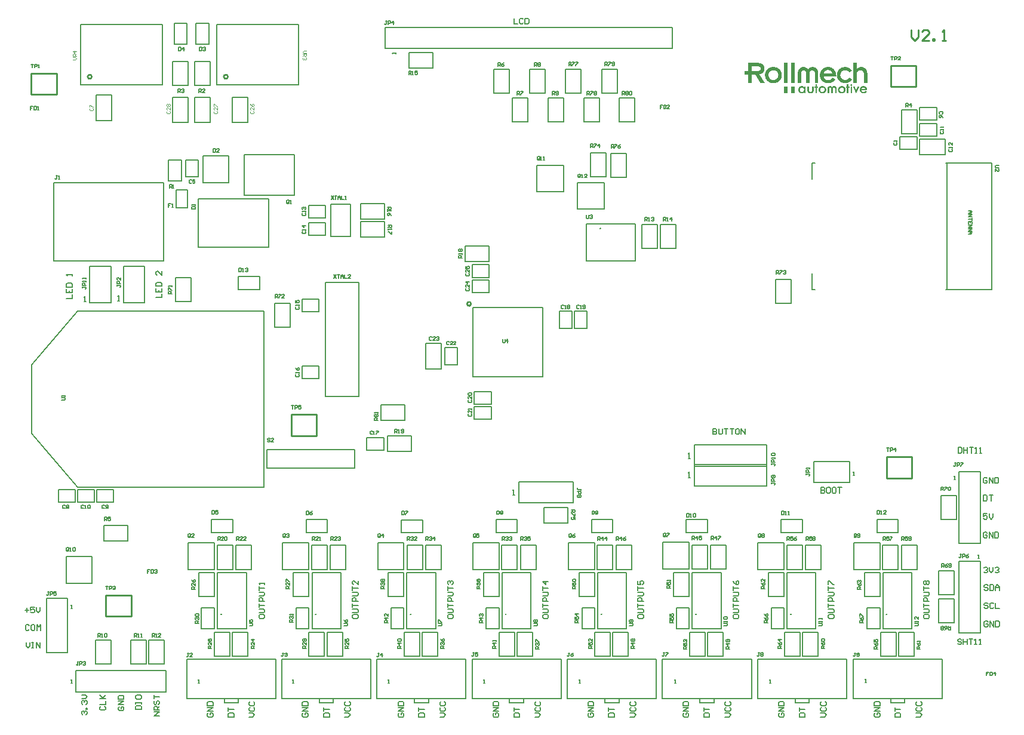
<source format=gto>
G04*
G04 #@! TF.GenerationSoftware,Altium Limited,CircuitStudio,1.5.2 (1.5.2.30)*
G04*
G04 Layer_Color=65535*
%FSLAX25Y25*%
%MOIN*%
G70*
G01*
G75*
%ADD38C,0.01000*%
%ADD48C,0.00787*%
%ADD49C,0.00591*%
%ADD50C,0.00394*%
G36*
X473415Y354107D02*
Y354066D01*
X473374D01*
Y354025D01*
Y353984D01*
Y353943D01*
X473333D01*
Y353902D01*
Y353861D01*
X473292D01*
Y353820D01*
Y353779D01*
X473251D01*
Y353738D01*
Y353697D01*
X473210D01*
Y353657D01*
Y353616D01*
Y353575D01*
X473169D01*
Y353534D01*
Y353493D01*
X473128D01*
Y353452D01*
Y353411D01*
X473088D01*
Y353370D01*
Y353329D01*
X473047D01*
Y353288D01*
Y353247D01*
X473006D01*
Y353206D01*
Y353165D01*
Y353124D01*
X472965D01*
Y353083D01*
Y353042D01*
X472924D01*
Y353001D01*
Y352960D01*
X472883D01*
Y352920D01*
Y352879D01*
X472842D01*
Y352838D01*
Y352797D01*
Y352756D01*
X472801D01*
Y352715D01*
Y352674D01*
X472760D01*
Y352633D01*
Y352592D01*
X472719D01*
Y352551D01*
Y352510D01*
X472678D01*
Y352469D01*
Y352428D01*
X472637D01*
Y352387D01*
Y352346D01*
Y352305D01*
X472596D01*
Y352264D01*
Y352223D01*
X472555D01*
Y352183D01*
Y352142D01*
X472514D01*
Y352101D01*
Y352060D01*
X472473D01*
Y352019D01*
Y351978D01*
X472432D01*
Y351937D01*
Y351896D01*
Y351855D01*
X472391D01*
Y351814D01*
Y351773D01*
X472351D01*
Y351732D01*
Y351691D01*
X472309D01*
Y351650D01*
Y351609D01*
X472269D01*
Y351568D01*
Y351527D01*
Y351486D01*
X472228D01*
Y351446D01*
Y351405D01*
X472187D01*
Y351364D01*
Y351323D01*
X472146D01*
Y351282D01*
Y351241D01*
X472105D01*
Y351200D01*
Y351159D01*
X472064D01*
Y351118D01*
Y351077D01*
Y351036D01*
X472023D01*
Y350995D01*
Y350954D01*
X471982D01*
Y350913D01*
Y350872D01*
X471941D01*
Y350831D01*
Y350790D01*
X471900D01*
Y350749D01*
Y350709D01*
Y350668D01*
X471859D01*
Y350627D01*
Y350586D01*
X471818D01*
Y350545D01*
Y350504D01*
X471777D01*
Y350463D01*
Y350422D01*
X471736D01*
Y350381D01*
Y350340D01*
X471695D01*
Y350299D01*
Y350258D01*
Y350217D01*
X471654D01*
Y350176D01*
X471614D01*
Y350217D01*
Y350258D01*
X471572D01*
Y350299D01*
Y350340D01*
X471531D01*
Y350381D01*
Y350422D01*
X471491D01*
Y350463D01*
Y350504D01*
X471450D01*
Y350545D01*
Y350586D01*
Y350627D01*
X471409D01*
Y350668D01*
Y350709D01*
X471368D01*
Y350749D01*
Y350790D01*
X471327D01*
Y350831D01*
Y350872D01*
X471286D01*
Y350913D01*
Y350954D01*
Y350995D01*
X471245D01*
Y351036D01*
Y351077D01*
X471204D01*
Y351118D01*
Y351159D01*
X471163D01*
Y351200D01*
Y351241D01*
X471122D01*
Y351282D01*
Y351323D01*
X471081D01*
Y351364D01*
Y351405D01*
Y351446D01*
X471040D01*
Y351486D01*
Y351527D01*
X470999D01*
Y351568D01*
Y351609D01*
X470958D01*
Y351650D01*
Y351691D01*
X470917D01*
Y351732D01*
Y351773D01*
X470876D01*
Y351814D01*
Y351855D01*
Y351896D01*
X470835D01*
Y351937D01*
Y351978D01*
X470794D01*
Y352019D01*
Y352060D01*
X470754D01*
Y352101D01*
Y352142D01*
X470713D01*
Y352183D01*
Y352223D01*
Y352264D01*
X470672D01*
Y352305D01*
Y352346D01*
X470631D01*
Y352387D01*
Y352428D01*
X470590D01*
Y352469D01*
Y352510D01*
X470549D01*
Y352551D01*
Y352592D01*
X470508D01*
Y352633D01*
Y352674D01*
Y352715D01*
X470467D01*
Y352756D01*
Y352797D01*
X470426D01*
Y352838D01*
Y352879D01*
X470385D01*
Y352920D01*
Y352960D01*
X470344D01*
Y353001D01*
Y353042D01*
Y353083D01*
X470303D01*
Y353124D01*
Y353165D01*
X470262D01*
Y353206D01*
Y353247D01*
X470221D01*
Y353288D01*
Y353329D01*
X470180D01*
Y353370D01*
Y353411D01*
X470139D01*
Y353452D01*
Y353493D01*
Y353534D01*
X470098D01*
Y353575D01*
Y353616D01*
X470057D01*
Y353657D01*
Y353697D01*
X470017D01*
Y353738D01*
Y353779D01*
X469976D01*
Y353820D01*
Y353861D01*
Y353902D01*
X469935D01*
Y353943D01*
Y353984D01*
X469894D01*
Y354025D01*
Y354066D01*
X469853D01*
Y354107D01*
Y354148D01*
X470835D01*
Y354107D01*
Y354066D01*
Y354025D01*
X470876D01*
Y353984D01*
Y353943D01*
Y353902D01*
X470917D01*
Y353861D01*
Y353820D01*
X470958D01*
Y353779D01*
Y353738D01*
Y353697D01*
X470999D01*
Y353657D01*
Y353616D01*
X471040D01*
Y353575D01*
Y353534D01*
Y353493D01*
X471081D01*
Y353452D01*
Y353411D01*
X471122D01*
Y353370D01*
Y353329D01*
Y353288D01*
X471163D01*
Y353247D01*
Y353206D01*
Y353165D01*
X471204D01*
Y353124D01*
Y353083D01*
X471245D01*
Y353042D01*
Y353001D01*
Y352960D01*
X471286D01*
Y352920D01*
Y352879D01*
X471327D01*
Y352838D01*
Y352797D01*
Y352756D01*
X471368D01*
Y352715D01*
Y352674D01*
Y352633D01*
X471409D01*
Y352592D01*
Y352551D01*
X471450D01*
Y352510D01*
Y352469D01*
Y352428D01*
X471491D01*
Y352387D01*
Y352346D01*
X471531D01*
Y352305D01*
Y352264D01*
Y352223D01*
X471572D01*
Y352183D01*
Y352142D01*
Y352101D01*
X471614D01*
Y352060D01*
Y352019D01*
X471654D01*
Y352060D01*
Y352101D01*
Y352142D01*
X471695D01*
Y352183D01*
Y352223D01*
X471736D01*
Y352264D01*
Y352305D01*
Y352346D01*
X471777D01*
Y352387D01*
Y352428D01*
Y352469D01*
X471818D01*
Y352510D01*
Y352551D01*
X471859D01*
Y352592D01*
Y352633D01*
Y352674D01*
X471900D01*
Y352715D01*
Y352756D01*
X471941D01*
Y352797D01*
Y352838D01*
Y352879D01*
X471982D01*
Y352920D01*
Y352960D01*
X472023D01*
Y353001D01*
Y353042D01*
Y353083D01*
X472064D01*
Y353124D01*
Y353165D01*
X472105D01*
Y353206D01*
Y353247D01*
Y353288D01*
X472146D01*
Y353329D01*
Y353370D01*
X472187D01*
Y353411D01*
Y353452D01*
Y353493D01*
X472228D01*
Y353534D01*
Y353575D01*
Y353616D01*
X472269D01*
Y353657D01*
Y353697D01*
X472309D01*
Y353738D01*
Y353779D01*
Y353820D01*
X472351D01*
Y353861D01*
Y353902D01*
X472391D01*
Y353943D01*
Y353984D01*
Y354025D01*
X472432D01*
Y354066D01*
Y354107D01*
X472473D01*
Y354148D01*
X473415D01*
Y354107D01*
D02*
G37*
G36*
X447906D02*
Y354066D01*
Y354025D01*
Y353984D01*
Y353943D01*
Y353902D01*
Y353861D01*
Y353820D01*
Y353779D01*
Y353738D01*
Y353697D01*
Y353657D01*
Y353616D01*
Y353575D01*
Y353534D01*
Y353493D01*
Y353452D01*
Y353411D01*
Y353370D01*
Y353329D01*
Y353288D01*
Y353247D01*
Y353206D01*
Y353165D01*
Y353124D01*
Y353083D01*
Y353042D01*
Y353001D01*
Y352960D01*
Y352920D01*
Y352879D01*
Y352838D01*
Y352797D01*
Y352756D01*
Y352715D01*
Y352674D01*
Y352633D01*
Y352592D01*
Y352551D01*
Y352510D01*
Y352469D01*
Y352428D01*
Y352387D01*
Y352346D01*
Y352305D01*
Y352264D01*
Y352223D01*
Y352183D01*
Y352142D01*
Y352101D01*
Y352060D01*
Y352019D01*
Y351978D01*
Y351937D01*
Y351896D01*
Y351855D01*
Y351814D01*
Y351773D01*
Y351732D01*
X447865D01*
Y351691D01*
Y351650D01*
Y351609D01*
Y351568D01*
Y351527D01*
Y351486D01*
Y351446D01*
X447824D01*
Y351405D01*
Y351364D01*
Y351323D01*
X447783D01*
Y351282D01*
Y351241D01*
Y351200D01*
X447742D01*
Y351159D01*
Y351118D01*
X447701D01*
Y351077D01*
Y351036D01*
X447660D01*
Y350995D01*
Y350954D01*
X447619D01*
Y350913D01*
X447578D01*
Y350872D01*
X447537D01*
Y350831D01*
Y350790D01*
X447496D01*
Y350749D01*
X447455D01*
Y350709D01*
X447414D01*
Y350668D01*
X447373D01*
Y350627D01*
X447332D01*
Y350586D01*
X447251D01*
Y350545D01*
X447210D01*
Y350504D01*
X447169D01*
Y350463D01*
X447087D01*
Y350422D01*
X447005D01*
Y350381D01*
X446923D01*
Y350340D01*
X446841D01*
Y350299D01*
X446718D01*
Y350258D01*
X446555D01*
Y350217D01*
X446227D01*
Y350176D01*
X446022D01*
Y350217D01*
X445695D01*
Y350258D01*
X445531D01*
Y350299D01*
X445408D01*
Y350340D01*
X445326D01*
Y350381D01*
X445244D01*
Y350422D01*
X445162D01*
Y350463D01*
X445121D01*
Y350504D01*
X445040D01*
Y350545D01*
X444999D01*
Y350586D01*
X444958D01*
Y350627D01*
X444917D01*
Y350668D01*
X444876D01*
Y350709D01*
X444835D01*
Y350749D01*
X444794D01*
Y350790D01*
X444753D01*
Y350831D01*
X444712D01*
Y350872D01*
X444671D01*
Y350913D01*
X444630D01*
Y350954D01*
Y350995D01*
X444589D01*
Y351036D01*
Y351077D01*
X444548D01*
Y351118D01*
Y351159D01*
X444507D01*
Y351200D01*
Y351241D01*
X444466D01*
Y351282D01*
Y351323D01*
Y351364D01*
X444425D01*
Y351405D01*
Y351446D01*
Y351486D01*
Y351527D01*
X444384D01*
Y351568D01*
Y351609D01*
Y351650D01*
Y351691D01*
Y351732D01*
Y351773D01*
Y351814D01*
Y351855D01*
Y351896D01*
Y351937D01*
Y351978D01*
Y352019D01*
Y352060D01*
Y352101D01*
Y352142D01*
Y352183D01*
Y352223D01*
Y352264D01*
Y352305D01*
Y352346D01*
Y352387D01*
Y352428D01*
Y352469D01*
Y352510D01*
Y352551D01*
Y352592D01*
Y352633D01*
Y352674D01*
Y352715D01*
Y352756D01*
Y352797D01*
Y352838D01*
Y352879D01*
Y352920D01*
Y352960D01*
Y353001D01*
Y353042D01*
Y353083D01*
Y353124D01*
Y353165D01*
Y353206D01*
Y353247D01*
Y353288D01*
Y353329D01*
Y353370D01*
Y353411D01*
Y353452D01*
Y353493D01*
Y353534D01*
Y353575D01*
Y353616D01*
Y353657D01*
Y353697D01*
Y353738D01*
Y353779D01*
Y353820D01*
Y353861D01*
Y353902D01*
Y353943D01*
Y353984D01*
Y354025D01*
Y354066D01*
Y354107D01*
Y354148D01*
X445244D01*
Y354107D01*
Y354066D01*
Y354025D01*
Y353984D01*
Y353943D01*
Y353902D01*
Y353861D01*
Y353820D01*
Y353779D01*
Y353738D01*
Y353697D01*
Y353657D01*
Y353616D01*
Y353575D01*
Y353534D01*
Y353493D01*
Y353452D01*
Y353411D01*
Y353370D01*
Y353329D01*
Y353288D01*
Y353247D01*
Y353206D01*
Y353165D01*
Y353124D01*
Y353083D01*
Y353042D01*
Y353001D01*
Y352960D01*
Y352920D01*
Y352879D01*
Y352838D01*
Y352797D01*
Y352756D01*
Y352715D01*
Y352674D01*
Y352633D01*
Y352592D01*
Y352551D01*
Y352510D01*
Y352469D01*
Y352428D01*
Y352387D01*
Y352346D01*
Y352305D01*
Y352264D01*
Y352223D01*
Y352183D01*
Y352142D01*
Y352101D01*
Y352060D01*
Y352019D01*
Y351978D01*
Y351937D01*
Y351896D01*
Y351855D01*
Y351814D01*
Y351773D01*
Y351732D01*
X445285D01*
Y351691D01*
Y351650D01*
Y351609D01*
X445326D01*
Y351568D01*
Y351527D01*
X445367D01*
Y351486D01*
Y351446D01*
X445408D01*
Y351405D01*
X445449D01*
Y351364D01*
X445490D01*
Y351323D01*
X445531D01*
Y351282D01*
X445572D01*
Y351241D01*
X445613D01*
Y351200D01*
X445695D01*
Y351159D01*
X445777D01*
Y351118D01*
X445858D01*
Y351077D01*
X446391D01*
Y351118D01*
X446514D01*
Y351159D01*
X446595D01*
Y351200D01*
X446636D01*
Y351241D01*
X446677D01*
Y351282D01*
X446759D01*
Y351323D01*
X446800D01*
Y351364D01*
Y351405D01*
X446841D01*
Y351446D01*
X446882D01*
Y351486D01*
X446923D01*
Y351527D01*
Y351568D01*
X446964D01*
Y351609D01*
Y351650D01*
Y351691D01*
X447005D01*
Y351732D01*
Y351773D01*
Y351814D01*
Y351855D01*
Y351896D01*
X447046D01*
Y351937D01*
Y351978D01*
Y352019D01*
Y352060D01*
Y352101D01*
Y352142D01*
Y352183D01*
Y352223D01*
Y352264D01*
Y352305D01*
Y352346D01*
Y352387D01*
Y352428D01*
Y352469D01*
Y352510D01*
Y352551D01*
Y352592D01*
Y352633D01*
Y352674D01*
Y352715D01*
Y352756D01*
Y352797D01*
Y352838D01*
Y352879D01*
Y352920D01*
Y352960D01*
Y353001D01*
Y353042D01*
Y353083D01*
Y353124D01*
Y353165D01*
Y353206D01*
Y353247D01*
Y353288D01*
Y353329D01*
Y353370D01*
Y353411D01*
Y353452D01*
Y353493D01*
Y353534D01*
Y353575D01*
Y353616D01*
Y353657D01*
Y353697D01*
Y353738D01*
Y353779D01*
Y353820D01*
Y353861D01*
Y353902D01*
Y353943D01*
Y353984D01*
Y354025D01*
Y354066D01*
Y354107D01*
Y354148D01*
X447906D01*
Y354107D01*
D02*
G37*
G36*
X433288Y353984D02*
Y353943D01*
Y353902D01*
Y353861D01*
Y353820D01*
Y353779D01*
Y353738D01*
Y353697D01*
Y353657D01*
Y353616D01*
Y353575D01*
Y353534D01*
Y353493D01*
Y353452D01*
Y353411D01*
Y353370D01*
Y353329D01*
Y353288D01*
Y353247D01*
Y353206D01*
Y353165D01*
Y353124D01*
Y353083D01*
Y353042D01*
Y353001D01*
Y352960D01*
Y352920D01*
Y352879D01*
Y352838D01*
Y352797D01*
Y352756D01*
Y352715D01*
Y352674D01*
Y352633D01*
Y352592D01*
Y352551D01*
Y352510D01*
Y352469D01*
Y352428D01*
Y352387D01*
Y352346D01*
Y352305D01*
Y352264D01*
Y352223D01*
Y352183D01*
Y352142D01*
Y352101D01*
Y352060D01*
Y352019D01*
Y351978D01*
Y351937D01*
Y351896D01*
Y351855D01*
Y351814D01*
Y351773D01*
Y351732D01*
Y351691D01*
Y351650D01*
Y351609D01*
Y351568D01*
Y351527D01*
Y351486D01*
Y351446D01*
Y351405D01*
Y351364D01*
Y351323D01*
Y351282D01*
Y351241D01*
Y351200D01*
Y351159D01*
Y351118D01*
Y351077D01*
Y351036D01*
Y350995D01*
Y350954D01*
Y350913D01*
Y350872D01*
Y350831D01*
Y350790D01*
Y350749D01*
Y350709D01*
Y350668D01*
Y350627D01*
Y350586D01*
Y350545D01*
Y350504D01*
Y350463D01*
Y350422D01*
Y350381D01*
Y350340D01*
Y350299D01*
X431241D01*
Y350340D01*
Y350381D01*
Y350422D01*
Y350463D01*
Y350504D01*
Y350545D01*
Y350586D01*
Y350627D01*
Y350668D01*
Y350709D01*
Y350749D01*
Y350790D01*
Y350831D01*
Y350872D01*
Y350913D01*
Y350954D01*
Y350995D01*
Y351036D01*
Y351077D01*
Y351118D01*
Y351159D01*
Y351200D01*
Y351241D01*
Y351282D01*
Y351323D01*
Y351364D01*
Y351405D01*
Y351446D01*
Y351486D01*
Y351527D01*
Y351568D01*
Y351609D01*
Y351650D01*
Y351691D01*
Y351732D01*
Y351773D01*
Y351814D01*
Y351855D01*
Y351896D01*
Y351937D01*
Y351978D01*
Y352019D01*
Y352060D01*
Y352101D01*
Y352142D01*
Y352183D01*
Y352223D01*
Y352264D01*
Y352305D01*
Y352346D01*
Y352387D01*
Y352428D01*
Y352469D01*
Y352510D01*
Y352551D01*
Y352592D01*
Y352633D01*
Y352674D01*
Y352715D01*
Y352756D01*
Y352797D01*
Y352838D01*
Y352879D01*
Y352920D01*
Y352960D01*
Y353001D01*
Y353042D01*
Y353083D01*
Y353124D01*
Y353165D01*
Y353206D01*
Y353247D01*
Y353288D01*
Y353329D01*
Y353370D01*
Y353411D01*
Y353452D01*
Y353493D01*
Y353534D01*
Y353575D01*
Y353616D01*
Y353657D01*
Y353697D01*
Y353738D01*
Y353779D01*
Y353820D01*
Y353861D01*
Y353902D01*
Y353943D01*
Y353984D01*
Y354025D01*
X433288D01*
Y353984D01*
D02*
G37*
G36*
X469157Y355335D02*
X469239D01*
Y355294D01*
X469279D01*
Y355254D01*
X469320D01*
Y355212D01*
X469361D01*
Y355172D01*
Y355131D01*
X469402D01*
Y355090D01*
Y355049D01*
Y355008D01*
Y354967D01*
Y354926D01*
Y354885D01*
Y354844D01*
Y354803D01*
Y354762D01*
Y354721D01*
X469361D01*
Y354680D01*
Y354639D01*
X469320D01*
Y354598D01*
X469279D01*
Y354557D01*
X469239D01*
Y354516D01*
X469198D01*
Y354475D01*
X469075D01*
Y354434D01*
X468788D01*
Y354475D01*
X468706D01*
Y354516D01*
X468624D01*
Y354557D01*
X468583D01*
Y354598D01*
X468542D01*
Y354639D01*
Y354680D01*
X468502D01*
Y354721D01*
Y354762D01*
X468461D01*
Y354803D01*
Y354844D01*
Y354885D01*
Y354926D01*
Y354967D01*
Y355008D01*
Y355049D01*
Y355090D01*
X468502D01*
Y355131D01*
Y355172D01*
X468542D01*
Y355212D01*
X468583D01*
Y355254D01*
X468624D01*
Y355294D01*
X468665D01*
Y355335D01*
X468747D01*
Y355376D01*
X469157D01*
Y355335D01*
D02*
G37*
G36*
X459534Y354230D02*
X459739D01*
Y354189D01*
X459862D01*
Y354148D01*
X459985D01*
Y354107D01*
X460067D01*
Y354066D01*
X460108D01*
Y354025D01*
X460189D01*
Y353984D01*
X460230D01*
Y353943D01*
X460271D01*
Y353902D01*
X460312D01*
Y353861D01*
X460353D01*
Y353820D01*
X460394D01*
Y353779D01*
X460435D01*
Y353738D01*
X460476D01*
Y353697D01*
Y353657D01*
X460517D01*
Y353616D01*
X460558D01*
Y353575D01*
Y353534D01*
X460599D01*
Y353493D01*
Y353452D01*
X460640D01*
Y353411D01*
Y353370D01*
X460681D01*
Y353329D01*
Y353288D01*
Y353247D01*
Y353206D01*
X460722D01*
Y353165D01*
Y353124D01*
Y353083D01*
Y353042D01*
X460763D01*
Y353001D01*
Y352960D01*
Y352920D01*
Y352879D01*
Y352838D01*
Y352797D01*
Y352756D01*
Y352715D01*
Y352674D01*
Y352633D01*
Y352592D01*
Y352551D01*
Y352510D01*
Y352469D01*
Y352428D01*
Y352387D01*
Y352346D01*
Y352305D01*
Y352264D01*
Y352223D01*
Y352183D01*
Y352142D01*
Y352101D01*
Y352060D01*
Y352019D01*
Y351978D01*
Y351937D01*
Y351896D01*
Y351855D01*
Y351814D01*
Y351773D01*
Y351732D01*
Y351691D01*
Y351650D01*
Y351609D01*
Y351568D01*
Y351527D01*
Y351486D01*
Y351446D01*
Y351405D01*
Y351364D01*
Y351323D01*
Y351282D01*
Y351241D01*
Y351200D01*
Y351159D01*
Y351118D01*
Y351077D01*
Y351036D01*
Y350995D01*
Y350954D01*
Y350913D01*
Y350872D01*
Y350831D01*
Y350790D01*
Y350749D01*
Y350709D01*
Y350668D01*
Y350627D01*
Y350586D01*
Y350545D01*
Y350504D01*
Y350463D01*
Y350422D01*
Y350381D01*
Y350340D01*
Y350299D01*
X459903D01*
Y350340D01*
Y350381D01*
Y350422D01*
Y350463D01*
Y350504D01*
Y350545D01*
Y350586D01*
Y350627D01*
Y350668D01*
Y350709D01*
Y350749D01*
Y350790D01*
Y350831D01*
Y350872D01*
Y350913D01*
Y350954D01*
Y350995D01*
Y351036D01*
Y351077D01*
Y351118D01*
Y351159D01*
Y351200D01*
Y351241D01*
Y351282D01*
Y351323D01*
Y351364D01*
Y351405D01*
Y351446D01*
Y351486D01*
Y351527D01*
Y351568D01*
Y351609D01*
Y351650D01*
Y351691D01*
Y351732D01*
Y351773D01*
Y351814D01*
Y351855D01*
Y351896D01*
Y351937D01*
Y351978D01*
Y352019D01*
Y352060D01*
Y352101D01*
Y352142D01*
Y352183D01*
Y352223D01*
Y352264D01*
Y352305D01*
Y352346D01*
Y352387D01*
Y352428D01*
Y352469D01*
Y352510D01*
Y352551D01*
Y352592D01*
Y352633D01*
Y352674D01*
Y352715D01*
Y352756D01*
Y352797D01*
Y352838D01*
Y352879D01*
X459862D01*
Y352920D01*
Y352960D01*
Y353001D01*
X459821D01*
Y353042D01*
Y353083D01*
X459780D01*
Y353124D01*
Y353165D01*
X459739D01*
Y353206D01*
X459698D01*
Y353247D01*
X459657D01*
Y353288D01*
X459575D01*
Y353329D01*
X459534D01*
Y353370D01*
X459371D01*
Y353411D01*
X459166D01*
Y353370D01*
X459002D01*
Y353329D01*
X458920D01*
Y353288D01*
X458879D01*
Y353247D01*
X458838D01*
Y353206D01*
X458797D01*
Y353165D01*
X458756D01*
Y353124D01*
Y353083D01*
X458715D01*
Y353042D01*
Y353001D01*
X458674D01*
Y352960D01*
Y352920D01*
Y352879D01*
X458634D01*
Y352838D01*
Y352797D01*
Y352756D01*
Y352715D01*
Y352674D01*
Y352633D01*
Y352592D01*
Y352551D01*
Y352510D01*
Y352469D01*
Y352428D01*
Y352387D01*
Y352346D01*
Y352305D01*
Y352264D01*
Y352223D01*
Y352183D01*
Y352142D01*
Y352101D01*
Y352060D01*
Y352019D01*
Y351978D01*
Y351937D01*
Y351896D01*
Y351855D01*
Y351814D01*
Y351773D01*
Y351732D01*
Y351691D01*
Y351650D01*
Y351609D01*
Y351568D01*
Y351527D01*
Y351486D01*
Y351446D01*
Y351405D01*
Y351364D01*
Y351323D01*
Y351282D01*
Y351241D01*
Y351200D01*
Y351159D01*
Y351118D01*
Y351077D01*
Y351036D01*
Y350995D01*
Y350954D01*
Y350913D01*
Y350872D01*
Y350831D01*
Y350790D01*
Y350749D01*
Y350709D01*
Y350668D01*
Y350627D01*
Y350586D01*
Y350545D01*
Y350504D01*
Y350463D01*
Y350422D01*
Y350381D01*
Y350340D01*
Y350299D01*
X457774D01*
Y350340D01*
Y350381D01*
Y350422D01*
Y350463D01*
Y350504D01*
Y350545D01*
Y350586D01*
Y350627D01*
Y350668D01*
Y350709D01*
Y350749D01*
Y350790D01*
Y350831D01*
Y350872D01*
Y350913D01*
Y350954D01*
Y350995D01*
Y351036D01*
Y351077D01*
Y351118D01*
Y351159D01*
Y351200D01*
Y351241D01*
Y351282D01*
Y351323D01*
Y351364D01*
Y351405D01*
Y351446D01*
Y351486D01*
Y351527D01*
Y351568D01*
Y351609D01*
Y351650D01*
Y351691D01*
Y351732D01*
Y351773D01*
Y351814D01*
Y351855D01*
Y351896D01*
Y351937D01*
Y351978D01*
Y352019D01*
Y352060D01*
Y352101D01*
Y352142D01*
Y352183D01*
Y352223D01*
Y352264D01*
Y352305D01*
Y352346D01*
Y352387D01*
Y352428D01*
Y352469D01*
Y352510D01*
Y352551D01*
Y352592D01*
Y352633D01*
Y352674D01*
Y352715D01*
Y352756D01*
X457733D01*
Y352797D01*
Y352838D01*
Y352879D01*
Y352920D01*
Y352960D01*
X457692D01*
Y353001D01*
Y353042D01*
Y353083D01*
X457651D01*
Y353124D01*
X457610D01*
Y353165D01*
Y353206D01*
X457569D01*
Y353247D01*
X457528D01*
Y353288D01*
X457446D01*
Y353329D01*
X457364D01*
Y353370D01*
X457200D01*
Y353411D01*
X456996D01*
Y353370D01*
X456873D01*
Y353329D01*
X456791D01*
Y353288D01*
X456750D01*
Y353247D01*
X456709D01*
Y353206D01*
X456668D01*
Y353165D01*
X456627D01*
Y353124D01*
X456586D01*
Y353083D01*
Y353042D01*
X456545D01*
Y353001D01*
Y352960D01*
X456504D01*
Y352920D01*
Y352879D01*
Y352838D01*
Y352797D01*
Y352756D01*
Y352715D01*
Y352674D01*
Y352633D01*
Y352592D01*
Y352551D01*
Y352510D01*
Y352469D01*
Y352428D01*
Y352387D01*
Y352346D01*
Y352305D01*
Y352264D01*
Y352223D01*
Y352183D01*
Y352142D01*
Y352101D01*
Y352060D01*
Y352019D01*
Y351978D01*
Y351937D01*
Y351896D01*
Y351855D01*
Y351814D01*
Y351773D01*
Y351732D01*
Y351691D01*
Y351650D01*
Y351609D01*
Y351568D01*
Y351527D01*
Y351486D01*
Y351446D01*
Y351405D01*
Y351364D01*
Y351323D01*
Y351282D01*
Y351241D01*
Y351200D01*
Y351159D01*
Y351118D01*
Y351077D01*
Y351036D01*
Y350995D01*
Y350954D01*
Y350913D01*
Y350872D01*
Y350831D01*
Y350790D01*
Y350749D01*
Y350709D01*
Y350668D01*
Y350627D01*
Y350586D01*
Y350545D01*
Y350504D01*
Y350463D01*
Y350422D01*
Y350381D01*
Y350340D01*
Y350299D01*
X455645D01*
Y350340D01*
Y350381D01*
Y350422D01*
Y350463D01*
Y350504D01*
Y350545D01*
Y350586D01*
Y350627D01*
Y350668D01*
Y350709D01*
Y350749D01*
Y350790D01*
Y350831D01*
Y350872D01*
Y350913D01*
Y350954D01*
Y350995D01*
Y351036D01*
Y351077D01*
Y351118D01*
Y351159D01*
Y351200D01*
Y351241D01*
Y351282D01*
Y351323D01*
Y351364D01*
Y351405D01*
Y351446D01*
Y351486D01*
Y351527D01*
Y351568D01*
Y351609D01*
Y351650D01*
Y351691D01*
Y351732D01*
Y351773D01*
Y351814D01*
Y351855D01*
Y351896D01*
Y351937D01*
Y351978D01*
Y352019D01*
Y352060D01*
Y352101D01*
Y352142D01*
Y352183D01*
Y352223D01*
Y352264D01*
Y352305D01*
Y352346D01*
Y352387D01*
Y352428D01*
Y352469D01*
Y352510D01*
Y352551D01*
Y352592D01*
Y352633D01*
Y352674D01*
Y352715D01*
Y352756D01*
Y352797D01*
Y352838D01*
Y352879D01*
Y352920D01*
Y352960D01*
Y353001D01*
Y353042D01*
Y353083D01*
Y353124D01*
X455686D01*
Y353165D01*
Y353206D01*
Y353247D01*
Y353288D01*
X455726D01*
Y353329D01*
Y353370D01*
Y353411D01*
X455767D01*
Y353452D01*
Y353493D01*
X455808D01*
Y353534D01*
Y353575D01*
X455849D01*
Y353616D01*
Y353657D01*
X455890D01*
Y353697D01*
X455931D01*
Y353738D01*
X455972D01*
Y353779D01*
Y353820D01*
X456013D01*
Y353861D01*
X456054D01*
Y353902D01*
X456095D01*
Y353943D01*
X456177D01*
Y353984D01*
X456218D01*
Y354025D01*
X456259D01*
Y354066D01*
X456341D01*
Y354107D01*
X456423D01*
Y354148D01*
X456504D01*
Y354189D01*
X456627D01*
Y354230D01*
X456832D01*
Y354271D01*
X457241D01*
Y354230D01*
X457487D01*
Y354189D01*
X457610D01*
Y354148D01*
X457692D01*
Y354107D01*
X457774D01*
Y354066D01*
X457815D01*
Y354025D01*
X457897D01*
Y353984D01*
X457937D01*
Y353943D01*
X457978D01*
Y353902D01*
X458019D01*
Y353861D01*
X458060D01*
Y353820D01*
X458101D01*
Y353779D01*
Y353738D01*
X458142D01*
Y353697D01*
X458183D01*
Y353657D01*
X458224D01*
Y353697D01*
Y353738D01*
X458265D01*
Y353779D01*
X458306D01*
Y353820D01*
X458347D01*
Y353861D01*
Y353902D01*
X458388D01*
Y353943D01*
X458470D01*
Y353984D01*
X458511D01*
Y354025D01*
X458552D01*
Y354066D01*
X458634D01*
Y354107D01*
X458715D01*
Y354148D01*
X458797D01*
Y354189D01*
X458920D01*
Y354230D01*
X459125D01*
Y354271D01*
X459534D01*
Y354230D01*
D02*
G37*
G36*
X469361Y354107D02*
Y354066D01*
Y354025D01*
Y353984D01*
Y353943D01*
Y353902D01*
Y353861D01*
Y353820D01*
Y353779D01*
Y353738D01*
Y353697D01*
Y353657D01*
Y353616D01*
Y353575D01*
Y353534D01*
Y353493D01*
Y353452D01*
Y353411D01*
Y353370D01*
Y353329D01*
Y353288D01*
Y353247D01*
Y353206D01*
Y353165D01*
Y353124D01*
Y353083D01*
Y353042D01*
Y353001D01*
Y352960D01*
Y352920D01*
Y352879D01*
Y352838D01*
Y352797D01*
Y352756D01*
Y352715D01*
Y352674D01*
Y352633D01*
Y352592D01*
Y352551D01*
Y352510D01*
Y352469D01*
Y352428D01*
Y352387D01*
Y352346D01*
Y352305D01*
Y352264D01*
Y352223D01*
Y352183D01*
Y352142D01*
Y352101D01*
Y352060D01*
Y352019D01*
Y351978D01*
Y351937D01*
Y351896D01*
Y351855D01*
Y351814D01*
Y351773D01*
Y351732D01*
Y351691D01*
Y351650D01*
Y351609D01*
Y351568D01*
Y351527D01*
Y351486D01*
Y351446D01*
Y351405D01*
Y351364D01*
Y351323D01*
Y351282D01*
Y351241D01*
Y351200D01*
Y351159D01*
Y351118D01*
Y351077D01*
Y351036D01*
Y350995D01*
Y350954D01*
Y350913D01*
Y350872D01*
Y350831D01*
Y350790D01*
Y350749D01*
Y350709D01*
Y350668D01*
Y350627D01*
Y350586D01*
Y350545D01*
Y350504D01*
Y350463D01*
Y350422D01*
Y350381D01*
Y350340D01*
Y350299D01*
X468502D01*
Y350340D01*
Y350381D01*
Y350422D01*
Y350463D01*
Y350504D01*
Y350545D01*
Y350586D01*
Y350627D01*
Y350668D01*
Y350709D01*
Y350749D01*
Y350790D01*
Y350831D01*
Y350872D01*
Y350913D01*
Y350954D01*
Y350995D01*
Y351036D01*
Y351077D01*
Y351118D01*
Y351159D01*
Y351200D01*
Y351241D01*
Y351282D01*
Y351323D01*
Y351364D01*
Y351405D01*
Y351446D01*
Y351486D01*
Y351527D01*
Y351568D01*
Y351609D01*
Y351650D01*
Y351691D01*
Y351732D01*
Y351773D01*
Y351814D01*
Y351855D01*
Y351896D01*
Y351937D01*
Y351978D01*
Y352019D01*
Y352060D01*
Y352101D01*
Y352142D01*
Y352183D01*
Y352223D01*
Y352264D01*
Y352305D01*
Y352346D01*
Y352387D01*
Y352428D01*
Y352469D01*
Y352510D01*
Y352551D01*
Y352592D01*
Y352633D01*
Y352674D01*
Y352715D01*
Y352756D01*
Y352797D01*
Y352838D01*
Y352879D01*
Y352920D01*
Y352960D01*
Y353001D01*
Y353042D01*
Y353083D01*
Y353124D01*
Y353165D01*
Y353206D01*
Y353247D01*
Y353288D01*
Y353329D01*
Y353370D01*
Y353411D01*
Y353452D01*
Y353493D01*
Y353534D01*
Y353575D01*
Y353616D01*
Y353657D01*
Y353697D01*
Y353738D01*
Y353779D01*
Y353820D01*
Y353861D01*
Y353902D01*
Y353943D01*
Y353984D01*
Y354025D01*
Y354066D01*
Y354107D01*
Y354148D01*
X469361D01*
Y354107D01*
D02*
G37*
G36*
X467355Y355335D02*
Y355294D01*
Y355254D01*
Y355212D01*
Y355172D01*
Y355131D01*
Y355090D01*
Y355049D01*
Y355008D01*
Y354967D01*
Y354926D01*
Y354885D01*
Y354844D01*
Y354803D01*
Y354762D01*
Y354721D01*
Y354680D01*
Y354639D01*
Y354598D01*
Y354557D01*
Y354516D01*
Y354475D01*
Y354434D01*
Y354394D01*
Y354353D01*
Y354312D01*
Y354271D01*
Y354230D01*
Y354189D01*
Y354148D01*
X467928D01*
Y354107D01*
Y354066D01*
Y354025D01*
Y353984D01*
Y353943D01*
Y353902D01*
Y353861D01*
Y353820D01*
Y353779D01*
Y353738D01*
Y353697D01*
Y353657D01*
Y353616D01*
Y353575D01*
Y353534D01*
Y353493D01*
Y353452D01*
Y353411D01*
Y353370D01*
Y353329D01*
X467355D01*
Y353288D01*
Y353247D01*
Y353206D01*
Y353165D01*
Y353124D01*
Y353083D01*
Y353042D01*
Y353001D01*
Y352960D01*
Y352920D01*
Y352879D01*
Y352838D01*
Y352797D01*
Y352756D01*
Y352715D01*
Y352674D01*
Y352633D01*
Y352592D01*
Y352551D01*
Y352510D01*
Y352469D01*
Y352428D01*
Y352387D01*
Y352346D01*
Y352305D01*
Y352264D01*
Y352223D01*
Y352183D01*
Y352142D01*
Y352101D01*
Y352060D01*
Y352019D01*
Y351978D01*
Y351937D01*
Y351896D01*
Y351855D01*
Y351814D01*
Y351773D01*
Y351732D01*
Y351691D01*
Y351650D01*
Y351609D01*
Y351568D01*
Y351527D01*
Y351486D01*
Y351446D01*
Y351405D01*
Y351364D01*
Y351323D01*
Y351282D01*
Y351241D01*
Y351200D01*
Y351159D01*
Y351118D01*
Y351077D01*
Y351036D01*
Y350995D01*
Y350954D01*
Y350913D01*
Y350872D01*
Y350831D01*
Y350790D01*
Y350749D01*
Y350709D01*
Y350668D01*
Y350627D01*
Y350586D01*
Y350545D01*
Y350504D01*
Y350463D01*
Y350422D01*
Y350381D01*
Y350340D01*
Y350299D01*
X466495D01*
Y350340D01*
Y350381D01*
Y350422D01*
Y350463D01*
Y350504D01*
Y350545D01*
Y350586D01*
Y350627D01*
Y350668D01*
Y350709D01*
Y350749D01*
Y350790D01*
Y350831D01*
Y350872D01*
Y350913D01*
Y350954D01*
Y350995D01*
Y351036D01*
Y351077D01*
Y351118D01*
Y351159D01*
Y351200D01*
Y351241D01*
Y351282D01*
Y351323D01*
Y351364D01*
Y351405D01*
Y351446D01*
Y351486D01*
Y351527D01*
Y351568D01*
Y351609D01*
Y351650D01*
Y351691D01*
Y351732D01*
Y351773D01*
Y351814D01*
Y351855D01*
Y351896D01*
Y351937D01*
Y351978D01*
Y352019D01*
Y352060D01*
Y352101D01*
Y352142D01*
Y352183D01*
Y352223D01*
Y352264D01*
Y352305D01*
Y352346D01*
Y352387D01*
Y352428D01*
Y352469D01*
Y352510D01*
Y352551D01*
Y352592D01*
Y352633D01*
Y352674D01*
Y352715D01*
Y352756D01*
Y352797D01*
Y352838D01*
Y352879D01*
Y352920D01*
Y352960D01*
Y353001D01*
Y353042D01*
Y353083D01*
Y353124D01*
Y353165D01*
Y353206D01*
Y353247D01*
Y353288D01*
Y353329D01*
X466045D01*
Y353370D01*
Y353411D01*
Y353452D01*
Y353493D01*
Y353534D01*
Y353575D01*
Y353616D01*
Y353657D01*
Y353697D01*
Y353738D01*
Y353779D01*
Y353820D01*
Y353861D01*
Y353902D01*
Y353943D01*
Y353984D01*
Y354025D01*
Y354066D01*
Y354107D01*
Y354148D01*
X466495D01*
Y354189D01*
Y354230D01*
Y354271D01*
Y354312D01*
Y354353D01*
Y354394D01*
Y354434D01*
Y354475D01*
Y354516D01*
Y354557D01*
Y354598D01*
Y354639D01*
Y354680D01*
Y354721D01*
Y354762D01*
Y354803D01*
Y354844D01*
Y354885D01*
Y354926D01*
Y354967D01*
Y355008D01*
Y355049D01*
Y355090D01*
Y355131D01*
Y355172D01*
X466577D01*
Y355212D01*
X466700D01*
Y355254D01*
X466864D01*
Y355294D01*
X467028D01*
Y355335D01*
X467150D01*
Y355376D01*
X467355D01*
Y355335D01*
D02*
G37*
G36*
X449789D02*
Y355294D01*
Y355254D01*
Y355212D01*
Y355172D01*
Y355131D01*
Y355090D01*
Y355049D01*
Y355008D01*
Y354967D01*
Y354926D01*
Y354885D01*
Y354844D01*
Y354803D01*
Y354762D01*
Y354721D01*
Y354680D01*
Y354639D01*
Y354598D01*
Y354557D01*
Y354516D01*
Y354475D01*
Y354434D01*
Y354394D01*
Y354353D01*
Y354312D01*
Y354271D01*
Y354230D01*
Y354189D01*
Y354148D01*
X450403D01*
Y354107D01*
Y354066D01*
Y354025D01*
Y353984D01*
Y353943D01*
Y353902D01*
Y353861D01*
Y353820D01*
Y353779D01*
Y353738D01*
Y353697D01*
Y353657D01*
Y353616D01*
Y353575D01*
Y353534D01*
Y353493D01*
Y353452D01*
Y353411D01*
Y353370D01*
Y353329D01*
X449789D01*
Y353288D01*
Y353247D01*
Y353206D01*
Y353165D01*
Y353124D01*
Y353083D01*
Y353042D01*
Y353001D01*
Y352960D01*
Y352920D01*
Y352879D01*
Y352838D01*
Y352797D01*
Y352756D01*
Y352715D01*
Y352674D01*
Y352633D01*
Y352592D01*
Y352551D01*
Y352510D01*
Y352469D01*
Y352428D01*
Y352387D01*
Y352346D01*
Y352305D01*
Y352264D01*
Y352223D01*
Y352183D01*
Y352142D01*
Y352101D01*
Y352060D01*
Y352019D01*
Y351978D01*
Y351937D01*
Y351896D01*
Y351855D01*
Y351814D01*
Y351773D01*
Y351732D01*
Y351691D01*
Y351650D01*
Y351609D01*
Y351568D01*
Y351527D01*
Y351486D01*
Y351446D01*
Y351405D01*
Y351364D01*
Y351323D01*
Y351282D01*
Y351241D01*
Y351200D01*
Y351159D01*
Y351118D01*
Y351077D01*
Y351036D01*
Y350995D01*
Y350954D01*
Y350913D01*
Y350872D01*
Y350831D01*
Y350790D01*
Y350749D01*
Y350709D01*
Y350668D01*
Y350627D01*
Y350586D01*
Y350545D01*
Y350504D01*
Y350463D01*
Y350422D01*
Y350381D01*
Y350340D01*
Y350299D01*
X448929D01*
Y350340D01*
Y350381D01*
Y350422D01*
Y350463D01*
Y350504D01*
Y350545D01*
Y350586D01*
Y350627D01*
Y350668D01*
Y350709D01*
Y350749D01*
Y350790D01*
Y350831D01*
Y350872D01*
Y350913D01*
Y350954D01*
Y350995D01*
Y351036D01*
Y351077D01*
Y351118D01*
Y351159D01*
Y351200D01*
Y351241D01*
Y351282D01*
Y351323D01*
Y351364D01*
Y351405D01*
Y351446D01*
Y351486D01*
Y351527D01*
Y351568D01*
Y351609D01*
Y351650D01*
Y351691D01*
Y351732D01*
Y351773D01*
Y351814D01*
Y351855D01*
Y351896D01*
Y351937D01*
Y351978D01*
Y352019D01*
Y352060D01*
Y352101D01*
Y352142D01*
Y352183D01*
Y352223D01*
Y352264D01*
Y352305D01*
Y352346D01*
Y352387D01*
Y352428D01*
Y352469D01*
Y352510D01*
Y352551D01*
Y352592D01*
Y352633D01*
Y352674D01*
Y352715D01*
Y352756D01*
Y352797D01*
Y352838D01*
Y352879D01*
Y352920D01*
Y352960D01*
Y353001D01*
Y353042D01*
Y353083D01*
Y353124D01*
Y353165D01*
Y353206D01*
Y353247D01*
Y353288D01*
Y353329D01*
X448479D01*
Y353370D01*
Y353411D01*
Y353452D01*
Y353493D01*
Y353534D01*
Y353575D01*
Y353616D01*
Y353657D01*
Y353697D01*
Y353738D01*
Y353779D01*
Y353820D01*
Y353861D01*
Y353902D01*
Y353943D01*
Y353984D01*
Y354025D01*
Y354066D01*
Y354107D01*
Y354148D01*
X448929D01*
Y354189D01*
Y354230D01*
Y354271D01*
Y354312D01*
Y354353D01*
Y354394D01*
Y354434D01*
Y354475D01*
Y354516D01*
Y354557D01*
Y354598D01*
Y354639D01*
Y354680D01*
Y354721D01*
Y354762D01*
Y354803D01*
Y354844D01*
Y354885D01*
Y354926D01*
Y354967D01*
Y355008D01*
Y355049D01*
Y355090D01*
Y355131D01*
Y355172D01*
X449011D01*
Y355212D01*
X449175D01*
Y355254D01*
X449298D01*
Y355294D01*
X449462D01*
Y355335D01*
X449625D01*
Y355376D01*
X449789D01*
Y355335D01*
D02*
G37*
G36*
X437342Y353984D02*
Y353943D01*
Y353902D01*
Y353861D01*
Y353820D01*
Y353779D01*
Y353738D01*
Y353697D01*
Y353657D01*
Y353616D01*
Y353575D01*
Y353534D01*
Y353493D01*
Y353452D01*
Y353411D01*
Y353370D01*
Y353329D01*
Y353288D01*
Y353247D01*
Y353206D01*
Y353165D01*
Y353124D01*
Y353083D01*
Y353042D01*
Y353001D01*
Y352960D01*
Y352920D01*
Y352879D01*
Y352838D01*
Y352797D01*
Y352756D01*
Y352715D01*
Y352674D01*
Y352633D01*
Y352592D01*
Y352551D01*
Y352510D01*
Y352469D01*
Y352428D01*
Y352387D01*
Y352346D01*
Y352305D01*
Y352264D01*
Y352223D01*
Y352183D01*
Y352142D01*
Y352101D01*
Y352060D01*
Y352019D01*
Y351978D01*
Y351937D01*
Y351896D01*
Y351855D01*
Y351814D01*
Y351773D01*
Y351732D01*
Y351691D01*
Y351650D01*
Y351609D01*
Y351568D01*
Y351527D01*
Y351486D01*
Y351446D01*
Y351405D01*
Y351364D01*
Y351323D01*
Y351282D01*
Y351241D01*
Y351200D01*
Y351159D01*
Y351118D01*
Y351077D01*
Y351036D01*
Y350995D01*
Y350954D01*
Y350913D01*
Y350872D01*
Y350831D01*
Y350790D01*
Y350749D01*
Y350709D01*
Y350668D01*
Y350627D01*
Y350586D01*
Y350545D01*
Y350504D01*
Y350463D01*
Y350422D01*
Y350381D01*
Y350340D01*
Y350299D01*
X435294D01*
Y350340D01*
Y350381D01*
Y350422D01*
Y350463D01*
Y350504D01*
Y350545D01*
Y350586D01*
Y350627D01*
Y350668D01*
Y350709D01*
Y350749D01*
Y350790D01*
Y350831D01*
Y350872D01*
Y350913D01*
Y350954D01*
Y350995D01*
Y351036D01*
Y351077D01*
Y351118D01*
Y351159D01*
Y351200D01*
Y351241D01*
Y351282D01*
Y351323D01*
Y351364D01*
Y351405D01*
Y351446D01*
Y351486D01*
Y351527D01*
Y351568D01*
Y351609D01*
Y351650D01*
Y351691D01*
Y351732D01*
Y351773D01*
Y351814D01*
Y351855D01*
Y351896D01*
Y351937D01*
Y351978D01*
Y352019D01*
Y352060D01*
Y352101D01*
Y352142D01*
Y352183D01*
Y352223D01*
Y352264D01*
Y352305D01*
Y352346D01*
Y352387D01*
Y352428D01*
Y352469D01*
Y352510D01*
Y352551D01*
Y352592D01*
Y352633D01*
Y352674D01*
Y352715D01*
Y352756D01*
Y352797D01*
Y352838D01*
Y352879D01*
Y352920D01*
Y352960D01*
Y353001D01*
Y353042D01*
Y353083D01*
Y353124D01*
Y353165D01*
Y353206D01*
Y353247D01*
Y353288D01*
Y353329D01*
Y353370D01*
Y353411D01*
Y353452D01*
Y353493D01*
Y353534D01*
Y353575D01*
Y353616D01*
Y353657D01*
Y353697D01*
Y353738D01*
Y353779D01*
Y353820D01*
Y353861D01*
Y353902D01*
Y353943D01*
Y353984D01*
Y354025D01*
X437342D01*
Y353984D01*
D02*
G37*
G36*
X441518Y354230D02*
X441764D01*
Y354189D01*
X441928D01*
Y354148D01*
X442009D01*
Y354107D01*
X442091D01*
Y354066D01*
X442173D01*
Y354025D01*
X442214D01*
Y353984D01*
X442296D01*
Y353943D01*
X442337D01*
Y353902D01*
X442378D01*
Y353861D01*
X442419D01*
Y353820D01*
X442460D01*
Y353779D01*
X442501D01*
Y353820D01*
Y353861D01*
Y353902D01*
Y353943D01*
Y353984D01*
Y354025D01*
Y354066D01*
Y354107D01*
Y354148D01*
X443361D01*
Y354107D01*
Y354066D01*
Y354025D01*
Y353984D01*
Y353943D01*
Y353902D01*
Y353861D01*
Y353820D01*
Y353779D01*
Y353738D01*
Y353697D01*
Y353657D01*
Y353616D01*
Y353575D01*
Y353534D01*
Y353493D01*
Y353452D01*
Y353411D01*
Y353370D01*
Y353329D01*
Y353288D01*
Y353247D01*
Y353206D01*
Y353165D01*
Y353124D01*
Y353083D01*
Y353042D01*
Y353001D01*
Y352960D01*
Y352920D01*
Y352879D01*
Y352838D01*
Y352797D01*
Y352756D01*
Y352715D01*
Y352674D01*
Y352633D01*
Y352592D01*
Y352551D01*
Y352510D01*
Y352469D01*
Y352428D01*
Y352387D01*
Y352346D01*
Y352305D01*
Y352264D01*
Y352223D01*
Y352183D01*
Y352142D01*
Y352101D01*
Y352060D01*
Y352019D01*
Y351978D01*
Y351937D01*
Y351896D01*
Y351855D01*
Y351814D01*
Y351773D01*
Y351732D01*
Y351691D01*
Y351650D01*
Y351609D01*
Y351568D01*
Y351527D01*
Y351486D01*
Y351446D01*
Y351405D01*
Y351364D01*
Y351323D01*
Y351282D01*
Y351241D01*
Y351200D01*
Y351159D01*
Y351118D01*
Y351077D01*
Y351036D01*
Y350995D01*
Y350954D01*
Y350913D01*
Y350872D01*
Y350831D01*
Y350790D01*
Y350749D01*
Y350709D01*
Y350668D01*
Y350627D01*
Y350586D01*
Y350545D01*
Y350504D01*
Y350463D01*
Y350422D01*
Y350381D01*
Y350340D01*
Y350299D01*
X442501D01*
Y350340D01*
Y350381D01*
Y350422D01*
Y350463D01*
Y350504D01*
Y350545D01*
Y350586D01*
Y350627D01*
Y350668D01*
X442460D01*
Y350627D01*
X442419D01*
Y350586D01*
X442378D01*
Y350545D01*
X442296D01*
Y350504D01*
X442255D01*
Y350463D01*
X442214D01*
Y350422D01*
X442132D01*
Y350381D01*
X442050D01*
Y350340D01*
X441968D01*
Y350299D01*
X441846D01*
Y350258D01*
X441682D01*
Y350217D01*
X441354D01*
Y350176D01*
X441150D01*
Y350217D01*
X440781D01*
Y350258D01*
X440617D01*
Y350299D01*
X440494D01*
Y350340D01*
X440413D01*
Y350381D01*
X440331D01*
Y350422D01*
X440249D01*
Y350463D01*
X440167D01*
Y350504D01*
X440126D01*
Y350545D01*
X440044D01*
Y350586D01*
X440003D01*
Y350627D01*
X439962D01*
Y350668D01*
X439921D01*
Y350709D01*
X439880D01*
Y350749D01*
X439839D01*
Y350790D01*
X439798D01*
Y350831D01*
X439757D01*
Y350872D01*
X439716D01*
Y350913D01*
X439676D01*
Y350954D01*
Y350995D01*
X439635D01*
Y351036D01*
X439594D01*
Y351077D01*
X439553D01*
Y351118D01*
Y351159D01*
X439512D01*
Y351200D01*
Y351241D01*
X439471D01*
Y351282D01*
Y351323D01*
X439430D01*
Y351364D01*
Y351405D01*
X439389D01*
Y351446D01*
Y351486D01*
Y351527D01*
X439348D01*
Y351568D01*
Y351609D01*
Y351650D01*
X439307D01*
Y351691D01*
Y351732D01*
Y351773D01*
Y351814D01*
X439266D01*
Y351855D01*
Y351896D01*
Y351937D01*
Y351978D01*
Y352019D01*
Y352060D01*
Y352101D01*
Y352142D01*
Y352183D01*
Y352223D01*
Y352264D01*
Y352305D01*
Y352346D01*
Y352387D01*
Y352428D01*
Y352469D01*
Y352510D01*
Y352551D01*
Y352592D01*
Y352633D01*
X439307D01*
Y352674D01*
Y352715D01*
Y352756D01*
Y352797D01*
X439348D01*
Y352838D01*
Y352879D01*
Y352920D01*
X439389D01*
Y352960D01*
Y353001D01*
X439430D01*
Y353042D01*
Y353083D01*
X439471D01*
Y353124D01*
Y353165D01*
X439512D01*
Y353206D01*
Y353247D01*
X439553D01*
Y353288D01*
Y353329D01*
X439594D01*
Y353370D01*
X439635D01*
Y353411D01*
Y353452D01*
X439676D01*
Y353493D01*
X439716D01*
Y353534D01*
X439757D01*
Y353575D01*
X439798D01*
Y353616D01*
X439839D01*
Y353657D01*
X439880D01*
Y353697D01*
X439921D01*
Y353738D01*
X439962D01*
Y353779D01*
X440003D01*
Y353820D01*
X440044D01*
Y353861D01*
X440085D01*
Y353902D01*
X440167D01*
Y353943D01*
X440208D01*
Y353984D01*
X440290D01*
Y354025D01*
X440372D01*
Y354066D01*
X440453D01*
Y354107D01*
X440535D01*
Y354148D01*
X440658D01*
Y354189D01*
X440822D01*
Y354230D01*
X441068D01*
Y354271D01*
X441518D01*
Y354230D01*
D02*
G37*
G36*
X426041Y364835D02*
X426368D01*
Y364794D01*
X426573D01*
Y364753D01*
X426778D01*
Y364712D01*
X426941D01*
Y364671D01*
X427064D01*
Y364630D01*
X427187D01*
Y364589D01*
X427310D01*
Y364548D01*
X427392D01*
Y364507D01*
X427515D01*
Y364466D01*
X427597D01*
Y364425D01*
X427678D01*
Y364384D01*
X427760D01*
Y364344D01*
X427842D01*
Y364302D01*
X427924D01*
Y364262D01*
X427965D01*
Y364221D01*
X428047D01*
Y364180D01*
X428088D01*
Y364139D01*
X428170D01*
Y364098D01*
X428211D01*
Y364057D01*
X428293D01*
Y364016D01*
X428334D01*
Y363975D01*
X428415D01*
Y363934D01*
X428456D01*
Y363893D01*
X428497D01*
Y363852D01*
X428538D01*
Y363811D01*
X428579D01*
Y363770D01*
X428661D01*
Y363729D01*
X428702D01*
Y363688D01*
X428743D01*
Y363647D01*
X428784D01*
Y363607D01*
X428825D01*
Y363565D01*
X428866D01*
Y363525D01*
X428907D01*
Y363484D01*
X428948D01*
Y363443D01*
X428989D01*
Y363402D01*
X429030D01*
Y363361D01*
Y363320D01*
X429071D01*
Y363279D01*
X429111D01*
Y363238D01*
X429152D01*
Y363197D01*
X429193D01*
Y363156D01*
X429234D01*
Y363115D01*
Y363074D01*
X429275D01*
Y363033D01*
X429316D01*
Y362992D01*
Y362951D01*
X429357D01*
Y362910D01*
X429398D01*
Y362869D01*
X429439D01*
Y362828D01*
Y362788D01*
X429480D01*
Y362747D01*
Y362706D01*
X429521D01*
Y362665D01*
X429562D01*
Y362624D01*
Y362583D01*
X429603D01*
Y362542D01*
Y362501D01*
X429644D01*
Y362460D01*
Y362419D01*
X429685D01*
Y362378D01*
Y362337D01*
X429726D01*
Y362296D01*
Y362255D01*
X429767D01*
Y362214D01*
Y362173D01*
X429808D01*
Y362132D01*
Y362091D01*
Y362051D01*
X429848D01*
Y362010D01*
Y361969D01*
X429889D01*
Y361928D01*
Y361887D01*
Y361846D01*
X429930D01*
Y361805D01*
Y361764D01*
Y361723D01*
Y361682D01*
X429971D01*
Y361641D01*
Y361600D01*
Y361559D01*
X430012D01*
Y361518D01*
Y361477D01*
Y361436D01*
Y361395D01*
Y361354D01*
X430053D01*
Y361314D01*
Y361273D01*
Y361232D01*
Y361191D01*
Y361150D01*
Y361109D01*
X430094D01*
Y361068D01*
Y361027D01*
Y360986D01*
Y360945D01*
Y360904D01*
Y360863D01*
Y360822D01*
Y360781D01*
Y360740D01*
X430135D01*
Y360699D01*
Y360658D01*
Y360617D01*
Y360577D01*
Y360536D01*
Y360495D01*
Y360454D01*
Y360413D01*
Y360372D01*
Y360331D01*
Y360290D01*
Y360249D01*
Y360208D01*
Y360167D01*
Y360126D01*
Y360085D01*
X430094D01*
Y360044D01*
Y360003D01*
Y359962D01*
Y359921D01*
Y359880D01*
Y359839D01*
Y359799D01*
Y359757D01*
Y359717D01*
Y359676D01*
X430053D01*
Y359635D01*
Y359594D01*
Y359553D01*
Y359512D01*
Y359471D01*
Y359430D01*
X430012D01*
Y359389D01*
Y359348D01*
Y359307D01*
Y359266D01*
X429971D01*
Y359225D01*
Y359184D01*
Y359143D01*
Y359102D01*
X429930D01*
Y359062D01*
Y359020D01*
Y358980D01*
X429889D01*
Y358939D01*
Y358898D01*
Y358857D01*
X429848D01*
Y358816D01*
Y358775D01*
Y358734D01*
X429808D01*
Y358693D01*
Y358652D01*
X429767D01*
Y358611D01*
Y358570D01*
X429726D01*
Y358529D01*
Y358488D01*
X429685D01*
Y358447D01*
Y358406D01*
Y358365D01*
X429644D01*
Y358324D01*
X429603D01*
Y358283D01*
Y358243D01*
X429562D01*
Y358202D01*
Y358161D01*
X429521D01*
Y358120D01*
Y358079D01*
X429480D01*
Y358038D01*
X429439D01*
Y357997D01*
Y357956D01*
X429398D01*
Y357915D01*
X429357D01*
Y357874D01*
Y357833D01*
X429316D01*
Y357792D01*
X429275D01*
Y357751D01*
X429234D01*
Y357710D01*
Y357669D01*
X429193D01*
Y357628D01*
X429152D01*
Y357587D01*
X429111D01*
Y357546D01*
X429071D01*
Y357505D01*
Y357465D01*
X429030D01*
Y357424D01*
X428989D01*
Y357383D01*
X428948D01*
Y357342D01*
X428907D01*
Y357301D01*
X428866D01*
Y357260D01*
X428825D01*
Y357219D01*
X428784D01*
Y357178D01*
X428743D01*
Y357137D01*
X428702D01*
Y357096D01*
X428661D01*
Y357055D01*
X428620D01*
Y357014D01*
X428538D01*
Y356973D01*
X428497D01*
Y356932D01*
X428456D01*
Y356891D01*
X428415D01*
Y356850D01*
X428374D01*
Y356809D01*
X428293D01*
Y356768D01*
X428252D01*
Y356728D01*
X428170D01*
Y356687D01*
X428129D01*
Y356646D01*
X428047D01*
Y356605D01*
X428006D01*
Y356564D01*
X427924D01*
Y356523D01*
X427842D01*
Y356482D01*
X427760D01*
Y356441D01*
X427719D01*
Y356400D01*
X427637D01*
Y356359D01*
X427515D01*
Y356318D01*
X427433D01*
Y356277D01*
X427351D01*
Y356236D01*
X427228D01*
Y356195D01*
X427105D01*
Y356154D01*
X426982D01*
Y356113D01*
X426860D01*
Y356072D01*
X426655D01*
Y356031D01*
X426491D01*
Y355991D01*
X426204D01*
Y355949D01*
X425754D01*
Y355909D01*
X425099D01*
Y355949D01*
X424648D01*
Y355991D01*
X424403D01*
Y356031D01*
X424198D01*
Y356072D01*
X424034D01*
Y356113D01*
X423870D01*
Y356154D01*
X423748D01*
Y356195D01*
X423625D01*
Y356236D01*
X423543D01*
Y356277D01*
X423420D01*
Y356318D01*
X423338D01*
Y356359D01*
X423256D01*
Y356400D01*
X423174D01*
Y356441D01*
X423092D01*
Y356482D01*
X423010D01*
Y356523D01*
X422929D01*
Y356564D01*
X422888D01*
Y356605D01*
X422806D01*
Y356646D01*
X422724D01*
Y356687D01*
X422683D01*
Y356728D01*
X422642D01*
Y356768D01*
X422560D01*
Y356809D01*
X422519D01*
Y356850D01*
X422478D01*
Y356891D01*
X422396D01*
Y356932D01*
X422355D01*
Y356973D01*
X422315D01*
Y357014D01*
X422273D01*
Y357055D01*
X422233D01*
Y357096D01*
X422192D01*
Y357137D01*
X422110D01*
Y357178D01*
X422069D01*
Y357219D01*
X422028D01*
Y357260D01*
X421987D01*
Y357301D01*
X421946D01*
Y357342D01*
Y357383D01*
X421905D01*
Y357424D01*
X421864D01*
Y357465D01*
X421823D01*
Y357505D01*
X421782D01*
Y357546D01*
X421741D01*
Y357587D01*
X421700D01*
Y357628D01*
X421659D01*
Y357669D01*
Y357710D01*
X421618D01*
Y357751D01*
X421577D01*
Y357792D01*
X421536D01*
Y357833D01*
Y357874D01*
X421495D01*
Y357915D01*
X421455D01*
Y357956D01*
Y357997D01*
X421414D01*
Y358038D01*
X421373D01*
Y358079D01*
Y358120D01*
X421332D01*
Y358161D01*
Y358202D01*
X421291D01*
Y358243D01*
X421250D01*
Y358283D01*
Y358324D01*
X421209D01*
Y358365D01*
Y358406D01*
X421168D01*
Y358447D01*
Y358488D01*
X421127D01*
Y358529D01*
Y358570D01*
X421086D01*
Y358611D01*
Y358652D01*
Y358693D01*
X421045D01*
Y358734D01*
Y358775D01*
X421004D01*
Y358816D01*
Y358857D01*
Y358898D01*
X420963D01*
Y358939D01*
Y358980D01*
Y359020D01*
X420922D01*
Y359062D01*
Y359102D01*
Y359143D01*
X420881D01*
Y359184D01*
Y359225D01*
Y359266D01*
Y359307D01*
X420840D01*
Y359348D01*
Y359389D01*
Y359430D01*
Y359471D01*
Y359512D01*
X420799D01*
Y359553D01*
Y359594D01*
Y359635D01*
Y359676D01*
Y359717D01*
Y359757D01*
X420758D01*
Y359799D01*
Y359839D01*
Y359880D01*
Y359921D01*
Y359962D01*
Y360003D01*
Y360044D01*
Y360085D01*
Y360126D01*
Y360167D01*
Y360208D01*
Y360249D01*
Y360290D01*
Y360331D01*
Y360372D01*
Y360413D01*
Y360454D01*
Y360495D01*
Y360536D01*
Y360577D01*
Y360617D01*
Y360658D01*
Y360699D01*
Y360740D01*
Y360781D01*
Y360822D01*
Y360863D01*
Y360904D01*
Y360945D01*
Y360986D01*
Y361027D01*
X420799D01*
Y361068D01*
Y361109D01*
Y361150D01*
Y361191D01*
Y361232D01*
Y361273D01*
Y361314D01*
X420840D01*
Y361354D01*
Y361395D01*
Y361436D01*
Y361477D01*
X420881D01*
Y361518D01*
Y361559D01*
Y361600D01*
Y361641D01*
X420922D01*
Y361682D01*
Y361723D01*
Y361764D01*
Y361805D01*
X420963D01*
Y361846D01*
Y361887D01*
Y361928D01*
X421004D01*
Y361969D01*
Y362010D01*
X421045D01*
Y362051D01*
Y362091D01*
Y362132D01*
X421086D01*
Y362173D01*
Y362214D01*
X421127D01*
Y362255D01*
Y362296D01*
X421168D01*
Y362337D01*
Y362378D01*
Y362419D01*
X421209D01*
Y362460D01*
Y362501D01*
X421250D01*
Y362542D01*
X421291D01*
Y362583D01*
Y362624D01*
X421332D01*
Y362665D01*
Y362706D01*
X421373D01*
Y362747D01*
X421414D01*
Y362788D01*
Y362828D01*
X421455D01*
Y362869D01*
Y362910D01*
X421495D01*
Y362951D01*
X421536D01*
Y362992D01*
X421577D01*
Y363033D01*
Y363074D01*
X421618D01*
Y363115D01*
X421659D01*
Y363156D01*
X421700D01*
Y363197D01*
Y363238D01*
X421741D01*
Y363279D01*
X421782D01*
Y363320D01*
X421823D01*
Y363361D01*
X421864D01*
Y363402D01*
X421905D01*
Y363443D01*
X421946D01*
Y363484D01*
X421987D01*
Y363525D01*
Y363565D01*
X422028D01*
Y363607D01*
X422110D01*
Y363647D01*
X422151D01*
Y363688D01*
X422192D01*
Y363729D01*
X422233D01*
Y363770D01*
X422273D01*
Y363811D01*
X422315D01*
Y363852D01*
X422355D01*
Y363893D01*
X422396D01*
Y363934D01*
X422478D01*
Y363975D01*
X422519D01*
Y364016D01*
X422560D01*
Y364057D01*
X422642D01*
Y364098D01*
X422683D01*
Y364139D01*
X422765D01*
Y364180D01*
X422806D01*
Y364221D01*
X422888D01*
Y364262D01*
X422970D01*
Y364302D01*
X423052D01*
Y364344D01*
X423092D01*
Y364384D01*
X423174D01*
Y364425D01*
X423297D01*
Y364466D01*
X423379D01*
Y364507D01*
X423461D01*
Y364548D01*
X423584D01*
Y364589D01*
X423666D01*
Y364630D01*
X423788D01*
Y364671D01*
X423952D01*
Y364712D01*
X424075D01*
Y364753D01*
X424280D01*
Y364794D01*
X424485D01*
Y364835D01*
X424812D01*
Y364876D01*
X426041D01*
Y364835D01*
D02*
G37*
G36*
X463834Y354230D02*
X464120D01*
Y354189D01*
X464284D01*
Y354148D01*
X464448D01*
Y354107D01*
X464530D01*
Y354066D01*
X464612D01*
Y354025D01*
X464694D01*
Y353984D01*
X464776D01*
Y353943D01*
X464857D01*
Y353902D01*
X464898D01*
Y353861D01*
X464939D01*
Y353820D01*
X465021D01*
Y353779D01*
X465062D01*
Y353738D01*
X465103D01*
Y353697D01*
X465144D01*
Y353657D01*
X465185D01*
Y353616D01*
X465226D01*
Y353575D01*
X465267D01*
Y353534D01*
X465308D01*
Y353493D01*
Y353452D01*
X465349D01*
Y353411D01*
X465390D01*
Y353370D01*
Y353329D01*
X465431D01*
Y353288D01*
X465472D01*
Y353247D01*
Y353206D01*
X465513D01*
Y353165D01*
Y353124D01*
X465553D01*
Y353083D01*
Y353042D01*
X465594D01*
Y353001D01*
Y352960D01*
X465635D01*
Y352920D01*
Y352879D01*
Y352838D01*
X465676D01*
Y352797D01*
Y352756D01*
Y352715D01*
Y352674D01*
Y352633D01*
X465717D01*
Y352592D01*
Y352551D01*
Y352510D01*
Y352469D01*
Y352428D01*
Y352387D01*
Y352346D01*
Y352305D01*
Y352264D01*
Y352223D01*
Y352183D01*
Y352142D01*
Y352101D01*
Y352060D01*
Y352019D01*
Y351978D01*
Y351937D01*
Y351896D01*
Y351855D01*
Y351814D01*
X465676D01*
Y351773D01*
Y351732D01*
Y351691D01*
Y351650D01*
X465635D01*
Y351609D01*
Y351568D01*
Y351527D01*
X465594D01*
Y351486D01*
Y351446D01*
Y351405D01*
X465553D01*
Y351364D01*
Y351323D01*
X465513D01*
Y351282D01*
Y351241D01*
X465472D01*
Y351200D01*
Y351159D01*
X465431D01*
Y351118D01*
X465390D01*
Y351077D01*
Y351036D01*
X465349D01*
Y350995D01*
X465308D01*
Y350954D01*
X465267D01*
Y350913D01*
X465226D01*
Y350872D01*
X465185D01*
Y350831D01*
Y350790D01*
X465144D01*
Y350749D01*
X465062D01*
Y350709D01*
X465021D01*
Y350668D01*
X464980D01*
Y350627D01*
X464939D01*
Y350586D01*
X464898D01*
Y350545D01*
X464816D01*
Y350504D01*
X464735D01*
Y350463D01*
X464694D01*
Y350422D01*
X464612D01*
Y350381D01*
X464530D01*
Y350340D01*
X464407D01*
Y350299D01*
X464284D01*
Y350258D01*
X464079D01*
Y350217D01*
X463711D01*
Y350176D01*
X463506D01*
Y350217D01*
X463097D01*
Y350258D01*
X462933D01*
Y350299D01*
X462810D01*
Y350340D01*
X462687D01*
Y350381D01*
X462605D01*
Y350422D01*
X462523D01*
Y350463D01*
X462441D01*
Y350504D01*
X462401D01*
Y350545D01*
X462319D01*
Y350586D01*
X462278D01*
Y350627D01*
X462237D01*
Y350668D01*
X462155D01*
Y350709D01*
X462114D01*
Y350749D01*
X462073D01*
Y350790D01*
X462032D01*
Y350831D01*
X461991D01*
Y350872D01*
X461950D01*
Y350913D01*
Y350954D01*
X461909D01*
Y350995D01*
X461868D01*
Y351036D01*
X461827D01*
Y351077D01*
Y351118D01*
X461786D01*
Y351159D01*
X461746D01*
Y351200D01*
Y351241D01*
X461704D01*
Y351282D01*
Y351323D01*
X461664D01*
Y351364D01*
Y351405D01*
X461623D01*
Y351446D01*
Y351486D01*
X461582D01*
Y351527D01*
Y351568D01*
Y351609D01*
X461541D01*
Y351650D01*
Y351691D01*
Y351732D01*
Y351773D01*
X461500D01*
Y351814D01*
Y351855D01*
Y351896D01*
Y351937D01*
Y351978D01*
Y352019D01*
Y352060D01*
Y352101D01*
Y352142D01*
X461459D01*
Y352183D01*
Y352223D01*
Y352264D01*
Y352305D01*
X461500D01*
Y352346D01*
Y352387D01*
Y352428D01*
Y352469D01*
Y352510D01*
Y352551D01*
Y352592D01*
Y352633D01*
Y352674D01*
X461541D01*
Y352715D01*
Y352756D01*
Y352797D01*
Y352838D01*
X461582D01*
Y352879D01*
Y352920D01*
Y352960D01*
X461623D01*
Y353001D01*
Y353042D01*
X461664D01*
Y353083D01*
Y353124D01*
Y353165D01*
X461704D01*
Y353206D01*
X461746D01*
Y353247D01*
Y353288D01*
X461786D01*
Y353329D01*
Y353370D01*
X461827D01*
Y353411D01*
X461868D01*
Y353452D01*
X461909D01*
Y353493D01*
Y353534D01*
X461950D01*
Y353575D01*
X461991D01*
Y353616D01*
X462032D01*
Y353657D01*
X462073D01*
Y353697D01*
X462114D01*
Y353738D01*
X462155D01*
Y353779D01*
X462196D01*
Y353820D01*
X462278D01*
Y353861D01*
X462319D01*
Y353902D01*
X462360D01*
Y353943D01*
X462441D01*
Y353984D01*
X462523D01*
Y354025D01*
X462605D01*
Y354066D01*
X462687D01*
Y354107D01*
X462769D01*
Y354148D01*
X462892D01*
Y354189D01*
X463056D01*
Y354230D01*
X463342D01*
Y354271D01*
X463834D01*
Y354230D01*
D02*
G37*
G36*
X475995D02*
X476240D01*
Y354189D01*
X476404D01*
Y354148D01*
X476486D01*
Y354107D01*
X476609D01*
Y354066D01*
X476691D01*
Y354025D01*
X476732D01*
Y353984D01*
X476814D01*
Y353943D01*
X476896D01*
Y353902D01*
X476936D01*
Y353861D01*
X476977D01*
Y353820D01*
X477059D01*
Y353779D01*
X477100D01*
Y353738D01*
X477141D01*
Y353697D01*
X477182D01*
Y353657D01*
X477223D01*
Y353616D01*
X477264D01*
Y353575D01*
X477305D01*
Y353534D01*
X477346D01*
Y353493D01*
Y353452D01*
X477387D01*
Y353411D01*
X477428D01*
Y353370D01*
X477469D01*
Y353329D01*
Y353288D01*
X477510D01*
Y353247D01*
Y353206D01*
X477551D01*
Y353165D01*
Y353124D01*
X477592D01*
Y353083D01*
Y353042D01*
X477633D01*
Y353001D01*
Y352960D01*
X477673D01*
Y352920D01*
Y352879D01*
Y352838D01*
X477714D01*
Y352797D01*
Y352756D01*
Y352715D01*
Y352674D01*
X477755D01*
Y352633D01*
Y352592D01*
Y352551D01*
Y352510D01*
Y352469D01*
X477796D01*
Y352428D01*
Y352387D01*
Y352346D01*
Y352305D01*
Y352264D01*
Y352223D01*
Y352183D01*
Y352142D01*
Y352101D01*
Y352060D01*
Y352019D01*
Y351978D01*
Y351937D01*
X474644D01*
Y351896D01*
Y351855D01*
Y351814D01*
Y351773D01*
Y351732D01*
X474684D01*
Y351691D01*
Y351650D01*
X474725D01*
Y351609D01*
Y351568D01*
X474766D01*
Y351527D01*
Y351486D01*
X474807D01*
Y351446D01*
X474848D01*
Y351405D01*
Y351364D01*
X474889D01*
Y351323D01*
X474930D01*
Y351282D01*
X474971D01*
Y351241D01*
X475053D01*
Y351200D01*
X475094D01*
Y351159D01*
X475135D01*
Y351118D01*
X475217D01*
Y351077D01*
X475299D01*
Y351036D01*
X475421D01*
Y350995D01*
X475626D01*
Y350954D01*
X475954D01*
Y350995D01*
X476118D01*
Y351036D01*
X476240D01*
Y351077D01*
X476322D01*
Y351118D01*
X476404D01*
Y351159D01*
X476486D01*
Y351200D01*
X476527D01*
Y351241D01*
X476568D01*
Y351282D01*
X476650D01*
Y351323D01*
X476691D01*
Y351364D01*
X476732D01*
Y351405D01*
Y351446D01*
X476773D01*
Y351486D01*
X476814D01*
Y351527D01*
X476855D01*
Y351568D01*
X476896D01*
Y351527D01*
X476977D01*
Y351486D01*
X477059D01*
Y351446D01*
X477141D01*
Y351405D01*
X477182D01*
Y351364D01*
X477264D01*
Y351323D01*
X477346D01*
Y351282D01*
X477428D01*
Y351241D01*
X477510D01*
Y351200D01*
X477551D01*
Y351159D01*
X477592D01*
Y351118D01*
X477551D01*
Y351077D01*
Y351036D01*
X477510D01*
Y350995D01*
X477469D01*
Y350954D01*
X477428D01*
Y350913D01*
X477387D01*
Y350872D01*
X477346D01*
Y350831D01*
X477305D01*
Y350790D01*
X477264D01*
Y350749D01*
X477223D01*
Y350709D01*
X477182D01*
Y350668D01*
X477100D01*
Y350627D01*
X477059D01*
Y350586D01*
X477018D01*
Y350545D01*
X476936D01*
Y350504D01*
X476855D01*
Y350463D01*
X476814D01*
Y350422D01*
X476732D01*
Y350381D01*
X476650D01*
Y350340D01*
X476527D01*
Y350299D01*
X476404D01*
Y350258D01*
X476240D01*
Y350217D01*
X475872D01*
Y350176D01*
X475667D01*
Y350217D01*
X475299D01*
Y350258D01*
X475135D01*
Y350299D01*
X475012D01*
Y350340D01*
X474889D01*
Y350381D01*
X474807D01*
Y350422D01*
X474725D01*
Y350463D01*
X474644D01*
Y350504D01*
X474562D01*
Y350545D01*
X474521D01*
Y350586D01*
X474439D01*
Y350627D01*
X474398D01*
Y350668D01*
X474357D01*
Y350709D01*
X474316D01*
Y350749D01*
X474275D01*
Y350790D01*
X474234D01*
Y350831D01*
X474193D01*
Y350872D01*
X474152D01*
Y350913D01*
X474111D01*
Y350954D01*
X474070D01*
Y350995D01*
Y351036D01*
X474029D01*
Y351077D01*
X473988D01*
Y351118D01*
Y351159D01*
X473947D01*
Y351200D01*
X473906D01*
Y351241D01*
Y351282D01*
X473866D01*
Y351323D01*
Y351364D01*
X473825D01*
Y351405D01*
Y351446D01*
X473784D01*
Y351486D01*
Y351527D01*
Y351568D01*
X473743D01*
Y351609D01*
Y351650D01*
Y351691D01*
Y351732D01*
X473702D01*
Y351773D01*
Y351814D01*
Y351855D01*
Y351896D01*
Y351937D01*
Y351978D01*
X473661D01*
Y352019D01*
Y352060D01*
Y352101D01*
Y352142D01*
Y352183D01*
Y352223D01*
Y352264D01*
Y352305D01*
Y352346D01*
Y352387D01*
Y352428D01*
Y352469D01*
X473702D01*
Y352510D01*
Y352551D01*
Y352592D01*
Y352633D01*
Y352674D01*
Y352715D01*
X473743D01*
Y352756D01*
Y352797D01*
Y352838D01*
Y352879D01*
X473784D01*
Y352920D01*
Y352960D01*
Y353001D01*
X473825D01*
Y353042D01*
Y353083D01*
X473866D01*
Y353124D01*
Y353165D01*
X473906D01*
Y353206D01*
Y353247D01*
X473947D01*
Y353288D01*
Y353329D01*
X473988D01*
Y353370D01*
X474029D01*
Y353411D01*
Y353452D01*
X474070D01*
Y353493D01*
X474111D01*
Y353534D01*
X474152D01*
Y353575D01*
X474193D01*
Y353616D01*
X474234D01*
Y353657D01*
X474275D01*
Y353697D01*
X474316D01*
Y353738D01*
X474357D01*
Y353779D01*
X474398D01*
Y353820D01*
X474439D01*
Y353861D01*
X474521D01*
Y353902D01*
X474562D01*
Y353943D01*
X474644D01*
Y353984D01*
X474684D01*
Y354025D01*
X474766D01*
Y354066D01*
X474848D01*
Y354107D01*
X474971D01*
Y354148D01*
X475094D01*
Y354189D01*
X475258D01*
Y354230D01*
X475544D01*
Y354271D01*
X475995D01*
Y354230D01*
D02*
G37*
G36*
X466127Y364835D02*
X466413D01*
Y364794D01*
X466618D01*
Y364753D01*
X466782D01*
Y364712D01*
X466946D01*
Y364671D01*
X467068D01*
Y364630D01*
X467150D01*
Y364589D01*
X467273D01*
Y364548D01*
X467355D01*
Y364507D01*
X467478D01*
Y364466D01*
X467560D01*
Y364425D01*
X467642D01*
Y364384D01*
X467724D01*
Y364344D01*
X467765D01*
Y364302D01*
X467846D01*
Y364262D01*
X467928D01*
Y364221D01*
X467969D01*
Y364180D01*
X468051D01*
Y364139D01*
X468092D01*
Y364098D01*
X468174D01*
Y364057D01*
X468215D01*
Y364016D01*
X468256D01*
Y363975D01*
X468338D01*
Y363934D01*
X468379D01*
Y363893D01*
X468420D01*
Y363852D01*
X468461D01*
Y363811D01*
X468502D01*
Y363770D01*
X468583D01*
Y363729D01*
X468624D01*
Y363688D01*
X468665D01*
Y363647D01*
X468706D01*
Y363607D01*
X468747D01*
Y363565D01*
X468788D01*
Y363525D01*
X468829D01*
Y363484D01*
X468870D01*
Y363443D01*
X468911D01*
Y363402D01*
Y363361D01*
X468952D01*
Y363320D01*
X468993D01*
Y363279D01*
X469034D01*
Y363238D01*
X469075D01*
Y363197D01*
X469116D01*
Y363156D01*
Y363115D01*
X469157D01*
Y363074D01*
X469198D01*
Y363033D01*
X469239D01*
Y362992D01*
Y362951D01*
X469279D01*
Y362910D01*
X469320D01*
Y362869D01*
X469361D01*
Y362828D01*
Y362788D01*
X469320D01*
Y362747D01*
X469239D01*
Y362706D01*
X469157D01*
Y362665D01*
X469116D01*
Y362624D01*
X469034D01*
Y362583D01*
X468952D01*
Y362542D01*
X468870D01*
Y362501D01*
X468829D01*
Y362460D01*
X468747D01*
Y362419D01*
X468665D01*
Y362378D01*
X468624D01*
Y362337D01*
X468542D01*
Y362296D01*
X468461D01*
Y362255D01*
X468420D01*
Y362214D01*
X468338D01*
Y362173D01*
X468256D01*
Y362132D01*
X468215D01*
Y362091D01*
X468133D01*
Y362051D01*
X468051D01*
Y362010D01*
X468010D01*
Y361969D01*
X467928D01*
Y361928D01*
X467846D01*
Y361887D01*
X467805D01*
Y361846D01*
X467724D01*
Y361887D01*
X467683D01*
Y361928D01*
X467642D01*
Y361969D01*
Y362010D01*
X467601D01*
Y362051D01*
X467560D01*
Y362091D01*
X467519D01*
Y362132D01*
Y362173D01*
X467478D01*
Y362214D01*
X467437D01*
Y362255D01*
X467396D01*
Y362296D01*
X467355D01*
Y362337D01*
X467314D01*
Y362378D01*
X467273D01*
Y362419D01*
X467232D01*
Y362460D01*
X467191D01*
Y362501D01*
X467150D01*
Y362542D01*
X467109D01*
Y362583D01*
X467068D01*
Y362624D01*
X466987D01*
Y362665D01*
X466946D01*
Y362706D01*
X466864D01*
Y362747D01*
X466823D01*
Y362788D01*
X466741D01*
Y362828D01*
X466659D01*
Y362869D01*
X466618D01*
Y362910D01*
X466495D01*
Y362951D01*
X466413D01*
Y362992D01*
X466291D01*
Y363033D01*
X466127D01*
Y363074D01*
X465963D01*
Y363115D01*
X465103D01*
Y363074D01*
X464857D01*
Y363033D01*
X464694D01*
Y362992D01*
X464571D01*
Y362951D01*
X464489D01*
Y362910D01*
X464366D01*
Y362869D01*
X464284D01*
Y362828D01*
X464202D01*
Y362788D01*
X464161D01*
Y362747D01*
X464079D01*
Y362706D01*
X463998D01*
Y362665D01*
X463956D01*
Y362624D01*
X463916D01*
Y362583D01*
X463834D01*
Y362542D01*
X463793D01*
Y362501D01*
X463752D01*
Y362460D01*
X463711D01*
Y362419D01*
X463670D01*
Y362378D01*
X463629D01*
Y362337D01*
X463588D01*
Y362296D01*
X463547D01*
Y362255D01*
X463506D01*
Y362214D01*
X463465D01*
Y362173D01*
X463424D01*
Y362132D01*
X463383D01*
Y362091D01*
X463342D01*
Y362051D01*
Y362010D01*
X463301D01*
Y361969D01*
X463261D01*
Y361928D01*
Y361887D01*
X463219D01*
Y361846D01*
X463179D01*
Y361805D01*
Y361764D01*
X463138D01*
Y361723D01*
Y361682D01*
X463097D01*
Y361641D01*
Y361600D01*
X463056D01*
Y361559D01*
Y361518D01*
X463015D01*
Y361477D01*
Y361436D01*
X462974D01*
Y361395D01*
Y361354D01*
Y361314D01*
X462933D01*
Y361273D01*
Y361232D01*
Y361191D01*
X462892D01*
Y361150D01*
Y361109D01*
Y361068D01*
Y361027D01*
Y360986D01*
X462851D01*
Y360945D01*
Y360904D01*
Y360863D01*
Y360822D01*
Y360781D01*
Y360740D01*
X462810D01*
Y360699D01*
Y360658D01*
Y360617D01*
Y360577D01*
Y360536D01*
Y360495D01*
Y360454D01*
Y360413D01*
Y360372D01*
Y360331D01*
Y360290D01*
Y360249D01*
Y360208D01*
Y360167D01*
Y360126D01*
Y360085D01*
Y360044D01*
X462851D01*
Y360003D01*
Y359962D01*
Y359921D01*
Y359880D01*
Y359839D01*
Y359799D01*
X462892D01*
Y359757D01*
Y359717D01*
Y359676D01*
Y359635D01*
X462933D01*
Y359594D01*
Y359553D01*
Y359512D01*
Y359471D01*
X462974D01*
Y359430D01*
Y359389D01*
X463015D01*
Y359348D01*
Y359307D01*
Y359266D01*
X463056D01*
Y359225D01*
Y359184D01*
X463097D01*
Y359143D01*
Y359102D01*
X463138D01*
Y359062D01*
Y359020D01*
X463179D01*
Y358980D01*
Y358939D01*
X463219D01*
Y358898D01*
X463261D01*
Y358857D01*
Y358816D01*
X463301D01*
Y358775D01*
X463342D01*
Y358734D01*
X463383D01*
Y358693D01*
Y358652D01*
X463424D01*
Y358611D01*
X463465D01*
Y358570D01*
X463506D01*
Y358529D01*
X463547D01*
Y358488D01*
X463588D01*
Y358447D01*
X463629D01*
Y358406D01*
X463670D01*
Y358365D01*
X463711D01*
Y358324D01*
X463752D01*
Y358283D01*
X463793D01*
Y358243D01*
X463875D01*
Y358202D01*
X463916D01*
Y358161D01*
X463956D01*
Y358120D01*
X464038D01*
Y358079D01*
X464079D01*
Y358038D01*
X464161D01*
Y357997D01*
X464243D01*
Y357956D01*
X464325D01*
Y357915D01*
X464407D01*
Y357874D01*
X464530D01*
Y357833D01*
X464653D01*
Y357792D01*
X464776D01*
Y357751D01*
X464939D01*
Y357710D01*
X465267D01*
Y357669D01*
X465799D01*
Y357710D01*
X466086D01*
Y357751D01*
X466250D01*
Y357792D01*
X466372D01*
Y357833D01*
X466495D01*
Y357874D01*
X466577D01*
Y357915D01*
X466659D01*
Y357956D01*
X466741D01*
Y357997D01*
X466823D01*
Y358038D01*
X466864D01*
Y358079D01*
X466946D01*
Y358120D01*
X466987D01*
Y358161D01*
X467028D01*
Y358202D01*
X467109D01*
Y358243D01*
X467150D01*
Y358283D01*
X467191D01*
Y358324D01*
X467232D01*
Y358365D01*
X467273D01*
Y358406D01*
X467314D01*
Y358447D01*
X467355D01*
Y358488D01*
X467396D01*
Y358529D01*
X467437D01*
Y358570D01*
X467478D01*
Y358611D01*
Y358652D01*
X467519D01*
Y358693D01*
X467560D01*
Y358734D01*
X467601D01*
Y358775D01*
Y358816D01*
X467642D01*
Y358857D01*
X467683D01*
Y358898D01*
Y358939D01*
X467805D01*
Y358898D01*
X467887D01*
Y358857D01*
X467969D01*
Y358816D01*
X468010D01*
Y358775D01*
X468092D01*
Y358734D01*
X468174D01*
Y358693D01*
X468215D01*
Y358652D01*
X468297D01*
Y358611D01*
X468379D01*
Y358570D01*
X468461D01*
Y358529D01*
X468502D01*
Y358488D01*
X468583D01*
Y358447D01*
X468665D01*
Y358406D01*
X468706D01*
Y358365D01*
X468788D01*
Y358324D01*
X468870D01*
Y358283D01*
X468911D01*
Y358243D01*
X468993D01*
Y358202D01*
X469075D01*
Y358161D01*
X469116D01*
Y358120D01*
X469198D01*
Y358079D01*
X469279D01*
Y358038D01*
X469320D01*
Y357997D01*
X469361D01*
Y357956D01*
X469320D01*
Y357915D01*
Y357874D01*
X469279D01*
Y357833D01*
X469239D01*
Y357792D01*
Y357751D01*
X469198D01*
Y357710D01*
X469157D01*
Y357669D01*
X469116D01*
Y357628D01*
Y357587D01*
X469075D01*
Y357546D01*
X469034D01*
Y357505D01*
X468993D01*
Y357465D01*
X468952D01*
Y357424D01*
X468911D01*
Y357383D01*
X468870D01*
Y357342D01*
X468829D01*
Y357301D01*
Y357260D01*
X468788D01*
Y357219D01*
X468706D01*
Y357178D01*
X468665D01*
Y357137D01*
X468624D01*
Y357096D01*
X468583D01*
Y357055D01*
X468542D01*
Y357014D01*
X468502D01*
Y356973D01*
X468461D01*
Y356932D01*
X468379D01*
Y356891D01*
X468338D01*
Y356850D01*
X468297D01*
Y356809D01*
X468256D01*
Y356768D01*
X468174D01*
Y356728D01*
X468133D01*
Y356687D01*
X468051D01*
Y356646D01*
X468010D01*
Y356605D01*
X467928D01*
Y356564D01*
X467846D01*
Y356523D01*
X467805D01*
Y356482D01*
X467724D01*
Y356441D01*
X467642D01*
Y356400D01*
X467560D01*
Y356359D01*
X467478D01*
Y356318D01*
X467355D01*
Y356277D01*
X467273D01*
Y356236D01*
X467150D01*
Y356195D01*
X467068D01*
Y356154D01*
X466946D01*
Y356113D01*
X466782D01*
Y356072D01*
X466659D01*
Y356031D01*
X466454D01*
Y355991D01*
X466209D01*
Y355949D01*
X465840D01*
Y355909D01*
X465185D01*
Y355949D01*
X464735D01*
Y355991D01*
X464489D01*
Y356031D01*
X464284D01*
Y356072D01*
X464120D01*
Y356113D01*
X463998D01*
Y356154D01*
X463875D01*
Y356195D01*
X463752D01*
Y356236D01*
X463629D01*
Y356277D01*
X463547D01*
Y356318D01*
X463424D01*
Y356359D01*
X463342D01*
Y356400D01*
X463261D01*
Y356441D01*
X463179D01*
Y356482D01*
X463097D01*
Y356523D01*
X463056D01*
Y356564D01*
X462974D01*
Y356605D01*
X462892D01*
Y356646D01*
X462851D01*
Y356687D01*
X462769D01*
Y356728D01*
X462728D01*
Y356768D01*
X462687D01*
Y356809D01*
X462605D01*
Y356850D01*
X462564D01*
Y356891D01*
X462523D01*
Y356932D01*
X462441D01*
Y356973D01*
X462401D01*
Y357014D01*
X462360D01*
Y357055D01*
X462319D01*
Y357096D01*
X462278D01*
Y357137D01*
X462237D01*
Y357178D01*
X462196D01*
Y357219D01*
X462155D01*
Y357260D01*
X462114D01*
Y357301D01*
X462073D01*
Y357342D01*
X462032D01*
Y357383D01*
X461991D01*
Y357424D01*
X461950D01*
Y357465D01*
X461909D01*
Y357505D01*
X461868D01*
Y357546D01*
Y357587D01*
X461827D01*
Y357628D01*
X461786D01*
Y357669D01*
X461746D01*
Y357710D01*
X461704D01*
Y357751D01*
Y357792D01*
X461664D01*
Y357833D01*
X461623D01*
Y357874D01*
X461582D01*
Y357915D01*
Y357956D01*
X461541D01*
Y357997D01*
X461500D01*
Y358038D01*
Y358079D01*
X461459D01*
Y358120D01*
Y358161D01*
X461418D01*
Y358202D01*
X461377D01*
Y358243D01*
Y358283D01*
X461336D01*
Y358324D01*
Y358365D01*
X461295D01*
Y358406D01*
Y358447D01*
X461254D01*
Y358488D01*
Y358529D01*
X461213D01*
Y358570D01*
Y358611D01*
X461172D01*
Y358652D01*
Y358693D01*
Y358734D01*
X461131D01*
Y358775D01*
Y358816D01*
X461090D01*
Y358857D01*
Y358898D01*
Y358939D01*
X461049D01*
Y358980D01*
Y359020D01*
Y359062D01*
X461008D01*
Y359102D01*
Y359143D01*
Y359184D01*
Y359225D01*
X460967D01*
Y359266D01*
Y359307D01*
Y359348D01*
Y359389D01*
X460926D01*
Y359430D01*
Y359471D01*
Y359512D01*
Y359553D01*
Y359594D01*
X460886D01*
Y359635D01*
Y359676D01*
Y359717D01*
Y359757D01*
Y359799D01*
Y359839D01*
Y359880D01*
Y359921D01*
X460845D01*
Y359962D01*
Y360003D01*
Y360044D01*
Y360085D01*
Y360126D01*
Y360167D01*
Y360208D01*
Y360249D01*
Y360290D01*
Y360331D01*
Y360372D01*
Y360413D01*
Y360454D01*
Y360495D01*
Y360536D01*
Y360577D01*
Y360617D01*
Y360658D01*
Y360699D01*
Y360740D01*
Y360781D01*
Y360822D01*
Y360863D01*
X460886D01*
Y360904D01*
Y360945D01*
Y360986D01*
Y361027D01*
Y361068D01*
Y361109D01*
Y361150D01*
Y361191D01*
X460926D01*
Y361232D01*
Y361273D01*
Y361314D01*
Y361354D01*
Y361395D01*
X460967D01*
Y361436D01*
Y361477D01*
Y361518D01*
Y361559D01*
Y361600D01*
X461008D01*
Y361641D01*
Y361682D01*
Y361723D01*
X461049D01*
Y361764D01*
Y361805D01*
Y361846D01*
X461090D01*
Y361887D01*
Y361928D01*
Y361969D01*
X461131D01*
Y362010D01*
Y362051D01*
Y362091D01*
X461172D01*
Y362132D01*
Y362173D01*
X461213D01*
Y362214D01*
Y362255D01*
Y362296D01*
X461254D01*
Y362337D01*
Y362378D01*
X461295D01*
Y362419D01*
Y362460D01*
X461336D01*
Y362501D01*
Y362542D01*
X461377D01*
Y362583D01*
X461418D01*
Y362624D01*
Y362665D01*
X461459D01*
Y362706D01*
Y362747D01*
X461500D01*
Y362788D01*
X461541D01*
Y362828D01*
Y362869D01*
X461582D01*
Y362910D01*
X461623D01*
Y362951D01*
Y362992D01*
X461664D01*
Y363033D01*
X461704D01*
Y363074D01*
Y363115D01*
X461746D01*
Y363156D01*
X461786D01*
Y363197D01*
X461827D01*
Y363238D01*
X461868D01*
Y363279D01*
Y363320D01*
X461909D01*
Y363361D01*
X461950D01*
Y363402D01*
X461991D01*
Y363443D01*
X462032D01*
Y363484D01*
X462073D01*
Y363525D01*
X462114D01*
Y363565D01*
X462155D01*
Y363607D01*
X462196D01*
Y363647D01*
X462237D01*
Y363688D01*
X462278D01*
Y363729D01*
X462319D01*
Y363770D01*
X462360D01*
Y363811D01*
X462401D01*
Y363852D01*
X462483D01*
Y363893D01*
X462523D01*
Y363934D01*
X462564D01*
Y363975D01*
X462646D01*
Y364016D01*
X462687D01*
Y364057D01*
X462728D01*
Y364098D01*
X462810D01*
Y364139D01*
X462851D01*
Y364180D01*
X462933D01*
Y364221D01*
X462974D01*
Y364262D01*
X463056D01*
Y364302D01*
X463138D01*
Y364344D01*
X463219D01*
Y364384D01*
X463301D01*
Y364425D01*
X463383D01*
Y364466D01*
X463465D01*
Y364507D01*
X463588D01*
Y364548D01*
X463670D01*
Y364589D01*
X463793D01*
Y364630D01*
X463916D01*
Y364671D01*
X464038D01*
Y364712D01*
X464202D01*
Y364753D01*
X464366D01*
Y364794D01*
X464612D01*
Y364835D01*
X464939D01*
Y364876D01*
X466127D01*
Y364835D01*
D02*
G37*
G36*
X447783D02*
X448029D01*
Y364794D01*
X448192D01*
Y364753D01*
X448315D01*
Y364712D01*
X448438D01*
Y364671D01*
X448520D01*
Y364630D01*
X448643D01*
Y364589D01*
X448725D01*
Y364548D01*
X448806D01*
Y364507D01*
X448847D01*
Y364466D01*
X448929D01*
Y364425D01*
X449011D01*
Y364384D01*
X449052D01*
Y364344D01*
X449134D01*
Y364302D01*
X449175D01*
Y364262D01*
X449216D01*
Y364221D01*
X449257D01*
Y364180D01*
X449298D01*
Y364139D01*
X449380D01*
Y364098D01*
X449421D01*
Y364057D01*
X449462D01*
Y364016D01*
X449503D01*
Y363975D01*
X449544D01*
Y363934D01*
X449584D01*
Y363893D01*
X449625D01*
Y363852D01*
Y363811D01*
X449666D01*
Y363770D01*
X449707D01*
Y363729D01*
X449748D01*
Y363688D01*
X449789D01*
Y363647D01*
Y363607D01*
X449830D01*
Y363565D01*
X449871D01*
Y363525D01*
Y363484D01*
X449912D01*
Y363443D01*
X449953D01*
Y363402D01*
Y363361D01*
X449994D01*
Y363320D01*
Y363279D01*
X450035D01*
Y363238D01*
Y363197D01*
X450076D01*
Y363156D01*
Y363115D01*
X450117D01*
Y363074D01*
Y363033D01*
X450158D01*
Y362992D01*
Y362951D01*
Y362910D01*
X450199D01*
Y362869D01*
Y362828D01*
X450240D01*
Y362788D01*
Y362747D01*
Y362706D01*
Y362665D01*
X450281D01*
Y362624D01*
Y362583D01*
Y362542D01*
X450321D01*
Y362501D01*
Y362460D01*
Y362419D01*
Y362378D01*
Y362337D01*
X450362D01*
Y362296D01*
Y362255D01*
Y362214D01*
Y362173D01*
Y362132D01*
Y362091D01*
X450403D01*
Y362051D01*
Y362010D01*
Y361969D01*
Y361928D01*
Y361887D01*
Y361846D01*
Y361805D01*
Y361764D01*
Y361723D01*
Y361682D01*
Y361641D01*
Y361600D01*
Y361559D01*
Y361518D01*
Y361477D01*
Y361436D01*
Y361395D01*
Y361354D01*
Y361314D01*
Y361273D01*
Y361232D01*
Y361191D01*
Y361150D01*
Y361109D01*
Y361068D01*
Y361027D01*
Y360986D01*
Y360945D01*
Y360904D01*
Y360863D01*
Y360822D01*
Y360781D01*
Y360740D01*
Y360699D01*
Y360658D01*
Y360617D01*
Y360577D01*
Y360536D01*
Y360495D01*
Y360454D01*
Y360413D01*
Y360372D01*
Y360331D01*
Y360290D01*
Y360249D01*
Y360208D01*
Y360167D01*
Y360126D01*
Y360085D01*
Y360044D01*
Y360003D01*
Y359962D01*
Y359921D01*
Y359880D01*
Y359839D01*
Y359799D01*
Y359757D01*
Y359717D01*
Y359676D01*
Y359635D01*
Y359594D01*
Y359553D01*
Y359512D01*
Y359471D01*
Y359430D01*
Y359389D01*
Y359348D01*
Y359307D01*
Y359266D01*
Y359225D01*
Y359184D01*
Y359143D01*
Y359102D01*
Y359062D01*
Y359020D01*
Y358980D01*
Y358939D01*
Y358898D01*
Y358857D01*
Y358816D01*
Y358775D01*
Y358734D01*
Y358693D01*
Y358652D01*
Y358611D01*
Y358570D01*
Y358529D01*
Y358488D01*
Y358447D01*
Y358406D01*
Y358365D01*
Y358324D01*
Y358283D01*
Y358243D01*
Y358202D01*
Y358161D01*
Y358120D01*
Y358079D01*
Y358038D01*
Y357997D01*
Y357956D01*
Y357915D01*
Y357874D01*
Y357833D01*
Y357792D01*
Y357751D01*
Y357710D01*
Y357669D01*
Y357628D01*
Y357587D01*
Y357546D01*
Y357505D01*
Y357465D01*
Y357424D01*
Y357383D01*
Y357342D01*
Y357301D01*
Y357260D01*
Y357219D01*
Y357178D01*
Y357137D01*
Y357096D01*
Y357055D01*
Y357014D01*
Y356973D01*
Y356932D01*
Y356891D01*
Y356850D01*
Y356809D01*
Y356768D01*
Y356728D01*
Y356687D01*
Y356646D01*
Y356605D01*
Y356564D01*
Y356523D01*
Y356482D01*
Y356441D01*
Y356400D01*
Y356359D01*
Y356318D01*
Y356277D01*
Y356236D01*
Y356195D01*
Y356154D01*
X448561D01*
Y356195D01*
Y356236D01*
Y356277D01*
Y356318D01*
Y356359D01*
Y356400D01*
Y356441D01*
Y356482D01*
Y356523D01*
Y356564D01*
Y356605D01*
Y356646D01*
Y356687D01*
Y356728D01*
Y356768D01*
Y356809D01*
Y356850D01*
Y356891D01*
Y356932D01*
Y356973D01*
Y357014D01*
Y357055D01*
Y357096D01*
Y357137D01*
Y357178D01*
Y357219D01*
Y357260D01*
Y357301D01*
Y357342D01*
Y357383D01*
Y357424D01*
Y357465D01*
Y357505D01*
Y357546D01*
Y357587D01*
Y357628D01*
Y357669D01*
Y357710D01*
Y357751D01*
Y357792D01*
Y357833D01*
Y357874D01*
Y357915D01*
Y357956D01*
Y357997D01*
Y358038D01*
Y358079D01*
Y358120D01*
Y358161D01*
Y358202D01*
Y358243D01*
Y358283D01*
Y358324D01*
Y358365D01*
Y358406D01*
Y358447D01*
Y358488D01*
Y358529D01*
Y358570D01*
Y358611D01*
Y358652D01*
Y358693D01*
Y358734D01*
Y358775D01*
Y358816D01*
Y358857D01*
Y358898D01*
Y358939D01*
Y358980D01*
Y359020D01*
Y359062D01*
Y359102D01*
Y359143D01*
Y359184D01*
Y359225D01*
Y359266D01*
Y359307D01*
Y359348D01*
Y359389D01*
Y359430D01*
Y359471D01*
Y359512D01*
Y359553D01*
Y359594D01*
Y359635D01*
Y359676D01*
Y359717D01*
Y359757D01*
Y359799D01*
Y359839D01*
Y359880D01*
Y359921D01*
Y359962D01*
Y360003D01*
Y360044D01*
Y360085D01*
Y360126D01*
Y360167D01*
Y360208D01*
Y360249D01*
Y360290D01*
Y360331D01*
Y360372D01*
Y360413D01*
Y360454D01*
Y360495D01*
Y360536D01*
Y360577D01*
Y360617D01*
Y360658D01*
Y360699D01*
Y360740D01*
Y360781D01*
Y360822D01*
Y360863D01*
Y360904D01*
Y360945D01*
Y360986D01*
Y361027D01*
Y361068D01*
Y361109D01*
Y361150D01*
Y361191D01*
Y361232D01*
Y361273D01*
Y361314D01*
Y361354D01*
Y361395D01*
Y361436D01*
Y361477D01*
Y361518D01*
Y361559D01*
Y361600D01*
Y361641D01*
Y361682D01*
Y361723D01*
Y361764D01*
X448520D01*
Y361805D01*
Y361846D01*
Y361887D01*
Y361928D01*
Y361969D01*
X448479D01*
Y362010D01*
Y362051D01*
Y362091D01*
X448438D01*
Y362132D01*
Y362173D01*
Y362214D01*
X448397D01*
Y362255D01*
Y362296D01*
X448356D01*
Y362337D01*
X448315D01*
Y362378D01*
Y362419D01*
X448274D01*
Y362460D01*
X448233D01*
Y362501D01*
Y362542D01*
X448192D01*
Y362583D01*
X448151D01*
Y362624D01*
X448110D01*
Y362665D01*
X448069D01*
Y362706D01*
X448029D01*
Y362747D01*
X447947D01*
Y362788D01*
X447906D01*
Y362828D01*
X447824D01*
Y362869D01*
X447742D01*
Y362910D01*
X447660D01*
Y362951D01*
X447537D01*
Y362992D01*
X447332D01*
Y363033D01*
X446964D01*
Y362992D01*
X446718D01*
Y362951D01*
X446595D01*
Y362910D01*
X446473D01*
Y362869D01*
X446391D01*
Y362828D01*
X446350D01*
Y362788D01*
X446268D01*
Y362747D01*
X446227D01*
Y362706D01*
X446186D01*
Y362665D01*
X446145D01*
Y362624D01*
X446104D01*
Y362583D01*
X446063D01*
Y362542D01*
X446022D01*
Y362501D01*
X445981D01*
Y362460D01*
Y362419D01*
X445940D01*
Y362378D01*
Y362337D01*
X445899D01*
Y362296D01*
Y362255D01*
X445858D01*
Y362214D01*
Y362173D01*
X445818D01*
Y362132D01*
Y362091D01*
Y362051D01*
X445777D01*
Y362010D01*
Y361969D01*
Y361928D01*
X445736D01*
Y361887D01*
Y361846D01*
Y361805D01*
Y361764D01*
Y361723D01*
Y361682D01*
X445695D01*
Y361641D01*
Y361600D01*
Y361559D01*
Y361518D01*
Y361477D01*
Y361436D01*
Y361395D01*
Y361354D01*
Y361314D01*
Y361273D01*
Y361232D01*
Y361191D01*
Y361150D01*
Y361109D01*
Y361068D01*
Y361027D01*
Y360986D01*
Y360945D01*
Y360904D01*
Y360863D01*
Y360822D01*
Y360781D01*
Y360740D01*
Y360699D01*
Y360658D01*
Y360617D01*
Y360577D01*
Y360536D01*
Y360495D01*
Y360454D01*
Y360413D01*
Y360372D01*
Y360331D01*
Y360290D01*
Y360249D01*
Y360208D01*
Y360167D01*
Y360126D01*
Y360085D01*
Y360044D01*
Y360003D01*
Y359962D01*
Y359921D01*
Y359880D01*
Y359839D01*
Y359799D01*
Y359757D01*
Y359717D01*
Y359676D01*
Y359635D01*
Y359594D01*
Y359553D01*
Y359512D01*
Y359471D01*
Y359430D01*
Y359389D01*
Y359348D01*
Y359307D01*
Y359266D01*
Y359225D01*
Y359184D01*
Y359143D01*
Y359102D01*
Y359062D01*
Y359020D01*
Y358980D01*
Y358939D01*
Y358898D01*
Y358857D01*
Y358816D01*
Y358775D01*
Y358734D01*
Y358693D01*
Y358652D01*
Y358611D01*
Y358570D01*
Y358529D01*
Y358488D01*
Y358447D01*
Y358406D01*
Y358365D01*
Y358324D01*
Y358283D01*
Y358243D01*
Y358202D01*
Y358161D01*
Y358120D01*
Y358079D01*
Y358038D01*
Y357997D01*
Y357956D01*
Y357915D01*
Y357874D01*
Y357833D01*
Y357792D01*
Y357751D01*
Y357710D01*
Y357669D01*
Y357628D01*
Y357587D01*
Y357546D01*
Y357505D01*
Y357465D01*
Y357424D01*
Y357383D01*
Y357342D01*
Y357301D01*
Y357260D01*
Y357219D01*
Y357178D01*
Y357137D01*
Y357096D01*
Y357055D01*
Y357014D01*
Y356973D01*
Y356932D01*
Y356891D01*
Y356850D01*
Y356809D01*
Y356768D01*
Y356728D01*
Y356687D01*
Y356646D01*
Y356605D01*
Y356564D01*
Y356523D01*
Y356482D01*
Y356441D01*
Y356400D01*
Y356359D01*
Y356318D01*
Y356277D01*
Y356236D01*
Y356195D01*
Y356154D01*
X443811D01*
Y356195D01*
Y356236D01*
Y356277D01*
Y356318D01*
Y356359D01*
Y356400D01*
Y356441D01*
Y356482D01*
Y356523D01*
Y356564D01*
Y356605D01*
Y356646D01*
Y356687D01*
Y356728D01*
Y356768D01*
Y356809D01*
Y356850D01*
Y356891D01*
Y356932D01*
Y356973D01*
Y357014D01*
Y357055D01*
Y357096D01*
Y357137D01*
Y357178D01*
Y357219D01*
Y357260D01*
Y357301D01*
Y357342D01*
Y357383D01*
Y357424D01*
Y357465D01*
Y357505D01*
Y357546D01*
Y357587D01*
Y357628D01*
Y357669D01*
Y357710D01*
Y357751D01*
Y357792D01*
Y357833D01*
Y357874D01*
Y357915D01*
Y357956D01*
Y357997D01*
Y358038D01*
Y358079D01*
Y358120D01*
Y358161D01*
Y358202D01*
Y358243D01*
Y358283D01*
Y358324D01*
Y358365D01*
Y358406D01*
Y358447D01*
Y358488D01*
Y358529D01*
Y358570D01*
Y358611D01*
Y358652D01*
Y358693D01*
Y358734D01*
Y358775D01*
Y358816D01*
Y358857D01*
Y358898D01*
Y358939D01*
Y358980D01*
Y359020D01*
Y359062D01*
Y359102D01*
Y359143D01*
Y359184D01*
Y359225D01*
Y359266D01*
Y359307D01*
Y359348D01*
Y359389D01*
Y359430D01*
Y359471D01*
Y359512D01*
Y359553D01*
Y359594D01*
Y359635D01*
Y359676D01*
Y359717D01*
Y359757D01*
Y359799D01*
Y359839D01*
Y359880D01*
Y359921D01*
Y359962D01*
Y360003D01*
Y360044D01*
Y360085D01*
Y360126D01*
Y360167D01*
Y360208D01*
Y360249D01*
Y360290D01*
Y360331D01*
Y360372D01*
Y360413D01*
Y360454D01*
Y360495D01*
Y360536D01*
Y360577D01*
Y360617D01*
Y360658D01*
Y360699D01*
Y360740D01*
Y360781D01*
Y360822D01*
Y360863D01*
Y360904D01*
Y360945D01*
Y360986D01*
Y361027D01*
Y361068D01*
Y361109D01*
Y361150D01*
Y361191D01*
Y361232D01*
Y361273D01*
Y361314D01*
Y361354D01*
Y361395D01*
Y361436D01*
Y361477D01*
Y361518D01*
Y361559D01*
Y361600D01*
Y361641D01*
X443770D01*
Y361682D01*
Y361723D01*
Y361764D01*
Y361805D01*
Y361846D01*
Y361887D01*
X443729D01*
Y361928D01*
Y361969D01*
Y362010D01*
Y362051D01*
X443688D01*
Y362091D01*
Y362132D01*
Y362173D01*
X443647D01*
Y362214D01*
Y362255D01*
X443606D01*
Y362296D01*
Y362337D01*
X443565D01*
Y362378D01*
Y362419D01*
X443525D01*
Y362460D01*
X443483D01*
Y362501D01*
Y362542D01*
X443443D01*
Y362583D01*
X443402D01*
Y362624D01*
X443361D01*
Y362665D01*
X443320D01*
Y362706D01*
X443279D01*
Y362747D01*
X443238D01*
Y362788D01*
X443156D01*
Y362828D01*
X443074D01*
Y362869D01*
X442992D01*
Y362910D01*
X442910D01*
Y362951D01*
X442746D01*
Y362992D01*
X442542D01*
Y363033D01*
X442173D01*
Y362992D01*
X441968D01*
Y362951D01*
X441846D01*
Y362910D01*
X441723D01*
Y362869D01*
X441682D01*
Y362828D01*
X441600D01*
Y362788D01*
X441559D01*
Y362747D01*
X441477D01*
Y362706D01*
X441436D01*
Y362665D01*
X441395D01*
Y362624D01*
X441354D01*
Y362583D01*
X441313D01*
Y362542D01*
X441272D01*
Y362501D01*
X441231D01*
Y362460D01*
Y362419D01*
X441191D01*
Y362378D01*
X441150D01*
Y362337D01*
Y362296D01*
X441109D01*
Y362255D01*
Y362214D01*
X441068D01*
Y362173D01*
Y362132D01*
Y362091D01*
X441027D01*
Y362051D01*
Y362010D01*
Y361969D01*
X440986D01*
Y361928D01*
Y361887D01*
Y361846D01*
Y361805D01*
X440945D01*
Y361764D01*
Y361723D01*
Y361682D01*
Y361641D01*
Y361600D01*
Y361559D01*
Y361518D01*
Y361477D01*
Y361436D01*
Y361395D01*
Y361354D01*
Y361314D01*
Y361273D01*
Y361232D01*
Y361191D01*
Y361150D01*
Y361109D01*
Y361068D01*
Y361027D01*
Y360986D01*
Y360945D01*
Y360904D01*
Y360863D01*
Y360822D01*
Y360781D01*
Y360740D01*
Y360699D01*
Y360658D01*
Y360617D01*
Y360577D01*
Y360536D01*
Y360495D01*
Y360454D01*
Y360413D01*
Y360372D01*
Y360331D01*
Y360290D01*
Y360249D01*
Y360208D01*
Y360167D01*
Y360126D01*
Y360085D01*
Y360044D01*
Y360003D01*
Y359962D01*
Y359921D01*
Y359880D01*
Y359839D01*
Y359799D01*
Y359757D01*
Y359717D01*
Y359676D01*
Y359635D01*
Y359594D01*
Y359553D01*
Y359512D01*
Y359471D01*
Y359430D01*
Y359389D01*
Y359348D01*
Y359307D01*
Y359266D01*
Y359225D01*
Y359184D01*
Y359143D01*
Y359102D01*
Y359062D01*
Y359020D01*
Y358980D01*
Y358939D01*
Y358898D01*
Y358857D01*
Y358816D01*
Y358775D01*
Y358734D01*
Y358693D01*
Y358652D01*
Y358611D01*
Y358570D01*
Y358529D01*
Y358488D01*
Y358447D01*
Y358406D01*
Y358365D01*
Y358324D01*
Y358283D01*
Y358243D01*
Y358202D01*
Y358161D01*
Y358120D01*
Y358079D01*
Y358038D01*
Y357997D01*
Y357956D01*
Y357915D01*
Y357874D01*
Y357833D01*
Y357792D01*
Y357751D01*
Y357710D01*
Y357669D01*
Y357628D01*
Y357587D01*
Y357546D01*
Y357505D01*
Y357465D01*
Y357424D01*
Y357383D01*
Y357342D01*
Y357301D01*
Y357260D01*
Y357219D01*
Y357178D01*
Y357137D01*
Y357096D01*
Y357055D01*
Y357014D01*
Y356973D01*
Y356932D01*
Y356891D01*
Y356850D01*
Y356809D01*
Y356768D01*
Y356728D01*
Y356687D01*
Y356646D01*
Y356605D01*
Y356564D01*
Y356523D01*
Y356482D01*
Y356441D01*
Y356400D01*
Y356359D01*
Y356318D01*
Y356277D01*
Y356236D01*
Y356195D01*
Y356154D01*
X439061D01*
Y356195D01*
Y356236D01*
Y356277D01*
Y356318D01*
Y356359D01*
Y356400D01*
Y356441D01*
Y356482D01*
Y356523D01*
Y356564D01*
Y356605D01*
Y356646D01*
Y356687D01*
Y356728D01*
Y356768D01*
Y356809D01*
Y356850D01*
Y356891D01*
Y356932D01*
Y356973D01*
Y357014D01*
Y357055D01*
Y357096D01*
Y357137D01*
Y357178D01*
Y357219D01*
Y357260D01*
Y357301D01*
Y357342D01*
Y357383D01*
Y357424D01*
Y357465D01*
Y357505D01*
Y357546D01*
Y357587D01*
Y357628D01*
Y357669D01*
Y357710D01*
Y357751D01*
Y357792D01*
Y357833D01*
Y357874D01*
Y357915D01*
Y357956D01*
Y357997D01*
Y358038D01*
Y358079D01*
Y358120D01*
Y358161D01*
Y358202D01*
Y358243D01*
Y358283D01*
Y358324D01*
Y358365D01*
Y358406D01*
Y358447D01*
Y358488D01*
Y358529D01*
Y358570D01*
Y358611D01*
Y358652D01*
Y358693D01*
Y358734D01*
Y358775D01*
Y358816D01*
Y358857D01*
Y358898D01*
Y358939D01*
Y358980D01*
Y359020D01*
Y359062D01*
Y359102D01*
Y359143D01*
Y359184D01*
Y359225D01*
Y359266D01*
Y359307D01*
Y359348D01*
Y359389D01*
Y359430D01*
Y359471D01*
Y359512D01*
Y359553D01*
Y359594D01*
Y359635D01*
Y359676D01*
Y359717D01*
Y359757D01*
Y359799D01*
Y359839D01*
Y359880D01*
Y359921D01*
Y359962D01*
Y360003D01*
Y360044D01*
Y360085D01*
Y360126D01*
Y360167D01*
Y360208D01*
Y360249D01*
Y360290D01*
Y360331D01*
Y360372D01*
Y360413D01*
Y360454D01*
Y360495D01*
Y360536D01*
Y360577D01*
Y360617D01*
Y360658D01*
Y360699D01*
Y360740D01*
Y360781D01*
Y360822D01*
Y360863D01*
Y360904D01*
Y360945D01*
Y360986D01*
Y361027D01*
Y361068D01*
Y361109D01*
Y361150D01*
Y361191D01*
Y361232D01*
Y361273D01*
Y361314D01*
Y361354D01*
Y361395D01*
Y361436D01*
Y361477D01*
Y361518D01*
Y361559D01*
Y361600D01*
Y361641D01*
Y361682D01*
X439102D01*
Y361723D01*
Y361764D01*
Y361805D01*
Y361846D01*
Y361887D01*
Y361928D01*
Y361969D01*
Y362010D01*
Y362051D01*
Y362091D01*
Y362132D01*
X439143D01*
Y362173D01*
Y362214D01*
Y362255D01*
Y362296D01*
Y362337D01*
Y362378D01*
X439184D01*
Y362419D01*
Y362460D01*
Y362501D01*
Y362542D01*
X439225D01*
Y362583D01*
Y362624D01*
Y362665D01*
Y362706D01*
X439266D01*
Y362747D01*
Y362788D01*
Y362828D01*
X439307D01*
Y362869D01*
Y362910D01*
Y362951D01*
X439348D01*
Y362992D01*
Y363033D01*
X439389D01*
Y363074D01*
Y363115D01*
X439430D01*
Y363156D01*
Y363197D01*
X439471D01*
Y363238D01*
Y363279D01*
X439512D01*
Y363320D01*
Y363361D01*
X439553D01*
Y363402D01*
Y363443D01*
X439594D01*
Y363484D01*
X439635D01*
Y363525D01*
Y363565D01*
X439676D01*
Y363607D01*
X439716D01*
Y363647D01*
Y363688D01*
X439757D01*
Y363729D01*
X439798D01*
Y363770D01*
X439839D01*
Y363811D01*
Y363852D01*
X439880D01*
Y363893D01*
X439921D01*
Y363934D01*
X439962D01*
Y363975D01*
X440003D01*
Y364016D01*
X440044D01*
Y364057D01*
X440085D01*
Y364098D01*
X440126D01*
Y364139D01*
X440167D01*
Y364180D01*
X440249D01*
Y364221D01*
X440290D01*
Y364262D01*
X440331D01*
Y364302D01*
X440372D01*
Y364344D01*
X440453D01*
Y364384D01*
X440494D01*
Y364425D01*
X440576D01*
Y364466D01*
X440617D01*
Y364507D01*
X440699D01*
Y364548D01*
X440781D01*
Y364589D01*
X440863D01*
Y364630D01*
X440945D01*
Y364671D01*
X441068D01*
Y364712D01*
X441191D01*
Y364753D01*
X441313D01*
Y364794D01*
X441477D01*
Y364835D01*
X441723D01*
Y364876D01*
X442706D01*
Y364835D01*
X442951D01*
Y364794D01*
X443115D01*
Y364753D01*
X443238D01*
Y364712D01*
X443361D01*
Y364671D01*
X443483D01*
Y364630D01*
X443565D01*
Y364589D01*
X443647D01*
Y364548D01*
X443729D01*
Y364507D01*
X443770D01*
Y364466D01*
X443852D01*
Y364425D01*
X443934D01*
Y364384D01*
X443975D01*
Y364344D01*
X444016D01*
Y364302D01*
X444098D01*
Y364262D01*
X444139D01*
Y364221D01*
X444180D01*
Y364180D01*
X444221D01*
Y364139D01*
X444262D01*
Y364098D01*
X444303D01*
Y364057D01*
X444343D01*
Y364016D01*
X444384D01*
Y363975D01*
X444425D01*
Y363934D01*
X444466D01*
Y363893D01*
Y363852D01*
X444507D01*
Y363811D01*
X444548D01*
Y363770D01*
Y363729D01*
X444589D01*
Y363688D01*
X444630D01*
Y363647D01*
Y363607D01*
X444671D01*
Y363565D01*
Y363525D01*
X444712D01*
Y363484D01*
Y363443D01*
X444794D01*
Y363484D01*
Y363525D01*
X444835D01*
Y363565D01*
Y363607D01*
X444876D01*
Y363647D01*
Y363688D01*
X444917D01*
Y363729D01*
Y363770D01*
X444958D01*
Y363811D01*
X444999D01*
Y363852D01*
Y363893D01*
X445040D01*
Y363934D01*
X445080D01*
Y363975D01*
X445121D01*
Y364016D01*
X445162D01*
Y364057D01*
X445203D01*
Y364098D01*
X445244D01*
Y364139D01*
X445285D01*
Y364180D01*
X445326D01*
Y364221D01*
X445367D01*
Y364262D01*
X445408D01*
Y364302D01*
X445449D01*
Y364344D01*
X445531D01*
Y364384D01*
X445572D01*
Y364425D01*
X445654D01*
Y364466D01*
X445695D01*
Y364507D01*
X445777D01*
Y364548D01*
X445858D01*
Y364589D01*
X445940D01*
Y364630D01*
X446022D01*
Y364671D01*
X446145D01*
Y364712D01*
X446268D01*
Y364753D01*
X446391D01*
Y364794D01*
X446555D01*
Y364835D01*
X446800D01*
Y364876D01*
X447783D01*
Y364835D01*
D02*
G37*
G36*
X453024Y354230D02*
X453311D01*
Y354189D01*
X453474D01*
Y354148D01*
X453597D01*
Y354107D01*
X453720D01*
Y354066D01*
X453802D01*
Y354025D01*
X453884D01*
Y353984D01*
X453966D01*
Y353943D01*
X454007D01*
Y353902D01*
X454089D01*
Y353861D01*
X454130D01*
Y353820D01*
X454170D01*
Y353779D01*
X454211D01*
Y353738D01*
X454252D01*
Y353697D01*
X454334D01*
Y353657D01*
X454375D01*
Y353616D01*
Y353575D01*
X454416D01*
Y353534D01*
X454457D01*
Y353493D01*
X454498D01*
Y353452D01*
X454539D01*
Y353411D01*
Y353370D01*
X454580D01*
Y353329D01*
X454621D01*
Y353288D01*
Y353247D01*
X454662D01*
Y353206D01*
X454703D01*
Y353165D01*
Y353124D01*
X454744D01*
Y353083D01*
Y353042D01*
Y353001D01*
X454785D01*
Y352960D01*
Y352920D01*
X454826D01*
Y352879D01*
Y352838D01*
Y352797D01*
Y352756D01*
X454867D01*
Y352715D01*
Y352674D01*
Y352633D01*
Y352592D01*
Y352551D01*
X454908D01*
Y352510D01*
Y352469D01*
Y352428D01*
Y352387D01*
Y352346D01*
Y352305D01*
Y352264D01*
Y352223D01*
Y352183D01*
Y352142D01*
Y352101D01*
Y352060D01*
Y352019D01*
Y351978D01*
Y351937D01*
Y351896D01*
X454867D01*
Y351855D01*
Y351814D01*
Y351773D01*
Y351732D01*
Y351691D01*
X454826D01*
Y351650D01*
Y351609D01*
Y351568D01*
X454785D01*
Y351527D01*
Y351486D01*
Y351446D01*
X454744D01*
Y351405D01*
Y351364D01*
X454703D01*
Y351323D01*
Y351282D01*
X454662D01*
Y351241D01*
Y351200D01*
X454621D01*
Y351159D01*
Y351118D01*
X454580D01*
Y351077D01*
X454539D01*
Y351036D01*
X454498D01*
Y350995D01*
Y350954D01*
X454457D01*
Y350913D01*
X454416D01*
Y350872D01*
X454375D01*
Y350831D01*
X454334D01*
Y350790D01*
X454293D01*
Y350749D01*
X454252D01*
Y350709D01*
X454211D01*
Y350668D01*
X454170D01*
Y350627D01*
X454130D01*
Y350586D01*
X454048D01*
Y350545D01*
X454007D01*
Y350504D01*
X453925D01*
Y350463D01*
X453843D01*
Y350422D01*
X453761D01*
Y350381D01*
X453679D01*
Y350340D01*
X453597D01*
Y350299D01*
X453433D01*
Y350258D01*
X453270D01*
Y350217D01*
X452901D01*
Y350176D01*
X452655D01*
Y350217D01*
X452287D01*
Y350258D01*
X452123D01*
Y350299D01*
X452000D01*
Y350340D01*
X451877D01*
Y350381D01*
X451796D01*
Y350422D01*
X451714D01*
Y350463D01*
X451632D01*
Y350504D01*
X451550D01*
Y350545D01*
X451509D01*
Y350586D01*
X451468D01*
Y350627D01*
X451386D01*
Y350668D01*
X451345D01*
Y350709D01*
X451304D01*
Y350749D01*
X451263D01*
Y350790D01*
X451222D01*
Y350831D01*
X451181D01*
Y350872D01*
X451140D01*
Y350913D01*
X451099D01*
Y350954D01*
X451059D01*
Y350995D01*
Y351036D01*
X451018D01*
Y351077D01*
X450977D01*
Y351118D01*
Y351159D01*
X450936D01*
Y351200D01*
X450895D01*
Y351241D01*
Y351282D01*
X450854D01*
Y351323D01*
Y351364D01*
X450813D01*
Y351405D01*
Y351446D01*
X450772D01*
Y351486D01*
Y351527D01*
Y351568D01*
X450731D01*
Y351609D01*
Y351650D01*
Y351691D01*
Y351732D01*
X450690D01*
Y351773D01*
Y351814D01*
Y351855D01*
Y351896D01*
Y351937D01*
X450649D01*
Y351978D01*
Y352019D01*
Y352060D01*
Y352101D01*
Y352142D01*
Y352183D01*
Y352223D01*
Y352264D01*
Y352305D01*
Y352346D01*
Y352387D01*
Y352428D01*
Y352469D01*
Y352510D01*
X450690D01*
Y352551D01*
Y352592D01*
Y352633D01*
Y352674D01*
Y352715D01*
Y352756D01*
X450731D01*
Y352797D01*
Y352838D01*
Y352879D01*
X450772D01*
Y352920D01*
Y352960D01*
Y353001D01*
X450813D01*
Y353042D01*
Y353083D01*
X450854D01*
Y353124D01*
Y353165D01*
X450895D01*
Y353206D01*
Y353247D01*
X450936D01*
Y353288D01*
Y353329D01*
X450977D01*
Y353370D01*
X451018D01*
Y353411D01*
Y353452D01*
X451059D01*
Y353493D01*
X451099D01*
Y353534D01*
X451140D01*
Y353575D01*
X451181D01*
Y353616D01*
X451222D01*
Y353657D01*
X451263D01*
Y353697D01*
X451304D01*
Y353738D01*
X451345D01*
Y353779D01*
X451386D01*
Y353820D01*
X451427D01*
Y353861D01*
X451509D01*
Y353902D01*
X451550D01*
Y353943D01*
X451632D01*
Y353984D01*
X451673D01*
Y354025D01*
X451755D01*
Y354066D01*
X451836D01*
Y354107D01*
X451959D01*
Y354148D01*
X452082D01*
Y354189D01*
X452246D01*
Y354230D01*
X452533D01*
Y354271D01*
X453024D01*
Y354230D01*
D02*
G37*
G36*
X433288Y367128D02*
Y367087D01*
Y367046D01*
Y367005D01*
Y366964D01*
Y366923D01*
Y366882D01*
Y366841D01*
Y366800D01*
Y366759D01*
Y366718D01*
Y366677D01*
Y366636D01*
Y366596D01*
Y366555D01*
Y366514D01*
Y366473D01*
Y366432D01*
Y366391D01*
Y366350D01*
Y366309D01*
Y366268D01*
Y366227D01*
Y366186D01*
Y366145D01*
Y366104D01*
Y366063D01*
Y366022D01*
Y365981D01*
Y365940D01*
Y365899D01*
Y365859D01*
Y365817D01*
Y365777D01*
Y365736D01*
Y365695D01*
Y365654D01*
Y365613D01*
Y365572D01*
Y365531D01*
Y365490D01*
Y365449D01*
Y365408D01*
Y365367D01*
Y365326D01*
Y365285D01*
Y365244D01*
Y365203D01*
Y365162D01*
Y365122D01*
Y365080D01*
Y365040D01*
Y364999D01*
Y364958D01*
Y364917D01*
Y364876D01*
Y364835D01*
Y364794D01*
Y364753D01*
Y364712D01*
Y364671D01*
Y364630D01*
Y364589D01*
Y364548D01*
Y364507D01*
Y364466D01*
Y364425D01*
Y364384D01*
Y364344D01*
Y364302D01*
Y364262D01*
Y364221D01*
Y364180D01*
Y364139D01*
Y364098D01*
Y364057D01*
Y364016D01*
Y363975D01*
Y363934D01*
Y363893D01*
Y363852D01*
Y363811D01*
Y363770D01*
Y363729D01*
Y363688D01*
Y363647D01*
Y363607D01*
Y363565D01*
Y363525D01*
Y363484D01*
Y363443D01*
Y363402D01*
Y363361D01*
Y363320D01*
Y363279D01*
Y363238D01*
Y363197D01*
Y363156D01*
Y363115D01*
Y363074D01*
Y363033D01*
Y362992D01*
Y362951D01*
Y362910D01*
Y362869D01*
Y362828D01*
Y362788D01*
Y362747D01*
Y362706D01*
Y362665D01*
Y362624D01*
Y362583D01*
Y362542D01*
Y362501D01*
Y362460D01*
Y362419D01*
Y362378D01*
Y362337D01*
Y362296D01*
Y362255D01*
Y362214D01*
Y362173D01*
Y362132D01*
Y362091D01*
Y362051D01*
Y362010D01*
Y361969D01*
Y361928D01*
Y361887D01*
Y361846D01*
Y361805D01*
Y361764D01*
Y361723D01*
Y361682D01*
Y361641D01*
Y361600D01*
Y361559D01*
Y361518D01*
Y361477D01*
Y361436D01*
Y361395D01*
Y361354D01*
Y361314D01*
Y361273D01*
Y361232D01*
Y361191D01*
Y361150D01*
Y361109D01*
Y361068D01*
Y361027D01*
Y360986D01*
Y360945D01*
Y360904D01*
Y360863D01*
Y360822D01*
Y360781D01*
Y360740D01*
Y360699D01*
Y360658D01*
Y360617D01*
Y360577D01*
Y360536D01*
Y360495D01*
Y360454D01*
Y360413D01*
Y360372D01*
Y360331D01*
Y360290D01*
Y360249D01*
Y360208D01*
Y360167D01*
Y360126D01*
Y360085D01*
Y360044D01*
Y360003D01*
Y359962D01*
Y359921D01*
Y359880D01*
Y359839D01*
Y359799D01*
Y359757D01*
Y359717D01*
Y359676D01*
Y359635D01*
Y359594D01*
Y359553D01*
Y359512D01*
Y359471D01*
Y359430D01*
Y359389D01*
Y359348D01*
Y359307D01*
Y359266D01*
Y359225D01*
Y359184D01*
Y359143D01*
Y359102D01*
Y359062D01*
Y359020D01*
Y358980D01*
Y358939D01*
Y358898D01*
Y358857D01*
Y358816D01*
Y358775D01*
Y358734D01*
Y358693D01*
Y358652D01*
Y358611D01*
Y358570D01*
Y358529D01*
Y358488D01*
Y358447D01*
Y358406D01*
Y358365D01*
Y358324D01*
Y358283D01*
Y358243D01*
Y358202D01*
Y358161D01*
Y358120D01*
Y358079D01*
Y358038D01*
Y357997D01*
Y357956D01*
Y357915D01*
Y357874D01*
Y357833D01*
Y357792D01*
Y357751D01*
Y357710D01*
Y357669D01*
Y357628D01*
Y357587D01*
Y357546D01*
Y357505D01*
Y357465D01*
Y357424D01*
Y357383D01*
Y357342D01*
Y357301D01*
Y357260D01*
Y357219D01*
Y357178D01*
Y357137D01*
Y357096D01*
Y357055D01*
Y357014D01*
Y356973D01*
Y356932D01*
Y356891D01*
Y356850D01*
Y356809D01*
Y356768D01*
Y356728D01*
Y356687D01*
Y356646D01*
Y356605D01*
Y356564D01*
Y356523D01*
Y356482D01*
Y356441D01*
Y356400D01*
Y356359D01*
Y356318D01*
Y356277D01*
Y356236D01*
Y356195D01*
Y356154D01*
Y356113D01*
Y356072D01*
Y356031D01*
X431241D01*
Y356072D01*
Y356113D01*
Y356154D01*
Y356195D01*
Y356236D01*
Y356277D01*
Y356318D01*
Y356359D01*
Y356400D01*
Y356441D01*
Y356482D01*
Y356523D01*
Y356564D01*
Y356605D01*
Y356646D01*
Y356687D01*
Y356728D01*
Y356768D01*
Y356809D01*
Y356850D01*
Y356891D01*
Y356932D01*
Y356973D01*
Y357014D01*
Y357055D01*
Y357096D01*
Y357137D01*
Y357178D01*
Y357219D01*
Y357260D01*
Y357301D01*
Y357342D01*
Y357383D01*
Y357424D01*
Y357465D01*
Y357505D01*
Y357546D01*
Y357587D01*
Y357628D01*
Y357669D01*
Y357710D01*
Y357751D01*
Y357792D01*
Y357833D01*
Y357874D01*
Y357915D01*
Y357956D01*
Y357997D01*
Y358038D01*
Y358079D01*
Y358120D01*
Y358161D01*
Y358202D01*
Y358243D01*
Y358283D01*
Y358324D01*
Y358365D01*
Y358406D01*
Y358447D01*
Y358488D01*
Y358529D01*
Y358570D01*
Y358611D01*
Y358652D01*
Y358693D01*
Y358734D01*
Y358775D01*
Y358816D01*
Y358857D01*
Y358898D01*
Y358939D01*
Y358980D01*
Y359020D01*
Y359062D01*
Y359102D01*
Y359143D01*
Y359184D01*
Y359225D01*
Y359266D01*
Y359307D01*
Y359348D01*
Y359389D01*
Y359430D01*
Y359471D01*
Y359512D01*
Y359553D01*
Y359594D01*
Y359635D01*
Y359676D01*
Y359717D01*
Y359757D01*
Y359799D01*
Y359839D01*
Y359880D01*
Y359921D01*
Y359962D01*
Y360003D01*
Y360044D01*
Y360085D01*
Y360126D01*
Y360167D01*
Y360208D01*
Y360249D01*
Y360290D01*
Y360331D01*
Y360372D01*
Y360413D01*
Y360454D01*
Y360495D01*
Y360536D01*
Y360577D01*
Y360617D01*
Y360658D01*
Y360699D01*
Y360740D01*
Y360781D01*
Y360822D01*
Y360863D01*
Y360904D01*
Y360945D01*
Y360986D01*
Y361027D01*
Y361068D01*
Y361109D01*
Y361150D01*
Y361191D01*
Y361232D01*
Y361273D01*
Y361314D01*
Y361354D01*
Y361395D01*
Y361436D01*
Y361477D01*
Y361518D01*
Y361559D01*
Y361600D01*
Y361641D01*
Y361682D01*
Y361723D01*
Y361764D01*
Y361805D01*
Y361846D01*
Y361887D01*
Y361928D01*
Y361969D01*
Y362010D01*
Y362051D01*
Y362091D01*
Y362132D01*
Y362173D01*
Y362214D01*
Y362255D01*
Y362296D01*
Y362337D01*
Y362378D01*
Y362419D01*
Y362460D01*
Y362501D01*
Y362542D01*
Y362583D01*
Y362624D01*
Y362665D01*
Y362706D01*
Y362747D01*
Y362788D01*
Y362828D01*
Y362869D01*
Y362910D01*
Y362951D01*
Y362992D01*
Y363033D01*
Y363074D01*
Y363115D01*
Y363156D01*
Y363197D01*
Y363238D01*
Y363279D01*
Y363320D01*
Y363361D01*
Y363402D01*
Y363443D01*
Y363484D01*
Y363525D01*
Y363565D01*
Y363607D01*
Y363647D01*
Y363688D01*
Y363729D01*
Y363770D01*
Y363811D01*
Y363852D01*
Y363893D01*
Y363934D01*
Y363975D01*
Y364016D01*
Y364057D01*
Y364098D01*
Y364139D01*
Y364180D01*
Y364221D01*
Y364262D01*
Y364302D01*
Y364344D01*
Y364384D01*
Y364425D01*
Y364466D01*
Y364507D01*
Y364548D01*
Y364589D01*
Y364630D01*
Y364671D01*
Y364712D01*
Y364753D01*
Y364794D01*
Y364835D01*
Y364876D01*
Y364917D01*
Y364958D01*
Y364999D01*
Y365040D01*
Y365080D01*
Y365122D01*
Y365162D01*
Y365203D01*
Y365244D01*
Y365285D01*
Y365326D01*
Y365367D01*
Y365408D01*
Y365449D01*
Y365490D01*
Y365531D01*
Y365572D01*
Y365613D01*
Y365654D01*
Y365695D01*
Y365736D01*
Y365777D01*
Y365817D01*
Y365859D01*
Y365899D01*
Y365940D01*
Y365981D01*
Y366022D01*
Y366063D01*
Y366104D01*
Y366145D01*
Y366186D01*
Y366227D01*
Y366268D01*
Y366309D01*
Y366350D01*
Y366391D01*
Y366432D01*
Y366473D01*
Y366514D01*
Y366555D01*
Y366596D01*
Y366636D01*
Y366677D01*
Y366718D01*
Y366759D01*
Y366800D01*
Y366841D01*
Y366882D01*
Y366923D01*
Y366964D01*
Y367005D01*
Y367046D01*
Y367087D01*
Y367128D01*
Y367169D01*
X433288D01*
Y367128D01*
D02*
G37*
G36*
X456586Y364835D02*
X456873D01*
Y364794D01*
X457078D01*
Y364753D01*
X457200D01*
Y364712D01*
X457364D01*
Y364671D01*
X457487D01*
Y364630D01*
X457569D01*
Y364589D01*
X457692D01*
Y364548D01*
X457774D01*
Y364507D01*
X457856D01*
Y364466D01*
X457937D01*
Y364425D01*
X458019D01*
Y364384D01*
X458101D01*
Y364344D01*
X458183D01*
Y364302D01*
X458224D01*
Y364262D01*
X458306D01*
Y364221D01*
X458388D01*
Y364180D01*
X458429D01*
Y364139D01*
X458511D01*
Y364098D01*
X458552D01*
Y364057D01*
X458593D01*
Y364016D01*
X458674D01*
Y363975D01*
X458715D01*
Y363934D01*
X458756D01*
Y363893D01*
X458797D01*
Y363852D01*
X458879D01*
Y363811D01*
X458920D01*
Y363770D01*
X458961D01*
Y363729D01*
X459002D01*
Y363688D01*
X459043D01*
Y363647D01*
X459084D01*
Y363607D01*
X459125D01*
Y363565D01*
X459166D01*
Y363525D01*
X459207D01*
Y363484D01*
X459248D01*
Y363443D01*
X459289D01*
Y363402D01*
X459330D01*
Y363361D01*
X459371D01*
Y363320D01*
X459411D01*
Y363279D01*
X459452D01*
Y363238D01*
Y363197D01*
X459493D01*
Y363156D01*
X459534D01*
Y363115D01*
X459575D01*
Y363074D01*
X459616D01*
Y363033D01*
Y362992D01*
X459657D01*
Y362951D01*
X459698D01*
Y362910D01*
Y362869D01*
X459739D01*
Y362828D01*
X459780D01*
Y362788D01*
Y362747D01*
X459821D01*
Y362706D01*
X459862D01*
Y362665D01*
Y362624D01*
X459903D01*
Y362583D01*
Y362542D01*
X459944D01*
Y362501D01*
Y362460D01*
X459985D01*
Y362419D01*
Y362378D01*
X460026D01*
Y362337D01*
Y362296D01*
X460067D01*
Y362255D01*
Y362214D01*
X460108D01*
Y362173D01*
Y362132D01*
X460149D01*
Y362091D01*
Y362051D01*
Y362010D01*
X460189D01*
Y361969D01*
Y361928D01*
X460230D01*
Y361887D01*
Y361846D01*
Y361805D01*
X460271D01*
Y361764D01*
Y361723D01*
Y361682D01*
X460312D01*
Y361641D01*
Y361600D01*
Y361559D01*
Y361518D01*
X460353D01*
Y361477D01*
Y361436D01*
Y361395D01*
Y361354D01*
X460394D01*
Y361314D01*
Y361273D01*
Y361232D01*
Y361191D01*
Y361150D01*
X460435D01*
Y361109D01*
Y361068D01*
Y361027D01*
Y360986D01*
Y360945D01*
Y360904D01*
Y360863D01*
X460476D01*
Y360822D01*
Y360781D01*
Y360740D01*
Y360699D01*
Y360658D01*
Y360617D01*
Y360577D01*
Y360536D01*
Y360495D01*
Y360454D01*
Y360413D01*
Y360372D01*
Y360331D01*
X460517D01*
Y360290D01*
Y360249D01*
Y360208D01*
Y360167D01*
Y360126D01*
Y360085D01*
Y360044D01*
Y360003D01*
Y359962D01*
Y359921D01*
Y359880D01*
Y359839D01*
Y359799D01*
Y359757D01*
X453474D01*
Y359717D01*
Y359676D01*
Y359635D01*
Y359594D01*
Y359553D01*
X453515D01*
Y359512D01*
Y359471D01*
Y359430D01*
Y359389D01*
X453556D01*
Y359348D01*
Y359307D01*
Y359266D01*
Y359225D01*
X453597D01*
Y359184D01*
Y359143D01*
X453638D01*
Y359102D01*
Y359062D01*
Y359020D01*
X453679D01*
Y358980D01*
Y358939D01*
X453720D01*
Y358898D01*
Y358857D01*
X453761D01*
Y358816D01*
X453802D01*
Y358775D01*
Y358734D01*
X453843D01*
Y358693D01*
X453884D01*
Y358652D01*
Y358611D01*
X453925D01*
Y358570D01*
X453966D01*
Y358529D01*
X454007D01*
Y358488D01*
X454048D01*
Y358447D01*
Y358406D01*
X454089D01*
Y358365D01*
X454130D01*
Y358324D01*
X454170D01*
Y358283D01*
X454252D01*
Y358243D01*
X454293D01*
Y358202D01*
X454334D01*
Y358161D01*
X454375D01*
Y358120D01*
X454457D01*
Y358079D01*
X454498D01*
Y358038D01*
X454539D01*
Y357997D01*
X454621D01*
Y357956D01*
X454703D01*
Y357915D01*
X454744D01*
Y357874D01*
X454826D01*
Y357833D01*
X454908D01*
Y357792D01*
X455030D01*
Y357751D01*
X455112D01*
Y357710D01*
X455235D01*
Y357669D01*
X455399D01*
Y357628D01*
X455604D01*
Y357587D01*
X456504D01*
Y357628D01*
X456709D01*
Y357669D01*
X456873D01*
Y357710D01*
X456996D01*
Y357751D01*
X457078D01*
Y357792D01*
X457200D01*
Y357833D01*
X457282D01*
Y357874D01*
X457364D01*
Y357915D01*
X457446D01*
Y357956D01*
X457487D01*
Y357997D01*
X457569D01*
Y358038D01*
X457610D01*
Y358079D01*
X457692D01*
Y358120D01*
X457733D01*
Y358161D01*
X457774D01*
Y358202D01*
X457856D01*
Y358243D01*
X457897D01*
Y358283D01*
X457937D01*
Y358324D01*
X457978D01*
Y358365D01*
X458019D01*
Y358406D01*
X458060D01*
Y358447D01*
X458101D01*
Y358488D01*
X458142D01*
Y358529D01*
X458183D01*
Y358570D01*
X458224D01*
Y358611D01*
X458265D01*
Y358652D01*
X458306D01*
Y358693D01*
X458347D01*
Y358734D01*
Y358775D01*
X458388D01*
Y358816D01*
X458429D01*
Y358857D01*
X458470D01*
Y358898D01*
X458511D01*
Y358857D01*
X458593D01*
Y358816D01*
X458674D01*
Y358775D01*
X458756D01*
Y358734D01*
X458797D01*
Y358693D01*
X458879D01*
Y358652D01*
X458961D01*
Y358611D01*
X459043D01*
Y358570D01*
X459125D01*
Y358529D01*
X459166D01*
Y358488D01*
X459248D01*
Y358447D01*
X459330D01*
Y358406D01*
X459411D01*
Y358365D01*
X459452D01*
Y358324D01*
X459534D01*
Y358283D01*
X459616D01*
Y358243D01*
X459698D01*
Y358202D01*
X459780D01*
Y358161D01*
X459821D01*
Y358120D01*
X459903D01*
Y358079D01*
X459985D01*
Y358038D01*
X460026D01*
Y357997D01*
Y357956D01*
X459985D01*
Y357915D01*
Y357874D01*
X459944D01*
Y357833D01*
X459903D01*
Y357792D01*
X459862D01*
Y357751D01*
X459821D01*
Y357710D01*
X459780D01*
Y357669D01*
Y357628D01*
X459739D01*
Y357587D01*
X459698D01*
Y357546D01*
X459657D01*
Y357505D01*
X459616D01*
Y357465D01*
X459575D01*
Y357424D01*
X459534D01*
Y357383D01*
X459493D01*
Y357342D01*
X459452D01*
Y357301D01*
X459411D01*
Y357260D01*
X459371D01*
Y357219D01*
X459330D01*
Y357178D01*
X459248D01*
Y357137D01*
X459207D01*
Y357096D01*
X459166D01*
Y357055D01*
X459125D01*
Y357014D01*
X459084D01*
Y356973D01*
X459043D01*
Y356932D01*
X458961D01*
Y356891D01*
X458920D01*
Y356850D01*
X458879D01*
Y356809D01*
X458797D01*
Y356768D01*
X458756D01*
Y356728D01*
X458674D01*
Y356687D01*
X458634D01*
Y356646D01*
X458552D01*
Y356605D01*
X458511D01*
Y356564D01*
X458429D01*
Y356523D01*
X458347D01*
Y356482D01*
X458265D01*
Y356441D01*
X458183D01*
Y356400D01*
X458101D01*
Y356359D01*
X458019D01*
Y356318D01*
X457937D01*
Y356277D01*
X457856D01*
Y356236D01*
X457733D01*
Y356195D01*
X457610D01*
Y356154D01*
X457487D01*
Y356113D01*
X457364D01*
Y356072D01*
X457200D01*
Y356031D01*
X456996D01*
Y355991D01*
X456791D01*
Y355949D01*
X456341D01*
Y355909D01*
X455767D01*
Y355949D01*
X455317D01*
Y355991D01*
X455030D01*
Y356031D01*
X454826D01*
Y356072D01*
X454662D01*
Y356113D01*
X454539D01*
Y356154D01*
X454416D01*
Y356195D01*
X454293D01*
Y356236D01*
X454170D01*
Y356277D01*
X454089D01*
Y356318D01*
X453966D01*
Y356359D01*
X453884D01*
Y356400D01*
X453802D01*
Y356441D01*
X453720D01*
Y356482D01*
X453638D01*
Y356523D01*
X453597D01*
Y356564D01*
X453515D01*
Y356605D01*
X453433D01*
Y356646D01*
X453393D01*
Y356687D01*
X453311D01*
Y356728D01*
X453270D01*
Y356768D01*
X453188D01*
Y356809D01*
X453147D01*
Y356850D01*
X453106D01*
Y356891D01*
X453065D01*
Y356932D01*
X452983D01*
Y356973D01*
X452942D01*
Y357014D01*
X452901D01*
Y357055D01*
X452860D01*
Y357096D01*
X452819D01*
Y357137D01*
X452778D01*
Y357178D01*
X452737D01*
Y357219D01*
X452696D01*
Y357260D01*
X452655D01*
Y357301D01*
X452614D01*
Y357342D01*
X452573D01*
Y357383D01*
X452533D01*
Y357424D01*
X452492D01*
Y357465D01*
X452451D01*
Y357505D01*
X452410D01*
Y357546D01*
X452369D01*
Y357587D01*
Y357628D01*
X452328D01*
Y357669D01*
X452287D01*
Y357710D01*
X452246D01*
Y357751D01*
Y357792D01*
X452205D01*
Y357833D01*
X452164D01*
Y357874D01*
X452123D01*
Y357915D01*
Y357956D01*
X452082D01*
Y357997D01*
X452041D01*
Y358038D01*
Y358079D01*
X452000D01*
Y358120D01*
Y358161D01*
X451959D01*
Y358202D01*
Y358243D01*
X451918D01*
Y358283D01*
X451877D01*
Y358324D01*
Y358365D01*
X451836D01*
Y358406D01*
Y358447D01*
X451796D01*
Y358488D01*
Y358529D01*
X451755D01*
Y358570D01*
Y358611D01*
Y358652D01*
X451714D01*
Y358693D01*
Y358734D01*
X451673D01*
Y358775D01*
Y358816D01*
Y358857D01*
X451632D01*
Y358898D01*
Y358939D01*
Y358980D01*
X451591D01*
Y359020D01*
Y359062D01*
Y359102D01*
X451550D01*
Y359143D01*
Y359184D01*
Y359225D01*
Y359266D01*
X451509D01*
Y359307D01*
Y359348D01*
Y359389D01*
Y359430D01*
X451468D01*
Y359471D01*
Y359512D01*
Y359553D01*
Y359594D01*
Y359635D01*
Y359676D01*
X451427D01*
Y359717D01*
Y359757D01*
Y359799D01*
Y359839D01*
Y359880D01*
Y359921D01*
Y359962D01*
Y360003D01*
Y360044D01*
X451386D01*
Y360085D01*
Y360126D01*
Y360167D01*
Y360208D01*
Y360249D01*
Y360290D01*
Y360331D01*
Y360372D01*
Y360413D01*
Y360454D01*
Y360495D01*
Y360536D01*
Y360577D01*
Y360617D01*
Y360658D01*
Y360699D01*
Y360740D01*
X451427D01*
Y360781D01*
Y360822D01*
Y360863D01*
Y360904D01*
Y360945D01*
Y360986D01*
Y361027D01*
Y361068D01*
Y361109D01*
Y361150D01*
X451468D01*
Y361191D01*
Y361232D01*
Y361273D01*
Y361314D01*
Y361354D01*
X451509D01*
Y361395D01*
Y361436D01*
Y361477D01*
Y361518D01*
Y361559D01*
X451550D01*
Y361600D01*
Y361641D01*
Y361682D01*
X451591D01*
Y361723D01*
Y361764D01*
Y361805D01*
Y361846D01*
X451632D01*
Y361887D01*
Y361928D01*
Y361969D01*
X451673D01*
Y362010D01*
Y362051D01*
X451714D01*
Y362091D01*
Y362132D01*
Y362173D01*
X451755D01*
Y362214D01*
Y362255D01*
X451796D01*
Y362296D01*
Y362337D01*
X451836D01*
Y362378D01*
Y362419D01*
X451877D01*
Y362460D01*
Y362501D01*
X451918D01*
Y362542D01*
Y362583D01*
X451959D01*
Y362624D01*
Y362665D01*
X452000D01*
Y362706D01*
X452041D01*
Y362747D01*
Y362788D01*
X452082D01*
Y362828D01*
Y362869D01*
X452123D01*
Y362910D01*
X452164D01*
Y362951D01*
X452205D01*
Y362992D01*
Y363033D01*
X452246D01*
Y363074D01*
X452287D01*
Y363115D01*
Y363156D01*
X452328D01*
Y363197D01*
X452369D01*
Y363238D01*
X452410D01*
Y363279D01*
X452451D01*
Y363320D01*
X452492D01*
Y363361D01*
Y363402D01*
X452533D01*
Y363443D01*
X452573D01*
Y363484D01*
X452614D01*
Y363525D01*
X452655D01*
Y363565D01*
X452696D01*
Y363607D01*
X452737D01*
Y363647D01*
X452778D01*
Y363688D01*
X452819D01*
Y363729D01*
X452860D01*
Y363770D01*
X452942D01*
Y363811D01*
X452983D01*
Y363852D01*
X453024D01*
Y363893D01*
X453065D01*
Y363934D01*
X453106D01*
Y363975D01*
X453188D01*
Y364016D01*
X453229D01*
Y364057D01*
X453311D01*
Y364098D01*
X453351D01*
Y364139D01*
X453433D01*
Y364180D01*
X453474D01*
Y364221D01*
X453556D01*
Y364262D01*
X453597D01*
Y364302D01*
X453679D01*
Y364344D01*
X453761D01*
Y364384D01*
X453843D01*
Y364425D01*
X453925D01*
Y364466D01*
X454007D01*
Y364507D01*
X454130D01*
Y364548D01*
X454211D01*
Y364589D01*
X454334D01*
Y364630D01*
X454457D01*
Y364671D01*
X454580D01*
Y364712D01*
X454744D01*
Y364753D01*
X454948D01*
Y364794D01*
X455153D01*
Y364835D01*
X455481D01*
Y364876D01*
X456586D01*
Y364835D01*
D02*
G37*
G36*
X437342Y367128D02*
Y367087D01*
Y367046D01*
Y367005D01*
Y366964D01*
Y366923D01*
Y366882D01*
Y366841D01*
Y366800D01*
Y366759D01*
Y366718D01*
Y366677D01*
Y366636D01*
Y366596D01*
Y366555D01*
Y366514D01*
Y366473D01*
Y366432D01*
Y366391D01*
Y366350D01*
Y366309D01*
Y366268D01*
Y366227D01*
Y366186D01*
Y366145D01*
Y366104D01*
Y366063D01*
Y366022D01*
Y365981D01*
Y365940D01*
Y365899D01*
Y365859D01*
Y365817D01*
Y365777D01*
Y365736D01*
Y365695D01*
Y365654D01*
Y365613D01*
Y365572D01*
Y365531D01*
Y365490D01*
Y365449D01*
Y365408D01*
Y365367D01*
Y365326D01*
Y365285D01*
Y365244D01*
Y365203D01*
Y365162D01*
Y365122D01*
Y365080D01*
Y365040D01*
Y364999D01*
Y364958D01*
Y364917D01*
Y364876D01*
Y364835D01*
Y364794D01*
Y364753D01*
Y364712D01*
Y364671D01*
Y364630D01*
Y364589D01*
Y364548D01*
Y364507D01*
Y364466D01*
Y364425D01*
Y364384D01*
Y364344D01*
Y364302D01*
Y364262D01*
Y364221D01*
Y364180D01*
Y364139D01*
Y364098D01*
Y364057D01*
Y364016D01*
Y363975D01*
Y363934D01*
Y363893D01*
Y363852D01*
Y363811D01*
Y363770D01*
Y363729D01*
Y363688D01*
Y363647D01*
Y363607D01*
Y363565D01*
Y363525D01*
Y363484D01*
Y363443D01*
Y363402D01*
Y363361D01*
Y363320D01*
Y363279D01*
Y363238D01*
Y363197D01*
Y363156D01*
Y363115D01*
Y363074D01*
Y363033D01*
Y362992D01*
Y362951D01*
Y362910D01*
Y362869D01*
Y362828D01*
Y362788D01*
Y362747D01*
Y362706D01*
Y362665D01*
Y362624D01*
Y362583D01*
Y362542D01*
Y362501D01*
Y362460D01*
Y362419D01*
Y362378D01*
Y362337D01*
Y362296D01*
Y362255D01*
Y362214D01*
Y362173D01*
Y362132D01*
Y362091D01*
Y362051D01*
Y362010D01*
Y361969D01*
Y361928D01*
Y361887D01*
Y361846D01*
Y361805D01*
Y361764D01*
Y361723D01*
Y361682D01*
Y361641D01*
Y361600D01*
Y361559D01*
Y361518D01*
Y361477D01*
Y361436D01*
Y361395D01*
Y361354D01*
Y361314D01*
Y361273D01*
Y361232D01*
Y361191D01*
Y361150D01*
Y361109D01*
Y361068D01*
Y361027D01*
Y360986D01*
Y360945D01*
Y360904D01*
Y360863D01*
Y360822D01*
Y360781D01*
Y360740D01*
Y360699D01*
Y360658D01*
Y360617D01*
Y360577D01*
Y360536D01*
Y360495D01*
Y360454D01*
Y360413D01*
Y360372D01*
Y360331D01*
Y360290D01*
Y360249D01*
Y360208D01*
Y360167D01*
Y360126D01*
Y360085D01*
Y360044D01*
Y360003D01*
Y359962D01*
Y359921D01*
Y359880D01*
Y359839D01*
Y359799D01*
Y359757D01*
Y359717D01*
Y359676D01*
Y359635D01*
Y359594D01*
Y359553D01*
Y359512D01*
Y359471D01*
Y359430D01*
Y359389D01*
Y359348D01*
Y359307D01*
Y359266D01*
Y359225D01*
Y359184D01*
Y359143D01*
Y359102D01*
Y359062D01*
Y359020D01*
Y358980D01*
Y358939D01*
Y358898D01*
Y358857D01*
Y358816D01*
Y358775D01*
Y358734D01*
Y358693D01*
Y358652D01*
Y358611D01*
Y358570D01*
Y358529D01*
Y358488D01*
Y358447D01*
Y358406D01*
Y358365D01*
Y358324D01*
Y358283D01*
Y358243D01*
Y358202D01*
Y358161D01*
Y358120D01*
Y358079D01*
Y358038D01*
Y357997D01*
Y357956D01*
Y357915D01*
Y357874D01*
Y357833D01*
Y357792D01*
Y357751D01*
Y357710D01*
Y357669D01*
Y357628D01*
Y357587D01*
Y357546D01*
Y357505D01*
Y357465D01*
Y357424D01*
Y357383D01*
Y357342D01*
Y357301D01*
Y357260D01*
Y357219D01*
Y357178D01*
Y357137D01*
Y357096D01*
Y357055D01*
Y357014D01*
Y356973D01*
Y356932D01*
Y356891D01*
Y356850D01*
Y356809D01*
Y356768D01*
Y356728D01*
Y356687D01*
Y356646D01*
Y356605D01*
Y356564D01*
Y356523D01*
Y356482D01*
Y356441D01*
Y356400D01*
Y356359D01*
Y356318D01*
Y356277D01*
Y356236D01*
Y356195D01*
Y356154D01*
Y356113D01*
Y356072D01*
Y356031D01*
X435294D01*
Y356072D01*
Y356113D01*
Y356154D01*
Y356195D01*
Y356236D01*
Y356277D01*
Y356318D01*
Y356359D01*
Y356400D01*
Y356441D01*
Y356482D01*
Y356523D01*
Y356564D01*
Y356605D01*
Y356646D01*
Y356687D01*
Y356728D01*
Y356768D01*
Y356809D01*
Y356850D01*
Y356891D01*
Y356932D01*
Y356973D01*
Y357014D01*
Y357055D01*
Y357096D01*
Y357137D01*
Y357178D01*
Y357219D01*
Y357260D01*
Y357301D01*
Y357342D01*
Y357383D01*
Y357424D01*
Y357465D01*
Y357505D01*
Y357546D01*
Y357587D01*
Y357628D01*
Y357669D01*
Y357710D01*
Y357751D01*
Y357792D01*
Y357833D01*
Y357874D01*
Y357915D01*
Y357956D01*
Y357997D01*
Y358038D01*
Y358079D01*
Y358120D01*
Y358161D01*
Y358202D01*
Y358243D01*
Y358283D01*
Y358324D01*
Y358365D01*
Y358406D01*
Y358447D01*
Y358488D01*
Y358529D01*
Y358570D01*
Y358611D01*
Y358652D01*
Y358693D01*
Y358734D01*
Y358775D01*
Y358816D01*
Y358857D01*
Y358898D01*
Y358939D01*
Y358980D01*
Y359020D01*
Y359062D01*
Y359102D01*
Y359143D01*
Y359184D01*
Y359225D01*
Y359266D01*
Y359307D01*
Y359348D01*
Y359389D01*
Y359430D01*
Y359471D01*
Y359512D01*
Y359553D01*
Y359594D01*
Y359635D01*
Y359676D01*
Y359717D01*
Y359757D01*
Y359799D01*
Y359839D01*
Y359880D01*
Y359921D01*
Y359962D01*
Y360003D01*
Y360044D01*
Y360085D01*
Y360126D01*
Y360167D01*
Y360208D01*
Y360249D01*
Y360290D01*
Y360331D01*
Y360372D01*
Y360413D01*
Y360454D01*
Y360495D01*
Y360536D01*
Y360577D01*
Y360617D01*
Y360658D01*
Y360699D01*
Y360740D01*
Y360781D01*
Y360822D01*
Y360863D01*
Y360904D01*
Y360945D01*
Y360986D01*
Y361027D01*
Y361068D01*
Y361109D01*
Y361150D01*
Y361191D01*
Y361232D01*
Y361273D01*
Y361314D01*
Y361354D01*
Y361395D01*
Y361436D01*
Y361477D01*
Y361518D01*
Y361559D01*
Y361600D01*
Y361641D01*
Y361682D01*
Y361723D01*
Y361764D01*
Y361805D01*
Y361846D01*
Y361887D01*
Y361928D01*
Y361969D01*
Y362010D01*
Y362051D01*
Y362091D01*
Y362132D01*
Y362173D01*
Y362214D01*
Y362255D01*
Y362296D01*
Y362337D01*
Y362378D01*
Y362419D01*
Y362460D01*
Y362501D01*
Y362542D01*
Y362583D01*
Y362624D01*
Y362665D01*
Y362706D01*
Y362747D01*
Y362788D01*
Y362828D01*
Y362869D01*
Y362910D01*
Y362951D01*
Y362992D01*
Y363033D01*
Y363074D01*
Y363115D01*
Y363156D01*
Y363197D01*
Y363238D01*
Y363279D01*
Y363320D01*
Y363361D01*
Y363402D01*
Y363443D01*
Y363484D01*
Y363525D01*
Y363565D01*
Y363607D01*
Y363647D01*
Y363688D01*
Y363729D01*
Y363770D01*
Y363811D01*
Y363852D01*
Y363893D01*
Y363934D01*
Y363975D01*
Y364016D01*
Y364057D01*
Y364098D01*
Y364139D01*
Y364180D01*
Y364221D01*
Y364262D01*
Y364302D01*
Y364344D01*
Y364384D01*
Y364425D01*
Y364466D01*
Y364507D01*
Y364548D01*
Y364589D01*
Y364630D01*
Y364671D01*
Y364712D01*
Y364753D01*
Y364794D01*
Y364835D01*
Y364876D01*
Y364917D01*
Y364958D01*
Y364999D01*
Y365040D01*
Y365080D01*
Y365122D01*
Y365162D01*
Y365203D01*
Y365244D01*
Y365285D01*
Y365326D01*
Y365367D01*
Y365408D01*
Y365449D01*
Y365490D01*
Y365531D01*
Y365572D01*
Y365613D01*
Y365654D01*
Y365695D01*
Y365736D01*
Y365777D01*
Y365817D01*
Y365859D01*
Y365899D01*
Y365940D01*
Y365981D01*
Y366022D01*
Y366063D01*
Y366104D01*
Y366145D01*
Y366186D01*
Y366227D01*
Y366268D01*
Y366309D01*
Y366350D01*
Y366391D01*
Y366432D01*
Y366473D01*
Y366514D01*
Y366555D01*
Y366596D01*
Y366636D01*
Y366677D01*
Y366718D01*
Y366759D01*
Y366800D01*
Y366841D01*
Y366882D01*
Y366923D01*
Y366964D01*
Y367005D01*
Y367046D01*
Y367087D01*
Y367128D01*
Y367169D01*
X437342D01*
Y367128D01*
D02*
G37*
G36*
X471941D02*
Y367087D01*
Y367046D01*
Y367005D01*
Y366964D01*
Y366923D01*
Y366882D01*
Y366841D01*
Y366800D01*
Y366759D01*
Y366718D01*
Y366677D01*
Y366636D01*
Y366596D01*
Y366555D01*
Y366514D01*
Y366473D01*
Y366432D01*
Y366391D01*
Y366350D01*
Y366309D01*
Y366268D01*
Y366227D01*
Y366186D01*
Y366145D01*
Y366104D01*
Y366063D01*
Y366022D01*
Y365981D01*
Y365940D01*
Y365899D01*
Y365859D01*
Y365817D01*
Y365777D01*
Y365736D01*
Y365695D01*
Y365654D01*
Y365613D01*
Y365572D01*
Y365531D01*
Y365490D01*
Y365449D01*
Y365408D01*
Y365367D01*
Y365326D01*
Y365285D01*
Y365244D01*
Y365203D01*
Y365162D01*
Y365122D01*
Y365080D01*
Y365040D01*
Y364999D01*
Y364958D01*
Y364917D01*
Y364876D01*
Y364835D01*
Y364794D01*
Y364753D01*
Y364712D01*
Y364671D01*
Y364630D01*
Y364589D01*
Y364548D01*
Y364507D01*
Y364466D01*
Y364425D01*
Y364384D01*
Y364344D01*
Y364302D01*
Y364262D01*
Y364221D01*
Y364180D01*
Y364139D01*
Y364098D01*
Y364057D01*
Y364016D01*
Y363975D01*
Y363934D01*
Y363893D01*
Y363852D01*
Y363811D01*
Y363770D01*
Y363729D01*
Y363688D01*
Y363647D01*
X471982D01*
Y363688D01*
Y363729D01*
X472023D01*
Y363770D01*
X472064D01*
Y363811D01*
X472105D01*
Y363852D01*
X472146D01*
Y363893D01*
Y363934D01*
X472187D01*
Y363975D01*
X472228D01*
Y364016D01*
X472269D01*
Y364057D01*
X472309D01*
Y364098D01*
X472351D01*
Y364139D01*
X472391D01*
Y364180D01*
X472432D01*
Y364221D01*
X472514D01*
Y364262D01*
X472555D01*
Y364302D01*
X472596D01*
Y364344D01*
X472637D01*
Y364384D01*
X472719D01*
Y364425D01*
X472801D01*
Y364466D01*
X472842D01*
Y364507D01*
X472924D01*
Y364548D01*
X473006D01*
Y364589D01*
X473088D01*
Y364630D01*
X473169D01*
Y364671D01*
X473292D01*
Y364712D01*
X473415D01*
Y364753D01*
X473579D01*
Y364794D01*
X473743D01*
Y364835D01*
X473988D01*
Y364876D01*
X475012D01*
Y364835D01*
X475258D01*
Y364794D01*
X475421D01*
Y364753D01*
X475544D01*
Y364712D01*
X475667D01*
Y364671D01*
X475790D01*
Y364630D01*
X475872D01*
Y364589D01*
X475954D01*
Y364548D01*
X476036D01*
Y364507D01*
X476118D01*
Y364466D01*
X476158D01*
Y364425D01*
X476240D01*
Y364384D01*
X476322D01*
Y364344D01*
X476363D01*
Y364302D01*
X476404D01*
Y364262D01*
X476486D01*
Y364221D01*
X476527D01*
Y364180D01*
X476568D01*
Y364139D01*
X476609D01*
Y364098D01*
X476650D01*
Y364057D01*
X476691D01*
Y364016D01*
X476732D01*
Y363975D01*
X476814D01*
Y363934D01*
Y363893D01*
X476855D01*
Y363852D01*
X476896D01*
Y363811D01*
X476936D01*
Y363770D01*
X476977D01*
Y363729D01*
X477018D01*
Y363688D01*
X477059D01*
Y363647D01*
X477100D01*
Y363607D01*
Y363565D01*
X477141D01*
Y363525D01*
X477182D01*
Y363484D01*
Y363443D01*
X477223D01*
Y363402D01*
X477264D01*
Y363361D01*
Y363320D01*
X477305D01*
Y363279D01*
X477346D01*
Y363238D01*
Y363197D01*
X477387D01*
Y363156D01*
Y363115D01*
X477428D01*
Y363074D01*
Y363033D01*
X477469D01*
Y362992D01*
Y362951D01*
X477510D01*
Y362910D01*
Y362869D01*
X477551D01*
Y362828D01*
Y362788D01*
X477592D01*
Y362747D01*
Y362706D01*
Y362665D01*
X477633D01*
Y362624D01*
Y362583D01*
Y362542D01*
X477673D01*
Y362501D01*
Y362460D01*
Y362419D01*
X477714D01*
Y362378D01*
Y362337D01*
Y362296D01*
Y362255D01*
X477755D01*
Y362214D01*
Y362173D01*
Y362132D01*
Y362091D01*
Y362051D01*
X477796D01*
Y362010D01*
Y361969D01*
Y361928D01*
Y361887D01*
Y361846D01*
Y361805D01*
Y361764D01*
X477837D01*
Y361723D01*
Y361682D01*
Y361641D01*
Y361600D01*
Y361559D01*
Y361518D01*
Y361477D01*
Y361436D01*
Y361395D01*
Y361354D01*
Y361314D01*
Y361273D01*
Y361232D01*
Y361191D01*
Y361150D01*
Y361109D01*
Y361068D01*
Y361027D01*
Y360986D01*
Y360945D01*
Y360904D01*
Y360863D01*
Y360822D01*
Y360781D01*
Y360740D01*
Y360699D01*
Y360658D01*
Y360617D01*
Y360577D01*
Y360536D01*
Y360495D01*
Y360454D01*
Y360413D01*
Y360372D01*
Y360331D01*
Y360290D01*
Y360249D01*
Y360208D01*
Y360167D01*
Y360126D01*
Y360085D01*
Y360044D01*
Y360003D01*
Y359962D01*
Y359921D01*
Y359880D01*
Y359839D01*
Y359799D01*
Y359757D01*
Y359717D01*
Y359676D01*
Y359635D01*
Y359594D01*
Y359553D01*
Y359512D01*
Y359471D01*
Y359430D01*
Y359389D01*
Y359348D01*
Y359307D01*
Y359266D01*
Y359225D01*
Y359184D01*
Y359143D01*
Y359102D01*
Y359062D01*
Y359020D01*
Y358980D01*
Y358939D01*
Y358898D01*
Y358857D01*
Y358816D01*
Y358775D01*
Y358734D01*
Y358693D01*
Y358652D01*
Y358611D01*
Y358570D01*
Y358529D01*
Y358488D01*
Y358447D01*
Y358406D01*
Y358365D01*
Y358324D01*
Y358283D01*
Y358243D01*
Y358202D01*
Y358161D01*
Y358120D01*
Y358079D01*
Y358038D01*
Y357997D01*
Y357956D01*
Y357915D01*
Y357874D01*
Y357833D01*
Y357792D01*
Y357751D01*
Y357710D01*
Y357669D01*
Y357628D01*
Y357587D01*
Y357546D01*
Y357505D01*
Y357465D01*
Y357424D01*
Y357383D01*
Y357342D01*
Y357301D01*
Y357260D01*
Y357219D01*
Y357178D01*
Y357137D01*
Y357096D01*
Y357055D01*
Y357014D01*
Y356973D01*
Y356932D01*
Y356891D01*
Y356850D01*
Y356809D01*
Y356768D01*
Y356728D01*
Y356687D01*
Y356646D01*
Y356605D01*
Y356564D01*
Y356523D01*
Y356482D01*
Y356441D01*
Y356400D01*
Y356359D01*
Y356318D01*
Y356277D01*
Y356236D01*
Y356195D01*
Y356154D01*
X475995D01*
Y356195D01*
Y356236D01*
Y356277D01*
Y356318D01*
Y356359D01*
Y356400D01*
Y356441D01*
Y356482D01*
Y356523D01*
Y356564D01*
Y356605D01*
Y356646D01*
Y356687D01*
Y356728D01*
Y356768D01*
Y356809D01*
Y356850D01*
Y356891D01*
Y356932D01*
Y356973D01*
Y357014D01*
Y357055D01*
Y357096D01*
Y357137D01*
Y357178D01*
Y357219D01*
Y357260D01*
Y357301D01*
Y357342D01*
Y357383D01*
Y357424D01*
Y357465D01*
Y357505D01*
Y357546D01*
Y357587D01*
Y357628D01*
Y357669D01*
Y357710D01*
Y357751D01*
Y357792D01*
Y357833D01*
Y357874D01*
Y357915D01*
Y357956D01*
Y357997D01*
Y358038D01*
Y358079D01*
Y358120D01*
Y358161D01*
Y358202D01*
Y358243D01*
Y358283D01*
Y358324D01*
Y358365D01*
Y358406D01*
Y358447D01*
Y358488D01*
Y358529D01*
Y358570D01*
Y358611D01*
Y358652D01*
Y358693D01*
Y358734D01*
Y358775D01*
Y358816D01*
Y358857D01*
Y358898D01*
Y358939D01*
Y358980D01*
Y359020D01*
Y359062D01*
Y359102D01*
Y359143D01*
Y359184D01*
Y359225D01*
Y359266D01*
Y359307D01*
Y359348D01*
Y359389D01*
Y359430D01*
Y359471D01*
Y359512D01*
Y359553D01*
Y359594D01*
Y359635D01*
Y359676D01*
Y359717D01*
Y359757D01*
Y359799D01*
Y359839D01*
Y359880D01*
Y359921D01*
Y359962D01*
Y360003D01*
Y360044D01*
Y360085D01*
Y360126D01*
Y360167D01*
Y360208D01*
Y360249D01*
Y360290D01*
Y360331D01*
Y360372D01*
Y360413D01*
Y360454D01*
Y360495D01*
Y360536D01*
Y360577D01*
Y360617D01*
Y360658D01*
Y360699D01*
Y360740D01*
Y360781D01*
Y360822D01*
Y360863D01*
Y360904D01*
Y360945D01*
Y360986D01*
Y361027D01*
Y361068D01*
X475954D01*
Y361109D01*
Y361150D01*
Y361191D01*
Y361232D01*
Y361273D01*
Y361314D01*
Y361354D01*
Y361395D01*
Y361436D01*
X475913D01*
Y361477D01*
Y361518D01*
Y361559D01*
Y361600D01*
Y361641D01*
X475872D01*
Y361682D01*
Y361723D01*
Y361764D01*
Y361805D01*
X475831D01*
Y361846D01*
Y361887D01*
Y361928D01*
X475790D01*
Y361969D01*
Y362010D01*
X475749D01*
Y362051D01*
Y362091D01*
Y362132D01*
X475708D01*
Y362173D01*
X475667D01*
Y362214D01*
Y362255D01*
X475626D01*
Y362296D01*
Y362337D01*
X475585D01*
Y362378D01*
X475544D01*
Y362419D01*
X475503D01*
Y362460D01*
X475462D01*
Y362501D01*
X475421D01*
Y362542D01*
X475381D01*
Y362583D01*
X475340D01*
Y362624D01*
X475299D01*
Y362665D01*
X475258D01*
Y362706D01*
X475176D01*
Y362747D01*
X475094D01*
Y362788D01*
X475053D01*
Y362828D01*
X474930D01*
Y362869D01*
X474848D01*
Y362910D01*
X474725D01*
Y362951D01*
X474521D01*
Y362992D01*
X474234D01*
Y363033D01*
X473743D01*
Y362992D01*
X473456D01*
Y362951D01*
X473292D01*
Y362910D01*
X473169D01*
Y362869D01*
X473088D01*
Y362828D01*
X473006D01*
Y362788D01*
X472924D01*
Y362747D01*
X472842D01*
Y362706D01*
X472760D01*
Y362665D01*
X472719D01*
Y362624D01*
X472678D01*
Y362583D01*
X472596D01*
Y362542D01*
X472555D01*
Y362501D01*
X472514D01*
Y362460D01*
X472473D01*
Y362419D01*
X472432D01*
Y362378D01*
X472391D01*
Y362337D01*
Y362296D01*
X472351D01*
Y362255D01*
X472309D01*
Y362214D01*
X472269D01*
Y362173D01*
Y362132D01*
X472228D01*
Y362091D01*
X472187D01*
Y362051D01*
Y362010D01*
X472146D01*
Y361969D01*
Y361928D01*
X472105D01*
Y361887D01*
Y361846D01*
Y361805D01*
X472064D01*
Y361764D01*
Y361723D01*
Y361682D01*
X472023D01*
Y361641D01*
Y361600D01*
Y361559D01*
X471982D01*
Y361518D01*
Y361477D01*
Y361436D01*
Y361395D01*
Y361354D01*
X471941D01*
Y361314D01*
Y361273D01*
Y361232D01*
Y361191D01*
Y361150D01*
Y361109D01*
Y361068D01*
Y361027D01*
Y360986D01*
Y360945D01*
Y360904D01*
Y360863D01*
Y360822D01*
Y360781D01*
Y360740D01*
Y360699D01*
Y360658D01*
Y360617D01*
Y360577D01*
Y360536D01*
Y360495D01*
Y360454D01*
Y360413D01*
Y360372D01*
Y360331D01*
Y360290D01*
Y360249D01*
Y360208D01*
Y360167D01*
Y360126D01*
Y360085D01*
Y360044D01*
Y360003D01*
Y359962D01*
Y359921D01*
Y359880D01*
Y359839D01*
Y359799D01*
Y359757D01*
Y359717D01*
Y359676D01*
Y359635D01*
Y359594D01*
Y359553D01*
Y359512D01*
Y359471D01*
Y359430D01*
Y359389D01*
Y359348D01*
Y359307D01*
Y359266D01*
Y359225D01*
Y359184D01*
Y359143D01*
Y359102D01*
Y359062D01*
Y359020D01*
Y358980D01*
Y358939D01*
Y358898D01*
Y358857D01*
Y358816D01*
Y358775D01*
Y358734D01*
Y358693D01*
Y358652D01*
Y358611D01*
Y358570D01*
Y358529D01*
Y358488D01*
Y358447D01*
Y358406D01*
Y358365D01*
Y358324D01*
Y358283D01*
Y358243D01*
Y358202D01*
Y358161D01*
Y358120D01*
Y358079D01*
Y358038D01*
Y357997D01*
Y357956D01*
Y357915D01*
Y357874D01*
Y357833D01*
Y357792D01*
Y357751D01*
Y357710D01*
Y357669D01*
Y357628D01*
Y357587D01*
Y357546D01*
Y357505D01*
Y357465D01*
Y357424D01*
Y357383D01*
Y357342D01*
Y357301D01*
Y357260D01*
Y357219D01*
Y357178D01*
Y357137D01*
Y357096D01*
Y357055D01*
Y357014D01*
Y356973D01*
Y356932D01*
Y356891D01*
Y356850D01*
Y356809D01*
Y356768D01*
Y356728D01*
Y356687D01*
Y356646D01*
Y356605D01*
Y356564D01*
Y356523D01*
Y356482D01*
Y356441D01*
Y356400D01*
Y356359D01*
Y356318D01*
Y356277D01*
Y356236D01*
Y356195D01*
Y356154D01*
X470057D01*
Y356195D01*
Y356236D01*
Y356277D01*
Y356318D01*
Y356359D01*
Y356400D01*
Y356441D01*
Y356482D01*
Y356523D01*
Y356564D01*
Y356605D01*
Y356646D01*
Y356687D01*
Y356728D01*
Y356768D01*
Y356809D01*
Y356850D01*
Y356891D01*
Y356932D01*
Y356973D01*
Y357014D01*
Y357055D01*
Y357096D01*
Y357137D01*
Y357178D01*
Y357219D01*
Y357260D01*
Y357301D01*
Y357342D01*
Y357383D01*
Y357424D01*
Y357465D01*
Y357505D01*
Y357546D01*
Y357587D01*
Y357628D01*
Y357669D01*
Y357710D01*
Y357751D01*
Y357792D01*
Y357833D01*
Y357874D01*
Y357915D01*
Y357956D01*
Y357997D01*
Y358038D01*
Y358079D01*
Y358120D01*
Y358161D01*
Y358202D01*
Y358243D01*
Y358283D01*
Y358324D01*
Y358365D01*
Y358406D01*
Y358447D01*
Y358488D01*
Y358529D01*
Y358570D01*
Y358611D01*
Y358652D01*
Y358693D01*
Y358734D01*
Y358775D01*
Y358816D01*
Y358857D01*
Y358898D01*
Y358939D01*
Y358980D01*
Y359020D01*
Y359062D01*
Y359102D01*
Y359143D01*
Y359184D01*
Y359225D01*
Y359266D01*
Y359307D01*
Y359348D01*
Y359389D01*
Y359430D01*
Y359471D01*
Y359512D01*
Y359553D01*
Y359594D01*
Y359635D01*
Y359676D01*
Y359717D01*
Y359757D01*
Y359799D01*
Y359839D01*
Y359880D01*
Y359921D01*
Y359962D01*
Y360003D01*
Y360044D01*
Y360085D01*
Y360126D01*
Y360167D01*
Y360208D01*
Y360249D01*
Y360290D01*
Y360331D01*
Y360372D01*
Y360413D01*
Y360454D01*
Y360495D01*
Y360536D01*
Y360577D01*
Y360617D01*
Y360658D01*
Y360699D01*
Y360740D01*
Y360781D01*
Y360822D01*
Y360863D01*
Y360904D01*
Y360945D01*
Y360986D01*
Y361027D01*
Y361068D01*
Y361109D01*
Y361150D01*
Y361191D01*
Y361232D01*
Y361273D01*
Y361314D01*
Y361354D01*
Y361395D01*
Y361436D01*
Y361477D01*
Y361518D01*
Y361559D01*
Y361600D01*
Y361641D01*
Y361682D01*
Y361723D01*
Y361764D01*
Y361805D01*
Y361846D01*
Y361887D01*
Y361928D01*
Y361969D01*
Y362010D01*
Y362051D01*
Y362091D01*
Y362132D01*
Y362173D01*
Y362214D01*
Y362255D01*
Y362296D01*
Y362337D01*
Y362378D01*
Y362419D01*
Y362460D01*
Y362501D01*
Y362542D01*
Y362583D01*
Y362624D01*
Y362665D01*
Y362706D01*
Y362747D01*
Y362788D01*
Y362828D01*
Y362869D01*
Y362910D01*
Y362951D01*
Y362992D01*
Y363033D01*
Y363074D01*
Y363115D01*
Y363156D01*
Y363197D01*
Y363238D01*
Y363279D01*
Y363320D01*
Y363361D01*
Y363402D01*
Y363443D01*
Y363484D01*
Y363525D01*
Y363565D01*
Y363607D01*
Y363647D01*
Y363688D01*
Y363729D01*
Y363770D01*
Y363811D01*
Y363852D01*
Y363893D01*
Y363934D01*
Y363975D01*
Y364016D01*
Y364057D01*
Y364098D01*
Y364139D01*
Y364180D01*
Y364221D01*
Y364262D01*
Y364302D01*
Y364344D01*
Y364384D01*
Y364425D01*
Y364466D01*
Y364507D01*
Y364548D01*
Y364589D01*
Y364630D01*
Y364671D01*
Y364712D01*
Y364753D01*
Y364794D01*
Y364835D01*
Y364876D01*
Y364917D01*
Y364958D01*
Y364999D01*
Y365040D01*
Y365080D01*
Y365122D01*
Y365162D01*
Y365203D01*
Y365244D01*
Y365285D01*
Y365326D01*
Y365367D01*
Y365408D01*
Y365449D01*
Y365490D01*
Y365531D01*
Y365572D01*
Y365613D01*
Y365654D01*
Y365695D01*
Y365736D01*
Y365777D01*
Y365817D01*
Y365859D01*
Y365899D01*
Y365940D01*
Y365981D01*
Y366022D01*
Y366063D01*
Y366104D01*
Y366145D01*
Y366186D01*
Y366227D01*
Y366268D01*
Y366309D01*
Y366350D01*
Y366391D01*
Y366432D01*
Y366473D01*
Y366514D01*
Y366555D01*
Y366596D01*
Y366636D01*
Y366677D01*
Y366718D01*
Y366759D01*
Y366800D01*
Y366841D01*
Y366882D01*
Y366923D01*
Y366964D01*
Y367005D01*
Y367046D01*
Y367087D01*
Y367128D01*
Y367169D01*
X471941D01*
Y367128D01*
D02*
G37*
G36*
X417360D02*
X417688D01*
Y367087D01*
X417892D01*
Y367046D01*
X418056D01*
Y367005D01*
X418220D01*
Y366964D01*
X418343D01*
Y366923D01*
X418466D01*
Y366882D01*
X418588D01*
Y366841D01*
X418670D01*
Y366800D01*
X418752D01*
Y366759D01*
X418834D01*
Y366718D01*
X418916D01*
Y366677D01*
X418998D01*
Y366636D01*
X419039D01*
Y366596D01*
X419121D01*
Y366555D01*
X419162D01*
Y366514D01*
X419243D01*
Y366473D01*
X419284D01*
Y366432D01*
X419325D01*
Y366391D01*
X419407D01*
Y366350D01*
X419448D01*
Y366309D01*
X419489D01*
Y366268D01*
X419530D01*
Y366227D01*
X419571D01*
Y366186D01*
X419612D01*
Y366145D01*
X419653D01*
Y366104D01*
X419694D01*
Y366063D01*
Y366022D01*
X419735D01*
Y365981D01*
X419776D01*
Y365940D01*
X419817D01*
Y365899D01*
X419858D01*
Y365859D01*
Y365817D01*
X419899D01*
Y365777D01*
X419940D01*
Y365736D01*
Y365695D01*
X419980D01*
Y365654D01*
Y365613D01*
X420021D01*
Y365572D01*
Y365531D01*
X420062D01*
Y365490D01*
Y365449D01*
X420103D01*
Y365408D01*
Y365367D01*
X420144D01*
Y365326D01*
Y365285D01*
Y365244D01*
X420185D01*
Y365203D01*
Y365162D01*
Y365122D01*
X420226D01*
Y365080D01*
Y365040D01*
Y364999D01*
X420267D01*
Y364958D01*
Y364917D01*
Y364876D01*
Y364835D01*
Y364794D01*
X420308D01*
Y364753D01*
Y364712D01*
Y364671D01*
Y364630D01*
Y364589D01*
Y364548D01*
X420349D01*
Y364507D01*
Y364466D01*
Y364425D01*
Y364384D01*
Y364344D01*
Y364302D01*
Y364262D01*
Y364221D01*
Y364180D01*
Y364139D01*
Y364098D01*
Y364057D01*
Y364016D01*
Y363975D01*
Y363934D01*
Y363893D01*
Y363852D01*
Y363811D01*
Y363770D01*
Y363729D01*
Y363688D01*
Y363647D01*
Y363607D01*
Y363565D01*
Y363525D01*
Y363484D01*
Y363443D01*
Y363402D01*
X420308D01*
Y363361D01*
Y363320D01*
Y363279D01*
Y363238D01*
Y363197D01*
Y363156D01*
X420267D01*
Y363115D01*
Y363074D01*
Y363033D01*
Y362992D01*
Y362951D01*
X420226D01*
Y362910D01*
Y362869D01*
Y362828D01*
X420185D01*
Y362788D01*
Y362747D01*
Y362706D01*
X420144D01*
Y362665D01*
Y362624D01*
Y362583D01*
X420103D01*
Y362542D01*
Y362501D01*
X420062D01*
Y362460D01*
Y362419D01*
X420021D01*
Y362378D01*
Y362337D01*
X419980D01*
Y362296D01*
Y362255D01*
X419940D01*
Y362214D01*
Y362173D01*
X419899D01*
Y362132D01*
X419858D01*
Y362091D01*
Y362051D01*
X419817D01*
Y362010D01*
X419776D01*
Y361969D01*
Y361928D01*
X419735D01*
Y361887D01*
X419694D01*
Y361846D01*
X419653D01*
Y361805D01*
X419612D01*
Y361764D01*
X419571D01*
Y361723D01*
X419530D01*
Y361682D01*
X419489D01*
Y361641D01*
X419448D01*
Y361600D01*
X419407D01*
Y361559D01*
X419325D01*
Y361518D01*
X419284D01*
Y361477D01*
X419243D01*
Y361436D01*
X419162D01*
Y361395D01*
X419121D01*
Y361354D01*
X419039D01*
Y361314D01*
X418957D01*
Y361273D01*
X418875D01*
Y361232D01*
X418793D01*
Y361191D01*
X418711D01*
Y361150D01*
X418588D01*
Y361109D01*
X418506D01*
Y361068D01*
X418384D01*
Y361027D01*
X418220D01*
Y360986D01*
X418097D01*
Y360945D01*
X417892D01*
Y360904D01*
X417647D01*
Y360863D01*
X417606D01*
Y360822D01*
X417647D01*
Y360781D01*
X417688D01*
Y360740D01*
Y360699D01*
X417729D01*
Y360658D01*
X417769D01*
Y360617D01*
Y360577D01*
X417810D01*
Y360536D01*
Y360495D01*
X417851D01*
Y360454D01*
X417892D01*
Y360413D01*
Y360372D01*
X417933D01*
Y360331D01*
Y360290D01*
X417974D01*
Y360249D01*
X418015D01*
Y360208D01*
Y360167D01*
X418056D01*
Y360126D01*
X418097D01*
Y360085D01*
Y360044D01*
X418138D01*
Y360003D01*
Y359962D01*
X418179D01*
Y359921D01*
X418220D01*
Y359880D01*
Y359839D01*
X418261D01*
Y359799D01*
Y359757D01*
X418302D01*
Y359717D01*
X418343D01*
Y359676D01*
Y359635D01*
X418384D01*
Y359594D01*
X418425D01*
Y359553D01*
Y359512D01*
X418466D01*
Y359471D01*
Y359430D01*
X418506D01*
Y359389D01*
X418547D01*
Y359348D01*
Y359307D01*
X418588D01*
Y359266D01*
X418629D01*
Y359225D01*
Y359184D01*
X418670D01*
Y359143D01*
Y359102D01*
X418711D01*
Y359062D01*
X418752D01*
Y359020D01*
Y358980D01*
X418793D01*
Y358939D01*
Y358898D01*
X418834D01*
Y358857D01*
X418875D01*
Y358816D01*
Y358775D01*
X418916D01*
Y358734D01*
X418957D01*
Y358693D01*
Y358652D01*
X418998D01*
Y358611D01*
Y358570D01*
X419039D01*
Y358529D01*
X419080D01*
Y358488D01*
Y358447D01*
X419121D01*
Y358406D01*
X419162D01*
Y358365D01*
Y358324D01*
X419203D01*
Y358283D01*
Y358243D01*
X419243D01*
Y358202D01*
X419284D01*
Y358161D01*
Y358120D01*
X419325D01*
Y358079D01*
Y358038D01*
X419366D01*
Y357997D01*
X419407D01*
Y357956D01*
Y357915D01*
X419448D01*
Y357874D01*
X419489D01*
Y357833D01*
Y357792D01*
X419530D01*
Y357751D01*
Y357710D01*
X419571D01*
Y357669D01*
X419612D01*
Y357628D01*
Y357587D01*
X419653D01*
Y357546D01*
X419694D01*
Y357505D01*
Y357465D01*
X419735D01*
Y357424D01*
Y357383D01*
X419776D01*
Y357342D01*
X419817D01*
Y357301D01*
Y357260D01*
X419858D01*
Y357219D01*
Y357178D01*
X419899D01*
Y357137D01*
X419940D01*
Y357096D01*
Y357055D01*
X419980D01*
Y357014D01*
X420021D01*
Y356973D01*
Y356932D01*
X420062D01*
Y356891D01*
Y356850D01*
X420103D01*
Y356809D01*
X420144D01*
Y356768D01*
Y356728D01*
X420185D01*
Y356687D01*
X420226D01*
Y356646D01*
Y356605D01*
X420267D01*
Y356564D01*
Y356523D01*
X420308D01*
Y356482D01*
X420349D01*
Y356441D01*
Y356400D01*
X420390D01*
Y356359D01*
Y356318D01*
X420431D01*
Y356277D01*
X420472D01*
Y356236D01*
Y356195D01*
X420513D01*
Y356154D01*
X418056D01*
Y356195D01*
X418015D01*
Y356236D01*
Y356277D01*
X417974D01*
Y356318D01*
X417933D01*
Y356359D01*
Y356400D01*
X417892D01*
Y356441D01*
Y356482D01*
X417851D01*
Y356523D01*
X417810D01*
Y356564D01*
Y356605D01*
X417769D01*
Y356646D01*
Y356687D01*
X417729D01*
Y356728D01*
Y356768D01*
X417688D01*
Y356809D01*
X417647D01*
Y356850D01*
Y356891D01*
X417606D01*
Y356932D01*
Y356973D01*
X417565D01*
Y357014D01*
X417524D01*
Y357055D01*
Y357096D01*
X417483D01*
Y357137D01*
Y357178D01*
X417442D01*
Y357219D01*
X417401D01*
Y357260D01*
Y357301D01*
X417360D01*
Y357342D01*
Y357383D01*
X417319D01*
Y357424D01*
X417278D01*
Y357465D01*
Y357505D01*
X417237D01*
Y357546D01*
Y357587D01*
X417196D01*
Y357628D01*
X417155D01*
Y357669D01*
Y357710D01*
X417114D01*
Y357751D01*
Y357792D01*
X417073D01*
Y357833D01*
Y357874D01*
X417032D01*
Y357915D01*
X416992D01*
Y357956D01*
Y357997D01*
X416951D01*
Y358038D01*
Y358079D01*
X416910D01*
Y358120D01*
X416869D01*
Y358161D01*
Y358202D01*
X416828D01*
Y358243D01*
Y358283D01*
X416787D01*
Y358324D01*
X416746D01*
Y358365D01*
Y358406D01*
X416705D01*
Y358447D01*
Y358488D01*
X416664D01*
Y358529D01*
X416623D01*
Y358570D01*
Y358611D01*
X416582D01*
Y358652D01*
Y358693D01*
X416541D01*
Y358734D01*
Y358775D01*
X416500D01*
Y358816D01*
X416459D01*
Y358857D01*
Y358898D01*
X416418D01*
Y358939D01*
Y358980D01*
X416377D01*
Y359020D01*
X416336D01*
Y359062D01*
Y359102D01*
X416295D01*
Y359143D01*
Y359184D01*
X416254D01*
Y359225D01*
X416214D01*
Y359266D01*
Y359307D01*
X416173D01*
Y359348D01*
Y359389D01*
X416132D01*
Y359430D01*
X416091D01*
Y359471D01*
Y359512D01*
X416050D01*
Y359553D01*
Y359594D01*
X416009D01*
Y359635D01*
X415968D01*
Y359676D01*
Y359717D01*
X415927D01*
Y359757D01*
Y359799D01*
X415886D01*
Y359839D01*
Y359880D01*
X415845D01*
Y359921D01*
X415804D01*
Y359962D01*
Y360003D01*
X415763D01*
Y360044D01*
Y360085D01*
X415722D01*
Y360126D01*
X415681D01*
Y360167D01*
Y360208D01*
X415640D01*
Y360249D01*
Y360290D01*
X415599D01*
Y360331D01*
X415558D01*
Y360372D01*
Y360413D01*
X415517D01*
Y360454D01*
Y360495D01*
X415477D01*
Y360536D01*
X415436D01*
Y360577D01*
Y360617D01*
X415395D01*
Y360658D01*
Y360699D01*
X415354D01*
Y360740D01*
Y360781D01*
X415313D01*
Y360822D01*
X413347D01*
Y360781D01*
Y360740D01*
Y360699D01*
Y360658D01*
Y360617D01*
Y360577D01*
Y360536D01*
Y360495D01*
Y360454D01*
Y360413D01*
Y360372D01*
Y360331D01*
Y360290D01*
Y360249D01*
Y360208D01*
Y360167D01*
Y360126D01*
Y360085D01*
Y360044D01*
Y360003D01*
Y359962D01*
Y359921D01*
Y359880D01*
Y359839D01*
Y359799D01*
Y359757D01*
Y359717D01*
Y359676D01*
Y359635D01*
Y359594D01*
Y359553D01*
Y359512D01*
Y359471D01*
Y359430D01*
Y359389D01*
Y359348D01*
Y359307D01*
Y359266D01*
Y359225D01*
Y359184D01*
Y359143D01*
Y359102D01*
Y359062D01*
Y359020D01*
Y358980D01*
Y358939D01*
Y358898D01*
Y358857D01*
Y358816D01*
Y358775D01*
Y358734D01*
Y358693D01*
Y358652D01*
Y358611D01*
Y358570D01*
Y358529D01*
Y358488D01*
Y358447D01*
Y358406D01*
Y358365D01*
Y358324D01*
Y358283D01*
Y358243D01*
Y358202D01*
Y358161D01*
Y358120D01*
Y358079D01*
Y358038D01*
Y357997D01*
Y357956D01*
Y357915D01*
Y357874D01*
Y357833D01*
Y357792D01*
Y357751D01*
Y357710D01*
Y357669D01*
Y357628D01*
Y357587D01*
Y357546D01*
Y357505D01*
Y357465D01*
Y357424D01*
Y357383D01*
Y357342D01*
Y357301D01*
Y357260D01*
Y357219D01*
Y357178D01*
Y357137D01*
Y357096D01*
Y357055D01*
Y357014D01*
Y356973D01*
Y356932D01*
Y356891D01*
Y356850D01*
Y356809D01*
Y356768D01*
Y356728D01*
Y356687D01*
Y356646D01*
Y356605D01*
Y356564D01*
Y356523D01*
Y356482D01*
Y356441D01*
Y356400D01*
Y356359D01*
Y356318D01*
Y356277D01*
Y356236D01*
Y356195D01*
Y356154D01*
X411259D01*
Y356195D01*
Y356236D01*
Y356277D01*
Y356318D01*
Y356359D01*
Y356400D01*
Y356441D01*
Y356482D01*
Y356523D01*
Y356564D01*
Y356605D01*
Y356646D01*
Y356687D01*
Y356728D01*
Y356768D01*
Y356809D01*
Y356850D01*
Y356891D01*
Y356932D01*
Y356973D01*
Y357014D01*
Y357055D01*
Y357096D01*
Y357137D01*
Y357178D01*
Y357219D01*
Y357260D01*
Y357301D01*
Y357342D01*
Y357383D01*
Y357424D01*
Y357465D01*
Y357505D01*
Y357546D01*
Y357587D01*
Y357628D01*
Y357669D01*
Y357710D01*
Y357751D01*
Y357792D01*
Y357833D01*
Y357874D01*
Y357915D01*
Y357956D01*
Y357997D01*
Y358038D01*
Y358079D01*
Y358120D01*
Y358161D01*
Y358202D01*
Y358243D01*
Y358283D01*
Y358324D01*
Y358365D01*
Y358406D01*
Y358447D01*
Y358488D01*
Y358529D01*
Y358570D01*
Y358611D01*
Y358652D01*
Y358693D01*
Y358734D01*
Y358775D01*
Y358816D01*
Y358857D01*
Y358898D01*
Y358939D01*
Y358980D01*
Y359020D01*
Y359062D01*
Y359102D01*
Y359143D01*
Y359184D01*
Y359225D01*
Y359266D01*
Y359307D01*
Y359348D01*
Y359389D01*
Y359430D01*
Y359471D01*
Y359512D01*
Y359553D01*
Y359594D01*
Y359635D01*
Y359676D01*
Y359717D01*
Y359757D01*
Y359799D01*
Y359839D01*
Y359880D01*
Y359921D01*
Y359962D01*
Y360003D01*
Y360044D01*
Y360085D01*
Y360126D01*
Y360167D01*
Y360208D01*
Y360249D01*
Y360290D01*
Y360331D01*
Y360372D01*
Y360413D01*
Y360454D01*
Y360495D01*
Y360536D01*
Y360577D01*
Y360617D01*
Y360658D01*
Y360699D01*
Y360740D01*
Y360781D01*
Y360822D01*
X409212D01*
Y360863D01*
Y360904D01*
Y360945D01*
Y360986D01*
Y361027D01*
Y361068D01*
Y361109D01*
Y361150D01*
Y361191D01*
Y361232D01*
Y361273D01*
Y361314D01*
Y361354D01*
Y361395D01*
Y361436D01*
Y361477D01*
Y361518D01*
Y361559D01*
Y361600D01*
Y361641D01*
Y361682D01*
Y361723D01*
Y361764D01*
Y361805D01*
Y361846D01*
Y361887D01*
Y361928D01*
Y361969D01*
Y362010D01*
Y362051D01*
Y362091D01*
Y362132D01*
Y362173D01*
Y362214D01*
Y362255D01*
Y362296D01*
Y362337D01*
Y362378D01*
Y362419D01*
Y362460D01*
Y362501D01*
Y362542D01*
Y362583D01*
Y362624D01*
Y362665D01*
Y362706D01*
Y362747D01*
Y362788D01*
X411259D01*
Y362828D01*
Y362869D01*
Y362910D01*
Y362951D01*
Y362992D01*
Y363033D01*
Y363074D01*
Y363115D01*
Y363156D01*
Y363197D01*
Y363238D01*
Y363279D01*
Y363320D01*
Y363361D01*
Y363402D01*
Y363443D01*
Y363484D01*
Y363525D01*
Y363565D01*
Y363607D01*
Y363647D01*
Y363688D01*
Y363729D01*
Y363770D01*
Y363811D01*
Y363852D01*
Y363893D01*
Y363934D01*
Y363975D01*
Y364016D01*
Y364057D01*
Y364098D01*
Y364139D01*
Y364180D01*
Y364221D01*
Y364262D01*
Y364302D01*
Y364344D01*
Y364384D01*
Y364425D01*
Y364466D01*
Y364507D01*
Y364548D01*
Y364589D01*
Y364630D01*
Y364671D01*
Y364712D01*
Y364753D01*
Y364794D01*
Y364835D01*
Y364876D01*
Y364917D01*
Y364958D01*
Y364999D01*
Y365040D01*
Y365080D01*
Y365122D01*
Y365162D01*
Y365203D01*
Y365244D01*
Y365285D01*
Y365326D01*
Y365367D01*
Y365408D01*
Y365449D01*
Y365490D01*
Y365531D01*
Y365572D01*
Y365613D01*
Y365654D01*
Y365695D01*
Y365736D01*
Y365777D01*
Y365817D01*
Y365859D01*
Y365899D01*
Y365940D01*
Y365981D01*
Y366022D01*
Y366063D01*
Y366104D01*
Y366145D01*
Y366186D01*
Y366227D01*
Y366268D01*
Y366309D01*
Y366350D01*
Y366391D01*
Y366432D01*
Y366473D01*
Y366514D01*
Y366555D01*
Y366596D01*
Y366636D01*
Y366677D01*
Y366718D01*
Y366759D01*
Y366800D01*
Y366841D01*
Y366882D01*
Y366923D01*
Y366964D01*
Y367005D01*
Y367046D01*
Y367087D01*
Y367128D01*
Y367169D01*
X417360D01*
Y367128D01*
D02*
G37*
%LPC*%
G36*
X425877Y363115D02*
X424976D01*
Y363074D01*
X424771D01*
Y363033D01*
X424607D01*
Y362992D01*
X424485D01*
Y362951D01*
X424362D01*
Y362910D01*
X424280D01*
Y362869D01*
X424198D01*
Y362828D01*
X424116D01*
Y362788D01*
X424034D01*
Y362747D01*
X423952D01*
Y362706D01*
X423911D01*
Y362665D01*
X423829D01*
Y362624D01*
X423788D01*
Y362583D01*
X423748D01*
Y362542D01*
X423707D01*
Y362501D01*
X423625D01*
Y362460D01*
X423584D01*
Y362419D01*
X423543D01*
Y362378D01*
X423502D01*
Y362337D01*
X423461D01*
Y362296D01*
X423420D01*
Y362255D01*
X423379D01*
Y362214D01*
X423338D01*
Y362173D01*
Y362132D01*
X423297D01*
Y362091D01*
X423256D01*
Y362051D01*
X423215D01*
Y362010D01*
Y361969D01*
X423174D01*
Y361928D01*
X423133D01*
Y361887D01*
X423092D01*
Y361846D01*
Y361805D01*
X423052D01*
Y361764D01*
Y361723D01*
X423010D01*
Y361682D01*
Y361641D01*
X422970D01*
Y361600D01*
Y361559D01*
X422929D01*
Y361518D01*
Y361477D01*
X422888D01*
Y361436D01*
Y361395D01*
Y361354D01*
X422847D01*
Y361314D01*
Y361273D01*
Y361232D01*
X422806D01*
Y361191D01*
Y361150D01*
Y361109D01*
Y361068D01*
X422765D01*
Y361027D01*
Y360986D01*
Y360945D01*
Y360904D01*
Y360863D01*
X422724D01*
Y360822D01*
Y360781D01*
Y360740D01*
Y360699D01*
Y360658D01*
Y360617D01*
Y360577D01*
Y360536D01*
Y360495D01*
Y360454D01*
Y360413D01*
Y360372D01*
Y360331D01*
Y360290D01*
Y360249D01*
Y360208D01*
Y360167D01*
Y360126D01*
Y360085D01*
Y360044D01*
Y360003D01*
Y359962D01*
Y359921D01*
X422765D01*
Y359880D01*
Y359839D01*
Y359799D01*
Y359757D01*
Y359717D01*
X422806D01*
Y359676D01*
Y359635D01*
Y359594D01*
Y359553D01*
X422847D01*
Y359512D01*
Y359471D01*
Y359430D01*
X422888D01*
Y359389D01*
Y359348D01*
X422929D01*
Y359307D01*
Y359266D01*
Y359225D01*
X422970D01*
Y359184D01*
Y359143D01*
X423010D01*
Y359102D01*
Y359062D01*
X423052D01*
Y359020D01*
Y358980D01*
X423092D01*
Y358939D01*
X423133D01*
Y358898D01*
Y358857D01*
X423174D01*
Y358816D01*
X423215D01*
Y358775D01*
Y358734D01*
X423256D01*
Y358693D01*
X423297D01*
Y358652D01*
X423338D01*
Y358611D01*
X423379D01*
Y358570D01*
Y358529D01*
X423420D01*
Y358488D01*
X423461D01*
Y358447D01*
X423502D01*
Y358406D01*
X423543D01*
Y358365D01*
X423584D01*
Y358324D01*
X423666D01*
Y358283D01*
X423707D01*
Y358243D01*
X423748D01*
Y358202D01*
X423788D01*
Y358161D01*
X423870D01*
Y358120D01*
X423911D01*
Y358079D01*
X423993D01*
Y358038D01*
X424075D01*
Y357997D01*
X424157D01*
Y357956D01*
X424239D01*
Y357915D01*
X424321D01*
Y357874D01*
X424403D01*
Y357833D01*
X424525D01*
Y357792D01*
X424689D01*
Y357751D01*
X424853D01*
Y357710D01*
X425140D01*
Y357669D01*
X425713D01*
Y357710D01*
X426000D01*
Y357751D01*
X426204D01*
Y357792D01*
X426327D01*
Y357833D01*
X426450D01*
Y357874D01*
X426532D01*
Y357915D01*
X426655D01*
Y357956D01*
X426737D01*
Y357997D01*
X426778D01*
Y358038D01*
X426860D01*
Y358079D01*
X426941D01*
Y358120D01*
X426982D01*
Y358161D01*
X427064D01*
Y358202D01*
X427105D01*
Y358243D01*
X427146D01*
Y358283D01*
X427187D01*
Y358324D01*
X427228D01*
Y358365D01*
X427310D01*
Y358406D01*
X427351D01*
Y358447D01*
X427392D01*
Y358488D01*
X427433D01*
Y358529D01*
Y358570D01*
X427474D01*
Y358611D01*
X427515D01*
Y358652D01*
X427556D01*
Y358693D01*
X427597D01*
Y358734D01*
X427637D01*
Y358775D01*
Y358816D01*
X427678D01*
Y358857D01*
X427719D01*
Y358898D01*
Y358939D01*
X427760D01*
Y358980D01*
X427801D01*
Y359020D01*
Y359062D01*
X427842D01*
Y359102D01*
Y359143D01*
X427883D01*
Y359184D01*
Y359225D01*
X427924D01*
Y359266D01*
Y359307D01*
X427965D01*
Y359348D01*
Y359389D01*
Y359430D01*
X428006D01*
Y359471D01*
Y359512D01*
Y359553D01*
X428047D01*
Y359594D01*
Y359635D01*
Y359676D01*
X428088D01*
Y359717D01*
Y359757D01*
Y359799D01*
Y359839D01*
Y359880D01*
X428129D01*
Y359921D01*
Y359962D01*
Y360003D01*
Y360044D01*
Y360085D01*
Y360126D01*
Y360167D01*
X428170D01*
Y360208D01*
Y360249D01*
Y360290D01*
Y360331D01*
Y360372D01*
Y360413D01*
Y360454D01*
Y360495D01*
Y360536D01*
Y360577D01*
Y360617D01*
X428129D01*
Y360658D01*
Y360699D01*
Y360740D01*
Y360781D01*
Y360822D01*
Y360863D01*
Y360904D01*
Y360945D01*
X428088D01*
Y360986D01*
Y361027D01*
Y361068D01*
Y361109D01*
X428047D01*
Y361150D01*
Y361191D01*
Y361232D01*
Y361273D01*
X428006D01*
Y361314D01*
Y361354D01*
Y361395D01*
X427965D01*
Y361436D01*
Y361477D01*
X427924D01*
Y361518D01*
Y361559D01*
X427883D01*
Y361600D01*
Y361641D01*
X427842D01*
Y361682D01*
Y361723D01*
X427801D01*
Y361764D01*
Y361805D01*
X427760D01*
Y361846D01*
Y361887D01*
X427719D01*
Y361928D01*
X427678D01*
Y361969D01*
Y362010D01*
X427637D01*
Y362051D01*
X427597D01*
Y362091D01*
X427556D01*
Y362132D01*
X427515D01*
Y362173D01*
Y362214D01*
X427474D01*
Y362255D01*
X427433D01*
Y362296D01*
X427392D01*
Y362337D01*
X427351D01*
Y362378D01*
X427310D01*
Y362419D01*
X427269D01*
Y362460D01*
X427228D01*
Y362501D01*
X427146D01*
Y362542D01*
X427105D01*
Y362583D01*
X427064D01*
Y362624D01*
X427023D01*
Y362665D01*
X426941D01*
Y362706D01*
X426900D01*
Y362747D01*
X426819D01*
Y362788D01*
X426737D01*
Y362828D01*
X426655D01*
Y362869D01*
X426573D01*
Y362910D01*
X426491D01*
Y362951D01*
X426368D01*
Y362992D01*
X426245D01*
Y363033D01*
X426082D01*
Y363074D01*
X425877D01*
Y363115D01*
D02*
G37*
G36*
X456177Y363238D02*
X455563D01*
Y363197D01*
X455317D01*
Y363156D01*
X455153D01*
Y363115D01*
X455030D01*
Y363074D01*
X454908D01*
Y363033D01*
X454826D01*
Y362992D01*
X454744D01*
Y362951D01*
X454662D01*
Y362910D01*
X454580D01*
Y362869D01*
X454539D01*
Y362828D01*
X454457D01*
Y362788D01*
X454416D01*
Y362747D01*
X454375D01*
Y362706D01*
X454293D01*
Y362665D01*
X454252D01*
Y362624D01*
X454211D01*
Y362583D01*
X454170D01*
Y362542D01*
X454130D01*
Y362501D01*
X454089D01*
Y362460D01*
X454048D01*
Y362419D01*
X454007D01*
Y362378D01*
Y362337D01*
X453966D01*
Y362296D01*
X453925D01*
Y362255D01*
X453884D01*
Y362214D01*
Y362173D01*
X453843D01*
Y362132D01*
X453802D01*
Y362091D01*
Y362051D01*
X453761D01*
Y362010D01*
Y361969D01*
X453720D01*
Y361928D01*
Y361887D01*
X453679D01*
Y361846D01*
Y361805D01*
X453638D01*
Y361764D01*
Y361723D01*
X453597D01*
Y361682D01*
Y361641D01*
Y361600D01*
X453556D01*
Y361559D01*
Y361518D01*
X453515D01*
Y361477D01*
Y361436D01*
Y361395D01*
Y361354D01*
X453474D01*
Y361314D01*
X458306D01*
Y361354D01*
Y361395D01*
X458265D01*
Y361436D01*
Y361477D01*
X458224D01*
Y361518D01*
Y361559D01*
Y361600D01*
X458183D01*
Y361641D01*
Y361682D01*
Y361723D01*
X458142D01*
Y361764D01*
Y361805D01*
X458101D01*
Y361846D01*
Y361887D01*
X458060D01*
Y361928D01*
Y361969D01*
X458019D01*
Y362010D01*
Y362051D01*
X457978D01*
Y362091D01*
X457937D01*
Y362132D01*
Y362173D01*
X457897D01*
Y362214D01*
X457856D01*
Y362255D01*
Y362296D01*
X457815D01*
Y362337D01*
X457774D01*
Y362378D01*
X457733D01*
Y362419D01*
Y362460D01*
X457692D01*
Y362501D01*
X457651D01*
Y362542D01*
X457610D01*
Y362583D01*
X457569D01*
Y362624D01*
X457528D01*
Y362665D01*
X457487D01*
Y362706D01*
X457405D01*
Y362747D01*
X457364D01*
Y362788D01*
X457323D01*
Y362828D01*
X457241D01*
Y362869D01*
X457200D01*
Y362910D01*
X457119D01*
Y362951D01*
X457037D01*
Y362992D01*
X456955D01*
Y363033D01*
X456873D01*
Y363074D01*
X456750D01*
Y363115D01*
X456627D01*
Y363156D01*
X456423D01*
Y363197D01*
X456177D01*
Y363238D01*
D02*
G37*
G36*
X417237Y365203D02*
X413347D01*
Y365162D01*
Y365122D01*
Y365080D01*
Y365040D01*
Y364999D01*
Y364958D01*
Y364917D01*
Y364876D01*
Y364835D01*
Y364794D01*
Y364753D01*
Y364712D01*
Y364671D01*
Y364630D01*
Y364589D01*
Y364548D01*
Y364507D01*
Y364466D01*
Y364425D01*
Y364384D01*
Y364344D01*
Y364302D01*
Y364262D01*
Y364221D01*
Y364180D01*
Y364139D01*
Y364098D01*
Y364057D01*
Y364016D01*
Y363975D01*
Y363934D01*
Y363893D01*
Y363852D01*
Y363811D01*
Y363770D01*
Y363729D01*
Y363688D01*
Y363647D01*
Y363607D01*
Y363565D01*
Y363525D01*
Y363484D01*
Y363443D01*
Y363402D01*
Y363361D01*
Y363320D01*
Y363279D01*
Y363238D01*
Y363197D01*
Y363156D01*
Y363115D01*
Y363074D01*
Y363033D01*
Y362992D01*
Y362951D01*
Y362910D01*
Y362869D01*
Y362828D01*
Y362788D01*
X417196D01*
Y362828D01*
X417401D01*
Y362869D01*
X417524D01*
Y362910D01*
X417606D01*
Y362951D01*
X417688D01*
Y362992D01*
X417769D01*
Y363033D01*
X417810D01*
Y363074D01*
X417892D01*
Y363115D01*
X417933D01*
Y363156D01*
X417974D01*
Y363197D01*
X418015D01*
Y363238D01*
X418056D01*
Y363279D01*
Y363320D01*
X418097D01*
Y363361D01*
X418138D01*
Y363402D01*
Y363443D01*
X418179D01*
Y363484D01*
Y363525D01*
X418220D01*
Y363565D01*
Y363607D01*
Y363647D01*
X418261D01*
Y363688D01*
Y363729D01*
Y363770D01*
Y363811D01*
Y363852D01*
X418302D01*
Y363893D01*
Y363934D01*
Y363975D01*
Y364016D01*
Y364057D01*
Y364098D01*
Y364139D01*
X418261D01*
Y364180D01*
Y364221D01*
Y364262D01*
Y364302D01*
Y364344D01*
X418220D01*
Y364384D01*
Y364425D01*
Y364466D01*
X418179D01*
Y364507D01*
Y364548D01*
X418138D01*
Y364589D01*
Y364630D01*
X418097D01*
Y364671D01*
X418056D01*
Y364712D01*
Y364753D01*
X418015D01*
Y364794D01*
X417974D01*
Y364835D01*
X417933D01*
Y364876D01*
X417892D01*
Y364917D01*
X417810D01*
Y364958D01*
X417769D01*
Y364999D01*
X417688D01*
Y365040D01*
X417647D01*
Y365080D01*
X417524D01*
Y365122D01*
X417401D01*
Y365162D01*
X417237D01*
Y365203D01*
D02*
G37*
G36*
X475913Y353493D02*
X475462D01*
Y353452D01*
X475340D01*
Y353411D01*
X475217D01*
Y353370D01*
X475135D01*
Y353329D01*
X475094D01*
Y353288D01*
X475053D01*
Y353247D01*
X474971D01*
Y353206D01*
X474930D01*
Y353165D01*
X474889D01*
Y353124D01*
X474848D01*
Y353083D01*
Y353042D01*
X474807D01*
Y353001D01*
X474766D01*
Y352960D01*
Y352920D01*
X474725D01*
Y352879D01*
Y352838D01*
X474684D01*
Y352797D01*
Y352756D01*
X474644D01*
Y352715D01*
Y352674D01*
Y352633D01*
X476773D01*
Y352674D01*
Y352715D01*
X476732D01*
Y352756D01*
Y352797D01*
Y352838D01*
X476691D01*
Y352879D01*
Y352920D01*
X476650D01*
Y352960D01*
X476609D01*
Y353001D01*
Y353042D01*
X476568D01*
Y353083D01*
X476527D01*
Y353124D01*
Y353165D01*
X476486D01*
Y353206D01*
X476445D01*
Y353247D01*
X476363D01*
Y353288D01*
X476322D01*
Y353329D01*
X476240D01*
Y353370D01*
X476199D01*
Y353411D01*
X476077D01*
Y353452D01*
X475913D01*
Y353493D01*
D02*
G37*
G36*
X441518Y353452D02*
X441191D01*
Y353411D01*
X441027D01*
Y353370D01*
X440904D01*
Y353329D01*
X440822D01*
Y353288D01*
X440740D01*
Y353247D01*
X440699D01*
Y353206D01*
X440617D01*
Y353165D01*
X440576D01*
Y353124D01*
X440535D01*
Y353083D01*
X440494D01*
Y353042D01*
X440453D01*
Y353001D01*
X440413D01*
Y352960D01*
Y352920D01*
X440372D01*
Y352879D01*
X440331D01*
Y352838D01*
Y352797D01*
X440290D01*
Y352756D01*
Y352715D01*
X440249D01*
Y352674D01*
Y352633D01*
X440208D01*
Y352592D01*
Y352551D01*
Y352510D01*
Y352469D01*
X440167D01*
Y352428D01*
Y352387D01*
Y352346D01*
Y352305D01*
Y352264D01*
Y352223D01*
Y352183D01*
Y352142D01*
Y352101D01*
Y352060D01*
Y352019D01*
Y351978D01*
X440208D01*
Y351937D01*
Y351896D01*
Y351855D01*
Y351814D01*
X440249D01*
Y351773D01*
Y351732D01*
X440290D01*
Y351691D01*
Y351650D01*
X440331D01*
Y351609D01*
Y351568D01*
X440372D01*
Y351527D01*
X440413D01*
Y351486D01*
Y351446D01*
X440453D01*
Y351405D01*
X440494D01*
Y351364D01*
X440535D01*
Y351323D01*
X440576D01*
Y351282D01*
X440658D01*
Y351241D01*
X440699D01*
Y351200D01*
X440740D01*
Y351159D01*
X440822D01*
Y351118D01*
X440904D01*
Y351077D01*
X441027D01*
Y351036D01*
X441231D01*
Y350995D01*
X441477D01*
Y351036D01*
X441682D01*
Y351077D01*
X441805D01*
Y351118D01*
X441887D01*
Y351159D01*
X441928D01*
Y351200D01*
X442009D01*
Y351241D01*
X442050D01*
Y351282D01*
X442091D01*
Y351323D01*
X442132D01*
Y351364D01*
X442173D01*
Y351405D01*
X442214D01*
Y351446D01*
X442255D01*
Y351486D01*
X442296D01*
Y351527D01*
X442337D01*
Y351568D01*
Y351609D01*
X442378D01*
Y351650D01*
X442419D01*
Y351691D01*
Y351732D01*
Y351773D01*
X442460D01*
Y351814D01*
Y351855D01*
X442501D01*
Y351896D01*
Y351937D01*
Y351978D01*
Y352019D01*
Y352060D01*
X442542D01*
Y352101D01*
Y352142D01*
Y352183D01*
Y352223D01*
Y352264D01*
Y352305D01*
Y352346D01*
Y352387D01*
X442501D01*
Y352428D01*
Y352469D01*
Y352510D01*
Y352551D01*
Y352592D01*
X442460D01*
Y352633D01*
Y352674D01*
Y352715D01*
X442419D01*
Y352756D01*
Y352797D01*
X442378D01*
Y352838D01*
X442337D01*
Y352879D01*
Y352920D01*
X442296D01*
Y352960D01*
X442255D01*
Y353001D01*
Y353042D01*
X442214D01*
Y353083D01*
X442173D01*
Y353124D01*
X442132D01*
Y353165D01*
X442050D01*
Y353206D01*
X442009D01*
Y353247D01*
X441968D01*
Y353288D01*
X441887D01*
Y353329D01*
X441805D01*
Y353370D01*
X441682D01*
Y353411D01*
X441518D01*
Y353452D01*
D02*
G37*
G36*
X452983D02*
X452614D01*
Y353411D01*
X452410D01*
Y353370D01*
X452287D01*
Y353329D01*
X452205D01*
Y353288D01*
X452123D01*
Y353247D01*
X452082D01*
Y353206D01*
X452041D01*
Y353165D01*
X451959D01*
Y353124D01*
X451918D01*
Y353083D01*
X451877D01*
Y353042D01*
X451836D01*
Y353001D01*
Y352960D01*
X451796D01*
Y352920D01*
X451755D01*
Y352879D01*
Y352838D01*
X451714D01*
Y352797D01*
X451673D01*
Y352756D01*
Y352715D01*
Y352674D01*
X451632D01*
Y352633D01*
Y352592D01*
X451591D01*
Y352551D01*
Y352510D01*
Y352469D01*
Y352428D01*
Y352387D01*
Y352346D01*
X451550D01*
Y352305D01*
Y352264D01*
Y352223D01*
Y352183D01*
Y352142D01*
Y352101D01*
X451591D01*
Y352060D01*
Y352019D01*
Y351978D01*
Y351937D01*
Y351896D01*
X451632D01*
Y351855D01*
Y351814D01*
Y351773D01*
X451673D01*
Y351732D01*
Y351691D01*
Y351650D01*
X451714D01*
Y351609D01*
X451755D01*
Y351568D01*
Y351527D01*
X451796D01*
Y351486D01*
X451836D01*
Y351446D01*
Y351405D01*
X451877D01*
Y351364D01*
X451918D01*
Y351323D01*
X451959D01*
Y351282D01*
X452041D01*
Y351241D01*
X452082D01*
Y351200D01*
X452164D01*
Y351159D01*
X452205D01*
Y351118D01*
X452328D01*
Y351077D01*
X452451D01*
Y351036D01*
X452655D01*
Y350995D01*
X452901D01*
Y351036D01*
X453147D01*
Y351077D01*
X453229D01*
Y351118D01*
X453351D01*
Y351159D01*
X453433D01*
Y351200D01*
X453474D01*
Y351241D01*
X453515D01*
Y351282D01*
X453597D01*
Y351323D01*
X453638D01*
Y351364D01*
X453679D01*
Y351405D01*
X453720D01*
Y351446D01*
Y351486D01*
X453761D01*
Y351527D01*
X453802D01*
Y351568D01*
Y351609D01*
X453843D01*
Y351650D01*
X453884D01*
Y351691D01*
Y351732D01*
X453925D01*
Y351773D01*
Y351814D01*
Y351855D01*
X453966D01*
Y351896D01*
Y351937D01*
Y351978D01*
Y352019D01*
Y352060D01*
X454007D01*
Y352101D01*
Y352142D01*
Y352183D01*
Y352223D01*
Y352264D01*
Y352305D01*
Y352346D01*
Y352387D01*
X453966D01*
Y352428D01*
Y352469D01*
Y352510D01*
Y352551D01*
Y352592D01*
X453925D01*
Y352633D01*
Y352674D01*
Y352715D01*
X453884D01*
Y352756D01*
Y352797D01*
X453843D01*
Y352838D01*
Y352879D01*
X453802D01*
Y352920D01*
X453761D01*
Y352960D01*
X453720D01*
Y353001D01*
Y353042D01*
X453679D01*
Y353083D01*
X453638D01*
Y353124D01*
X453597D01*
Y353165D01*
X453515D01*
Y353206D01*
X453474D01*
Y353247D01*
X453433D01*
Y353288D01*
X453351D01*
Y353329D01*
X453270D01*
Y353370D01*
X453147D01*
Y353411D01*
X452983D01*
Y353452D01*
D02*
G37*
G36*
X463793D02*
X463424D01*
Y353411D01*
X463219D01*
Y353370D01*
X463138D01*
Y353329D01*
X463056D01*
Y353288D01*
X462974D01*
Y353247D01*
X462892D01*
Y353206D01*
X462851D01*
Y353165D01*
X462810D01*
Y353124D01*
X462769D01*
Y353083D01*
X462728D01*
Y353042D01*
X462687D01*
Y353001D01*
X462646D01*
Y352960D01*
X462605D01*
Y352920D01*
Y352879D01*
X462564D01*
Y352838D01*
X462523D01*
Y352797D01*
Y352756D01*
X462483D01*
Y352715D01*
Y352674D01*
X462441D01*
Y352633D01*
Y352592D01*
Y352551D01*
Y352510D01*
X462401D01*
Y352469D01*
Y352428D01*
Y352387D01*
Y352346D01*
Y352305D01*
Y352264D01*
Y352223D01*
Y352183D01*
Y352142D01*
Y352101D01*
Y352060D01*
Y352019D01*
Y351978D01*
Y351937D01*
X462441D01*
Y351896D01*
Y351855D01*
Y351814D01*
X462483D01*
Y351773D01*
Y351732D01*
Y351691D01*
X462523D01*
Y351650D01*
Y351609D01*
X462564D01*
Y351568D01*
X462605D01*
Y351527D01*
Y351486D01*
X462646D01*
Y351446D01*
X462687D01*
Y351405D01*
X462728D01*
Y351364D01*
X462769D01*
Y351323D01*
X462810D01*
Y351282D01*
X462851D01*
Y351241D01*
X462892D01*
Y351200D01*
X462974D01*
Y351159D01*
X463056D01*
Y351118D01*
X463138D01*
Y351077D01*
X463261D01*
Y351036D01*
X463465D01*
Y350995D01*
X463711D01*
Y351036D01*
X463956D01*
Y351077D01*
X464079D01*
Y351118D01*
X464161D01*
Y351159D01*
X464243D01*
Y351200D01*
X464284D01*
Y351241D01*
X464366D01*
Y351282D01*
X464407D01*
Y351323D01*
X464448D01*
Y351364D01*
X464489D01*
Y351405D01*
X464530D01*
Y351446D01*
X464571D01*
Y351486D01*
Y351527D01*
X464612D01*
Y351568D01*
X464653D01*
Y351609D01*
Y351650D01*
X464694D01*
Y351691D01*
Y351732D01*
X464735D01*
Y351773D01*
Y351814D01*
X464776D01*
Y351855D01*
Y351896D01*
Y351937D01*
Y351978D01*
X464816D01*
Y352019D01*
Y352060D01*
Y352101D01*
Y352142D01*
Y352183D01*
Y352223D01*
Y352264D01*
Y352305D01*
Y352346D01*
Y352387D01*
Y352428D01*
Y352469D01*
X464776D01*
Y352510D01*
Y352551D01*
Y352592D01*
Y352633D01*
X464735D01*
Y352674D01*
Y352715D01*
X464694D01*
Y352756D01*
Y352797D01*
X464653D01*
Y352838D01*
Y352879D01*
X464612D01*
Y352920D01*
Y352960D01*
X464571D01*
Y353001D01*
X464530D01*
Y353042D01*
X464489D01*
Y353083D01*
X464448D01*
Y353124D01*
X464407D01*
Y353165D01*
X464366D01*
Y353206D01*
X464284D01*
Y353247D01*
X464243D01*
Y353288D01*
X464161D01*
Y353329D01*
X464079D01*
Y353370D01*
X463956D01*
Y353411D01*
X463793D01*
Y353452D01*
D02*
G37*
%LPD*%
D38*
X120883Y359488D02*
G03*
X120883Y359488I-1159J0D01*
G01*
X44899D02*
G03*
X44899Y359488I-1159J0D01*
G01*
X488681Y59350D02*
G03*
X488681Y59350I-197J0D01*
G01*
X435138D02*
G03*
X435138Y59350I-197J0D01*
G01*
X382185D02*
G03*
X382185Y59350I-197J0D01*
G01*
X329429D02*
G03*
X329429Y59350I-197J0D01*
G01*
X276083D02*
G03*
X276083Y59350I-197J0D01*
G01*
X222933D02*
G03*
X222933Y59350I-197J0D01*
G01*
X169980D02*
G03*
X169980Y59350I-197J0D01*
G01*
X117224D02*
G03*
X117224Y59350I-197J0D01*
G01*
X256625Y232677D02*
G03*
X256625Y232677I-1114J0D01*
G01*
X328839Y274803D02*
G03*
X328839Y274803I-197J0D01*
G01*
X156299Y159055D02*
X170472D01*
X156299D02*
Y170866D01*
X170472Y159055D02*
Y170866D01*
X156299D02*
X170472D01*
X488583Y147244D02*
X502756D01*
Y135433D02*
Y147244D01*
X488583Y135433D02*
Y147244D01*
Y135433D02*
X502756D01*
X52756Y70079D02*
X66929D01*
Y58268D02*
Y70079D01*
X52756Y58268D02*
Y70079D01*
Y58268D02*
X66929D01*
X490945Y365748D02*
X505118D01*
Y353937D02*
Y365748D01*
X490945Y353937D02*
Y365748D01*
Y353937D02*
X505118D01*
X11024Y361417D02*
X25197D01*
Y349606D02*
Y361417D01*
X11024Y349606D02*
Y361417D01*
Y349606D02*
X25197D01*
X502362Y385785D02*
Y381745D01*
X504383Y379724D01*
X506403Y381745D01*
Y385785D01*
X512464Y379724D02*
X508423D01*
X512464Y383765D01*
Y384775D01*
X511454Y385785D01*
X509433D01*
X508423Y384775D01*
X514484Y379724D02*
Y380735D01*
X515494D01*
Y379724D01*
X514484D01*
X519535D02*
X521556D01*
X520545D01*
Y385785D01*
X519535Y384775D01*
D48*
X496063Y318898D02*
X505512D01*
Y325984D01*
X496063D02*
X505512D01*
X496063Y318898D02*
Y325984D01*
X114724Y355118D02*
X160394D01*
X114724Y388583D02*
X160394D01*
Y355118D02*
Y388583D01*
X114724Y355118D02*
Y388583D01*
X38740Y355118D02*
Y388583D01*
X84409Y355118D02*
Y388583D01*
X38740D02*
X84409D01*
X38740Y355118D02*
X84409D01*
X123228Y333858D02*
X131890D01*
X123228D02*
Y348031D01*
X131890D01*
Y333858D02*
Y348031D01*
X47244Y335039D02*
X55905D01*
X47244D02*
Y349213D01*
X55905D01*
Y335039D02*
Y349213D01*
X90158Y333858D02*
X98819D01*
X90158D02*
Y348031D01*
X98819D01*
Y333858D02*
Y348031D01*
X102362Y333858D02*
X111024D01*
X102362D02*
Y348031D01*
X111024D01*
Y333858D02*
Y348031D01*
X74410Y233465D02*
Y253543D01*
X62598D02*
X74410D01*
X62598Y233465D02*
Y253543D01*
Y233465D02*
X74410D01*
X55512D02*
Y253543D01*
X43701D02*
X55512D01*
X43701Y233465D02*
Y253543D01*
Y233465D02*
X55512D01*
X308268Y295472D02*
Y310039D01*
X293307D02*
X308268D01*
X293307Y295472D02*
Y310039D01*
Y295472D02*
X308268D01*
X331102Y285630D02*
Y300197D01*
X316142D02*
X331102D01*
X316142Y285630D02*
Y300197D01*
Y285630D02*
X331102D01*
X65158Y100197D02*
Y108858D01*
X51772Y100197D02*
X65158D01*
X51772D02*
Y108858D01*
X65158D01*
X147047Y233071D02*
X155709D01*
Y219685D02*
Y233071D01*
X147047Y219685D02*
X155709D01*
X147047D02*
Y233071D01*
X126772Y240748D02*
X138583D01*
Y247835D01*
X126772D02*
X138583D01*
X126772Y240748D02*
Y247835D01*
X521654Y311417D02*
X522402D01*
X521654Y240551D02*
X522402D01*
X446850D02*
X448819D01*
X446850D02*
Y249606D01*
Y302362D02*
Y311417D01*
X448819D01*
X522402Y240551D02*
X547205D01*
X522402Y311417D02*
X547205D01*
X522402Y240551D02*
Y311417D01*
X547205Y240551D02*
Y311417D01*
X486535Y51181D02*
Y82677D01*
X502677D01*
Y51181D02*
Y82677D01*
X486535Y51181D02*
X502677D01*
X432992D02*
X449134D01*
Y82677D01*
X432992D02*
X449134D01*
X432992Y51181D02*
Y82677D01*
X380039Y51181D02*
Y82677D01*
X396181D01*
Y51181D02*
Y82677D01*
X380039Y51181D02*
X396181D01*
X327284D02*
X343425D01*
Y82677D01*
X327284D02*
X343425D01*
X327284Y51181D02*
Y82677D01*
X273937Y51181D02*
Y82677D01*
X290079D01*
Y51181D02*
Y82677D01*
X273937Y51181D02*
X290079D01*
X220787D02*
X236929D01*
Y82677D01*
X220787D02*
X236929D01*
X220787Y51181D02*
Y82677D01*
X167835Y51181D02*
Y82677D01*
X183976D01*
Y51181D02*
Y82677D01*
X167835Y51181D02*
X183976D01*
X115079D02*
X131220D01*
Y82677D01*
X115079D02*
X131220D01*
X115079Y51181D02*
Y82677D01*
X11417Y160278D02*
Y198622D01*
Y198777D02*
X37026Y228543D01*
X11417Y160278D02*
X37126Y130396D01*
X141102D01*
X141063D02*
Y228543D01*
X37026D02*
X141063D01*
X529134Y48898D02*
Y89055D01*
Y48898D02*
X540945D01*
Y89055D01*
X529134D02*
X540945D01*
X23622Y300394D02*
X85039D01*
X23622Y256693D02*
Y300394D01*
Y256693D02*
X85039D01*
Y300394D01*
X257815Y192067D02*
Y230768D01*
Y192067D02*
X296516D01*
Y230768D01*
X257815D02*
X296516D01*
X36024Y16142D02*
X86417D01*
Y27953D01*
X36024D02*
X86417D01*
X36024Y16142D02*
Y27953D01*
X178347Y270472D02*
Y288189D01*
Y270472D02*
X189370D01*
Y288189D01*
X178347D02*
X189370D01*
X320866Y256713D02*
Y277185D01*
Y256713D02*
X348425D01*
Y277185D01*
X320866D02*
X348425D01*
X191535Y141142D02*
Y151378D01*
X142717Y141142D02*
X191535D01*
X142717D02*
Y151378D01*
X191535D01*
X416634Y12205D02*
X466339D01*
Y34252D01*
X416634D02*
X466339D01*
X416634Y12205D02*
Y34252D01*
X445472Y9843D02*
Y12205D01*
X437598Y9843D02*
X445472D01*
X437598D02*
Y12205D01*
X469980D02*
X519685D01*
Y34252D01*
X469980D02*
X519685D01*
X469980Y12205D02*
Y34252D01*
X498819Y9843D02*
Y12205D01*
X490945Y9843D02*
X498819D01*
X490945D02*
Y12205D01*
X441535Y105118D02*
Y112205D01*
X429724Y105118D02*
X441535D01*
X429724D02*
Y112205D01*
X441535D01*
X495079Y105118D02*
Y112205D01*
X483268Y105118D02*
X495079D01*
X483268D02*
Y112205D01*
X495079D01*
X416732Y84449D02*
Y99409D01*
X431299D01*
Y84449D02*
Y99409D01*
X416732Y84449D02*
X431299D01*
X470276D02*
Y99409D01*
X484842D01*
Y84449D02*
Y99409D01*
X470276Y84449D02*
X484842D01*
X451968Y84449D02*
Y97835D01*
X443307D02*
X451968D01*
X443307Y84449D02*
Y97835D01*
Y84449D02*
X451968D01*
X505512D02*
Y97835D01*
X496850D02*
X505512D01*
X496850Y84449D02*
Y97835D01*
Y84449D02*
X505512D01*
X441535D02*
Y97835D01*
X432874D02*
X441535D01*
X432874Y84449D02*
Y97835D01*
Y84449D02*
X441535D01*
X495079D02*
Y97835D01*
X486417D02*
X495079D01*
X486417Y84449D02*
Y97835D01*
Y84449D02*
X495079D01*
X310335Y12205D02*
X360039D01*
Y34252D01*
X310335D02*
X360039D01*
X310335Y12205D02*
Y34252D01*
X339173Y9843D02*
Y12205D01*
X331299Y9843D02*
X339173D01*
X331299D02*
Y12205D01*
X363484D02*
X413189D01*
Y34252D01*
X363484D02*
X413189D01*
X363484Y12205D02*
Y34252D01*
X392323Y9843D02*
Y12205D01*
X384449Y9843D02*
X392323D01*
X384449D02*
Y12205D01*
X335827Y105118D02*
Y112205D01*
X324016Y105118D02*
X335827D01*
X324016D02*
Y112205D01*
X335827D01*
X311024Y84449D02*
Y99409D01*
X325591D01*
Y84449D02*
Y99409D01*
X311024Y84449D02*
X325591D01*
X363779Y84646D02*
Y99606D01*
X378346D01*
Y84646D02*
Y99606D01*
X363779Y84646D02*
X378346D01*
X346260Y84449D02*
Y97835D01*
X337598D02*
X346260D01*
X337598Y84449D02*
Y97835D01*
Y84449D02*
X346260D01*
X399016Y84646D02*
Y98032D01*
X390354D02*
X399016D01*
X390354Y84646D02*
Y98032D01*
Y84646D02*
X399016D01*
X335827Y84449D02*
Y97835D01*
X327165D02*
X335827D01*
X327165Y84449D02*
Y97835D01*
Y84449D02*
X335827D01*
X388583Y84646D02*
Y98032D01*
X379921D02*
X388583D01*
X379921Y84646D02*
Y98032D01*
Y84646D02*
X388583D01*
X204036Y12205D02*
X253740D01*
Y34252D01*
X204036D02*
X253740D01*
X204036Y12205D02*
Y34252D01*
X232874Y9843D02*
Y12205D01*
X225000Y9843D02*
X232874D01*
X225000D02*
Y12205D01*
X257185D02*
X306890D01*
Y34252D01*
X257185D02*
X306890D01*
X257185Y12205D02*
Y34252D01*
X286024Y9843D02*
Y12205D01*
X278150Y9843D02*
X286024D01*
X278150D02*
Y12205D01*
X229528Y104921D02*
Y112008D01*
X217717Y104921D02*
X229528D01*
X217717D02*
Y112008D01*
X229528D01*
X282480Y105118D02*
Y112205D01*
X270669Y105118D02*
X282480D01*
X270669D02*
Y112205D01*
X282480D01*
X204528Y84449D02*
Y99409D01*
X219094D01*
Y84449D02*
Y99409D01*
X204528Y84449D02*
X219094D01*
X257677D02*
Y99409D01*
X272244D01*
Y84449D02*
Y99409D01*
X257677Y84449D02*
X272244D01*
X239961Y84449D02*
Y97835D01*
X231299D02*
X239961D01*
X231299Y84449D02*
Y97835D01*
Y84449D02*
X239961D01*
X292913D02*
Y97835D01*
X284252D02*
X292913D01*
X284252Y84449D02*
Y97835D01*
Y84449D02*
X292913D01*
X229528D02*
Y97835D01*
X220866D02*
X229528D01*
X220866Y84449D02*
Y97835D01*
Y84449D02*
X229528D01*
X282480D02*
Y97835D01*
X273819D02*
X282480D01*
X273819Y84449D02*
Y97835D01*
Y84449D02*
X282480D01*
X123622Y105118D02*
Y112205D01*
X111811Y105118D02*
X123622D01*
X111811D02*
Y112205D01*
X123622D01*
X176378Y105118D02*
Y112205D01*
X164567Y105118D02*
X176378D01*
X164567D02*
Y112205D01*
X176378D01*
X98622Y84449D02*
Y99409D01*
X113189D01*
Y84449D02*
Y99409D01*
X98622Y84449D02*
X113189D01*
X151378D02*
Y99409D01*
X165945D01*
Y84449D02*
Y99409D01*
X151378Y84449D02*
X165945D01*
X134055Y84449D02*
Y97835D01*
X125394D02*
X134055D01*
X125394Y84449D02*
Y97835D01*
Y84449D02*
X134055D01*
X186811D02*
Y97835D01*
X178150D02*
X186811D01*
X178150Y84449D02*
Y97835D01*
Y84449D02*
X186811D01*
X123622D02*
Y97835D01*
X114961D02*
X123622D01*
X114961Y84449D02*
Y97835D01*
Y84449D02*
X123622D01*
X176378D02*
Y97835D01*
X167717D02*
X176378D01*
X167717Y84449D02*
Y97835D01*
Y84449D02*
X176378D01*
X529134Y98898D02*
Y139055D01*
Y98898D02*
X540945D01*
Y139055D01*
X529134D02*
X540945D01*
X518898Y112205D02*
Y125591D01*
Y112205D02*
X527559D01*
Y125591D01*
X518898D02*
X527559D01*
X97244Y312992D02*
X104331D01*
Y303543D02*
Y312992D01*
X97244Y303543D02*
X104331D01*
X97244D02*
Y312992D01*
X92126Y296457D02*
X98425D01*
Y286221D02*
Y296457D01*
X92126Y286221D02*
X98425D01*
X92126D02*
Y296457D01*
X104331Y264173D02*
Y291339D01*
X143701Y264173D02*
Y291339D01*
X104331D02*
X143701D01*
X104331Y264173D02*
X143701D01*
X87795Y312992D02*
X94882D01*
Y301181D02*
Y312992D01*
X87795Y301181D02*
X94882D01*
X87795D02*
Y312992D01*
X106890Y300394D02*
Y315354D01*
X121457D01*
Y300394D02*
Y315354D01*
X106890Y300394D02*
X121457D01*
X130098Y316161D02*
X158051D01*
X130098Y293327D02*
Y316161D01*
Y293327D02*
X158051D01*
Y316161D01*
X90945Y377559D02*
X98032D01*
X90945D02*
Y389370D01*
X98032D01*
Y377559D02*
Y389370D01*
X98819Y354724D02*
Y368110D01*
X90158D02*
X98819D01*
X90158Y354724D02*
Y368110D01*
Y354724D02*
X98819D01*
X103150Y377559D02*
X110236D01*
X103150D02*
Y389370D01*
X110236D01*
Y377559D02*
Y389370D01*
X111024Y354724D02*
Y368110D01*
X102362D02*
X111024D01*
X102362Y354724D02*
Y368110D01*
Y354724D02*
X111024D01*
X26181Y122047D02*
Y129134D01*
X35630D01*
Y122047D02*
Y129134D01*
X26181Y122047D02*
X35630D01*
X46457D02*
Y129134D01*
X37008Y122047D02*
X46457D01*
X37008D02*
Y129134D01*
X46457D01*
X47638Y122047D02*
Y129134D01*
X57087D01*
Y122047D02*
Y129134D01*
X47638Y122047D02*
X57087D01*
X46850Y31693D02*
Y45079D01*
Y31693D02*
X55512D01*
Y45079D01*
X46850D02*
X55512D01*
X66732Y31693D02*
Y45079D01*
Y31693D02*
X75394D01*
Y45079D01*
X66732D02*
X75394D01*
X76772Y31693D02*
Y45079D01*
Y31693D02*
X85433D01*
Y45079D01*
X76772D02*
X85433D01*
X221850Y364173D02*
X235236D01*
Y372835D01*
X221850D02*
X235236D01*
X221850Y364173D02*
Y372835D01*
X305906Y219094D02*
X312992D01*
X305906D02*
Y228543D01*
X312992D01*
Y219094D02*
Y228543D01*
X314370Y219094D02*
X321457D01*
X314370D02*
Y228543D01*
X321457D01*
Y219094D02*
Y228543D01*
X258465Y168307D02*
Y175394D01*
X267913D01*
Y168307D02*
Y175394D01*
X258465Y168307D02*
X267913D01*
X258465Y176575D02*
Y183661D01*
X267913D01*
Y176575D02*
Y183661D01*
X258465Y176575D02*
X267913D01*
X241929Y208268D02*
X249016D01*
Y198819D02*
Y208268D01*
X241929Y198819D02*
X249016D01*
X241929D02*
Y208268D01*
X231496Y196457D02*
Y210630D01*
Y196457D02*
X240158D01*
Y210630D01*
X231496D02*
X240158D01*
X266732Y238976D02*
Y246063D01*
X257283Y238976D02*
X266732D01*
X257283D02*
Y246063D01*
X266732D01*
Y247441D02*
Y254527D01*
X257283Y247441D02*
X266732D01*
X257283D02*
Y254527D01*
X266732D01*
X162205Y190945D02*
Y198031D01*
X171653D01*
Y190945D02*
Y198031D01*
X162205Y190945D02*
X171653D01*
X162205Y228346D02*
Y235433D01*
X171653D01*
Y228346D02*
Y235433D01*
X162205Y228346D02*
X171653D01*
X207874Y150984D02*
Y158071D01*
X198425Y150984D02*
X207874D01*
X198425D02*
Y158071D01*
X207874D01*
X209842Y150197D02*
X223228D01*
Y158858D01*
X209842D02*
X223228D01*
X209842Y150197D02*
Y158858D01*
X253346Y264961D02*
X266732D01*
X253346Y256299D02*
Y264961D01*
Y256299D02*
X266732D01*
Y264961D01*
X195079Y269882D02*
X208465D01*
Y278543D01*
X195079D02*
X208465D01*
X195079Y269882D02*
Y278543D01*
Y279921D02*
X208465D01*
Y288583D01*
X195079D02*
X208465D01*
X195079Y279921D02*
Y288583D01*
X165945Y270866D02*
Y277953D01*
X175394D01*
Y270866D02*
Y277953D01*
X165945Y270866D02*
X175394D01*
X165945Y280709D02*
Y287795D01*
X175394D01*
Y280709D02*
Y287795D01*
X165945Y280709D02*
X175394D01*
X351969Y263779D02*
Y277165D01*
Y263779D02*
X360630D01*
Y277165D01*
X351969D02*
X360630D01*
X362402Y263779D02*
Y277165D01*
Y263779D02*
X371063D01*
Y277165D01*
X362402D02*
X371063D01*
X122047Y36024D02*
Y49409D01*
X113386D02*
X122047D01*
X113386Y36024D02*
Y49409D01*
Y36024D02*
X122047D01*
X132087D02*
Y49409D01*
X123425D02*
X132087D01*
X123425Y36024D02*
Y49409D01*
Y36024D02*
X132087D01*
X150886Y12205D02*
X200591D01*
Y34252D01*
X150886D02*
X200591D01*
X150886Y12205D02*
Y34252D01*
X179724Y9843D02*
Y12205D01*
X171850Y9843D02*
X179724D01*
X171850D02*
Y12205D01*
X97933D02*
X147638D01*
Y34252D01*
X97933D02*
X147638D01*
X97933Y12205D02*
Y34252D01*
X126772Y9843D02*
Y12205D01*
X118898Y9843D02*
X126772D01*
X118898D02*
Y12205D01*
X184843Y36024D02*
Y49409D01*
X176181D02*
X184843D01*
X176181Y36024D02*
Y49409D01*
Y36024D02*
X184843D01*
X237992D02*
Y49409D01*
X229331D02*
X237992D01*
X229331Y36024D02*
Y49409D01*
Y36024D02*
X237992D01*
X290945D02*
Y49409D01*
X282283D02*
X290945D01*
X282283Y36024D02*
Y49409D01*
Y36024D02*
X290945D01*
X344488D02*
Y49409D01*
X335827D02*
X344488D01*
X335827Y36024D02*
Y49409D01*
Y36024D02*
X344488D01*
X397441D02*
Y49409D01*
X388779D02*
X397441D01*
X388779Y36024D02*
Y49409D01*
Y36024D02*
X397441D01*
X450394D02*
Y49409D01*
X441732D02*
X450394D01*
X441732Y36024D02*
Y49409D01*
Y36024D02*
X450394D01*
X503937D02*
Y49409D01*
X495276D02*
X503937D01*
X495276Y36024D02*
Y49409D01*
Y36024D02*
X503937D01*
X174803D02*
Y49409D01*
X166142D02*
X174803D01*
X166142Y36024D02*
Y49409D01*
Y36024D02*
X174803D01*
X227953D02*
Y49409D01*
X219291D02*
X227953D01*
X219291Y36024D02*
Y49409D01*
Y36024D02*
X227953D01*
X280906D02*
Y49409D01*
X272244D02*
X280906D01*
X272244Y36024D02*
Y49409D01*
Y36024D02*
X280906D01*
X334449D02*
Y49409D01*
X325787D02*
X334449D01*
X325787Y36024D02*
Y49409D01*
Y36024D02*
X334449D01*
X387402D02*
Y49409D01*
X378740D02*
X387402D01*
X378740Y36024D02*
Y49409D01*
Y36024D02*
X387402D01*
X440354D02*
Y49409D01*
X431693D02*
X440354D01*
X431693Y36024D02*
Y49409D01*
Y36024D02*
X440354D01*
X493898D02*
Y49409D01*
X485236D02*
X493898D01*
X485236Y36024D02*
Y49409D01*
Y36024D02*
X493898D01*
X106102Y62992D02*
X113189D01*
Y51181D02*
Y62992D01*
X106102Y51181D02*
X113189D01*
X106102D02*
Y62992D01*
X104528Y69291D02*
Y82677D01*
Y69291D02*
X113189D01*
Y82677D01*
X104528D02*
X113189D01*
X159055Y62992D02*
X166142D01*
Y51181D02*
Y62992D01*
X159055Y51181D02*
X166142D01*
X159055D02*
Y62992D01*
X157480Y69291D02*
Y82677D01*
Y69291D02*
X166142D01*
Y82677D01*
X157480D02*
X166142D01*
X212008Y62992D02*
X219094D01*
Y51181D02*
Y62992D01*
X212008Y51181D02*
X219094D01*
X212008D02*
Y62992D01*
X210433Y69291D02*
Y82677D01*
Y69291D02*
X219094D01*
Y82677D01*
X210433D02*
X219094D01*
X265158Y62992D02*
X272244D01*
Y51181D02*
Y62992D01*
X265158Y51181D02*
X272244D01*
X265158D02*
Y62992D01*
X263583Y69291D02*
Y82677D01*
Y69291D02*
X272244D01*
Y82677D01*
X263583D02*
X272244D01*
X318504Y62992D02*
X325590D01*
Y51181D02*
Y62992D01*
X318504Y51181D02*
X325590D01*
X318504D02*
Y62992D01*
X316929Y69291D02*
Y82677D01*
Y69291D02*
X325590D01*
Y82677D01*
X316929D02*
X325590D01*
X371260Y62992D02*
X378346D01*
Y51181D02*
Y62992D01*
X371260Y51181D02*
X378346D01*
X371260D02*
Y62992D01*
X369685Y69291D02*
Y82677D01*
Y69291D02*
X378346D01*
Y82677D01*
X369685D02*
X378346D01*
X424213Y62992D02*
X431299D01*
Y51181D02*
Y62992D01*
X424213Y51181D02*
X431299D01*
X424213D02*
Y62992D01*
X477756D02*
X484842D01*
Y51181D02*
Y62992D01*
X477756Y51181D02*
X484842D01*
X477756D02*
Y62992D01*
X422638Y69291D02*
Y82677D01*
Y69291D02*
X431299D01*
Y82677D01*
X422638D02*
X431299D01*
X476181Y69291D02*
Y82677D01*
Y69291D02*
X484842D01*
Y82677D01*
X476181D02*
X484842D01*
X19685Y68307D02*
X31496D01*
Y37992D02*
Y68307D01*
X19685Y37992D02*
X31496D01*
X19685D02*
Y68307D01*
X526378Y70276D02*
Y83661D01*
X517717D02*
X526378D01*
X517717Y70276D02*
Y83661D01*
Y70276D02*
X526378D01*
Y54724D02*
Y68110D01*
X517717D02*
X526378D01*
X517717Y54724D02*
Y68110D01*
Y54724D02*
X526378D01*
X467913Y132874D02*
Y144685D01*
X447835Y132874D02*
X467913D01*
X447835D02*
Y144685D01*
X467913D01*
X507087Y324606D02*
X521260D01*
X507087Y315945D02*
Y324606D01*
Y315945D02*
X521260D01*
Y324606D01*
X516535Y326378D02*
Y333465D01*
X507087Y326378D02*
X516535D01*
X507087D02*
Y333465D01*
X516535D01*
Y335236D02*
Y342323D01*
X507087Y335236D02*
X516535D01*
X507087D02*
Y342323D01*
X516535D01*
X497047Y327756D02*
Y341142D01*
Y327756D02*
X505709D01*
Y341142D01*
X497047D02*
X505709D01*
X388583Y105118D02*
Y112205D01*
X376772Y105118D02*
X388583D01*
X376772D02*
Y112205D01*
X388583D01*
X435433Y232874D02*
Y246260D01*
X426772D02*
X435433D01*
X426772Y232874D02*
Y246260D01*
Y232874D02*
X435433D01*
X343307Y303346D02*
Y316732D01*
X334646D02*
X343307D01*
X334646Y303346D02*
Y316732D01*
Y303346D02*
X343307D01*
X331890Y303543D02*
Y316929D01*
X323228D02*
X331890D01*
X323228Y303543D02*
Y316929D01*
Y303543D02*
X331890D01*
X45079Y76575D02*
Y91535D01*
X30512Y76575D02*
X45079D01*
X30512D02*
Y91535D01*
X45079D01*
X283465Y121653D02*
Y133465D01*
X313779D01*
Y121653D02*
Y133465D01*
X283465Y121653D02*
X313779D01*
X381496Y131102D02*
X421654D01*
Y142913D01*
X381496D02*
X421654D01*
X381496Y131102D02*
Y142913D01*
Y142047D02*
X421654D01*
Y153858D01*
X381496D02*
X421654D01*
X381496Y142047D02*
Y153858D01*
X91732Y233858D02*
X100394D01*
X91732D02*
Y247244D01*
X100394D01*
Y233858D02*
Y247244D01*
X175197Y244685D02*
X194095D01*
Y180905D02*
Y244685D01*
X175197Y180905D02*
X194095D01*
X175197D02*
Y244685D01*
X297244Y110236D02*
X310630D01*
Y118898D01*
X297244D02*
X310630D01*
X297244Y110236D02*
Y118898D01*
X208661Y375197D02*
Y387008D01*
X368898D01*
Y375197D02*
Y387008D01*
X208661Y375197D02*
X368898D01*
X348031Y334252D02*
Y347638D01*
X339370D02*
X348031D01*
X339370Y334252D02*
Y347638D01*
Y334252D02*
X348031D01*
X338189Y350394D02*
Y363779D01*
X329528D02*
X338189D01*
X329528Y350394D02*
Y363779D01*
Y350394D02*
X338189D01*
X328346Y334252D02*
Y347638D01*
X319685D02*
X328346D01*
X319685Y334252D02*
Y347638D01*
Y334252D02*
X328346D01*
X318110Y350394D02*
Y363779D01*
X309449D02*
X318110D01*
X309449Y350394D02*
Y363779D01*
Y350394D02*
X318110D01*
X288189Y334252D02*
Y347638D01*
X279528D02*
X288189D01*
X279528Y334252D02*
Y347638D01*
Y334252D02*
X288189D01*
X277953Y350394D02*
Y363779D01*
X269291D02*
X277953D01*
X269291Y350394D02*
Y363779D01*
Y350394D02*
X277953D01*
X298031D02*
Y363779D01*
X289370D02*
X298031D01*
X289370Y350394D02*
Y363779D01*
Y350394D02*
X298031D01*
X308268Y334252D02*
Y347638D01*
X299606D02*
X308268D01*
X299606Y334252D02*
Y347638D01*
Y334252D02*
X308268D01*
X206299Y176378D02*
X219685D01*
X206299Y167717D02*
Y176378D01*
Y167717D02*
X219685D01*
Y176378D01*
X80710Y236221D02*
X83858D01*
Y238319D01*
X80710Y241468D02*
Y239369D01*
X83858D01*
Y241468D01*
X82284Y239369D02*
Y240419D01*
X80710Y242518D02*
X83858D01*
Y244092D01*
X83333Y244617D01*
X81234D01*
X80710Y244092D01*
Y242518D01*
X83858Y250914D02*
Y248815D01*
X81759Y250914D01*
X81234D01*
X80710Y250389D01*
Y249340D01*
X81234Y248815D01*
X30710Y235827D02*
X33858D01*
Y237926D01*
X30710Y241074D02*
Y238975D01*
X33858D01*
Y241074D01*
X32284Y238975D02*
Y240025D01*
X30710Y242124D02*
X33858D01*
Y243698D01*
X33334Y244223D01*
X31234D01*
X30710Y243698D01*
Y242124D01*
X33858Y248421D02*
Y249471D01*
Y248946D01*
X30710D01*
X31234Y248421D01*
X59449Y234252D02*
X60498D01*
X59974D01*
Y237401D01*
X59449Y236876D01*
X40551Y233858D02*
X41601D01*
X41076D01*
Y237007D01*
X40551Y236482D01*
X49935Y8005D02*
X49411Y7480D01*
Y6430D01*
X49935Y5906D01*
X52034D01*
X52559Y6430D01*
Y7480D01*
X52034Y8005D01*
X49411Y9054D02*
X52559D01*
Y11153D01*
X49411Y12203D02*
X52559D01*
X51509D01*
X49411Y14302D01*
X50985Y12728D01*
X52559Y14302D01*
X69489Y6299D02*
X72638D01*
Y7874D01*
X72113Y8398D01*
X70014D01*
X69489Y7874D01*
Y6299D01*
Y9448D02*
Y10497D01*
Y9973D01*
X72638D01*
Y9448D01*
Y10497D01*
X69489Y13646D02*
Y12596D01*
X70014Y12072D01*
X72113D01*
X72638Y12596D01*
Y13646D01*
X72113Y14171D01*
X70014D01*
X69489Y13646D01*
X82677Y2756D02*
X79529D01*
X82677Y4855D01*
X79529D01*
X82677Y5904D02*
X79529D01*
Y7479D01*
X80053Y8004D01*
X81103D01*
X81628Y7479D01*
Y5904D01*
Y6954D02*
X82677Y8004D01*
X80053Y11152D02*
X79529Y10627D01*
Y9578D01*
X80053Y9053D01*
X80578D01*
X81103Y9578D01*
Y10627D01*
X81628Y11152D01*
X82152D01*
X82677Y10627D01*
Y9578D01*
X82152Y9053D01*
X79529Y12202D02*
Y14301D01*
Y13251D01*
X82677D01*
X109975Y4264D02*
X109450Y3740D01*
Y2690D01*
X109975Y2165D01*
X112074D01*
X112598Y2690D01*
Y3740D01*
X112074Y4264D01*
X111024D01*
Y3215D01*
X112598Y5314D02*
X109450D01*
X112598Y7413D01*
X109450D01*
Y8462D02*
X112598D01*
Y10037D01*
X112074Y10562D01*
X109975D01*
X109450Y10037D01*
Y8462D01*
X60172Y7808D02*
X59647Y7283D01*
Y6233D01*
X60172Y5709D01*
X62270D01*
X62795Y6233D01*
Y7283D01*
X62270Y7808D01*
X61221D01*
Y6758D01*
X62795Y8857D02*
X59647D01*
X62795Y10956D01*
X59647D01*
Y12006D02*
X62795D01*
Y13580D01*
X62270Y14105D01*
X60172D01*
X59647Y13580D01*
Y12006D01*
X162927Y4264D02*
X162403Y3740D01*
Y2690D01*
X162927Y2165D01*
X165026D01*
X165551Y2690D01*
Y3740D01*
X165026Y4264D01*
X163977D01*
Y3215D01*
X165551Y5314D02*
X162403D01*
X165551Y7413D01*
X162403D01*
Y8462D02*
X165551D01*
Y10037D01*
X165026Y10562D01*
X162927D01*
X162403Y10037D01*
Y8462D01*
X216471Y4264D02*
X215946Y3740D01*
Y2690D01*
X216471Y2165D01*
X218570D01*
X219094Y2690D01*
Y3740D01*
X218570Y4264D01*
X217520D01*
Y3215D01*
X219094Y5314D02*
X215946D01*
X219094Y7413D01*
X215946D01*
Y8462D02*
X219094D01*
Y10037D01*
X218570Y10562D01*
X216471D01*
X215946Y10037D01*
Y8462D01*
X269423Y4264D02*
X268899Y3740D01*
Y2690D01*
X269423Y2165D01*
X271522D01*
X272047Y2690D01*
Y3740D01*
X271522Y4264D01*
X270473D01*
Y3215D01*
X272047Y5314D02*
X268899D01*
X272047Y7413D01*
X268899D01*
Y8462D02*
X272047D01*
Y10037D01*
X271522Y10562D01*
X269423D01*
X268899Y10037D01*
Y8462D01*
X322376Y4264D02*
X321851Y3740D01*
Y2690D01*
X322376Y2165D01*
X324475D01*
X325000Y2690D01*
Y3740D01*
X324475Y4264D01*
X323426D01*
Y3215D01*
X325000Y5314D02*
X321851D01*
X325000Y7413D01*
X321851D01*
Y8462D02*
X325000D01*
Y10037D01*
X324475Y10562D01*
X322376D01*
X321851Y10037D01*
Y8462D01*
X375526Y4264D02*
X375001Y3740D01*
Y2690D01*
X375526Y2165D01*
X377625D01*
X378150Y2690D01*
Y3740D01*
X377625Y4264D01*
X376575D01*
Y3215D01*
X378150Y5314D02*
X375001D01*
X378150Y7413D01*
X375001D01*
Y8462D02*
X378150D01*
Y10037D01*
X377625Y10562D01*
X375526D01*
X375001Y10037D01*
Y8462D01*
X428872Y4264D02*
X428347Y3740D01*
Y2690D01*
X428872Y2165D01*
X430971D01*
X431496Y2690D01*
Y3740D01*
X430971Y4264D01*
X429922D01*
Y3215D01*
X431496Y5314D02*
X428347D01*
X431496Y7413D01*
X428347D01*
Y8462D02*
X431496D01*
Y10037D01*
X430971Y10562D01*
X428872D01*
X428347Y10037D01*
Y8462D01*
X482219Y4264D02*
X481694Y3740D01*
Y2690D01*
X482219Y2165D01*
X484318D01*
X484842Y2690D01*
Y3740D01*
X484318Y4264D01*
X483268D01*
Y3215D01*
X484842Y5314D02*
X481694D01*
X484842Y7413D01*
X481694D01*
Y8462D02*
X484842D01*
Y10037D01*
X484318Y10562D01*
X482219D01*
X481694Y10037D01*
Y8462D01*
X121064Y2165D02*
X124213D01*
Y3740D01*
X123688Y4264D01*
X121589D01*
X121064Y3740D01*
Y2165D01*
Y5314D02*
Y7413D01*
Y6363D01*
X124213D01*
X174410Y2165D02*
X177559D01*
Y3740D01*
X177034Y4264D01*
X174935D01*
X174410Y3740D01*
Y2165D01*
Y5314D02*
Y7413D01*
Y6363D01*
X177559D01*
X227363Y2165D02*
X230512D01*
Y3740D01*
X229987Y4264D01*
X227888D01*
X227363Y3740D01*
Y2165D01*
Y5314D02*
Y7413D01*
Y6363D01*
X230512D01*
X280513Y2165D02*
X283661D01*
Y3740D01*
X283137Y4264D01*
X281038D01*
X280513Y3740D01*
Y2165D01*
Y5314D02*
Y7413D01*
Y6363D01*
X283661D01*
X333466Y2165D02*
X336614D01*
Y3740D01*
X336089Y4264D01*
X333990D01*
X333466Y3740D01*
Y2165D01*
Y5314D02*
Y7413D01*
Y6363D01*
X336614D01*
X386615Y2165D02*
X389764D01*
Y3740D01*
X389239Y4264D01*
X387140D01*
X386615Y3740D01*
Y2165D01*
Y5314D02*
Y7413D01*
Y6363D01*
X389764D01*
X439962Y2165D02*
X443110D01*
Y3740D01*
X442586Y4264D01*
X440486D01*
X439962Y3740D01*
Y2165D01*
Y5314D02*
Y7413D01*
Y6363D01*
X443110D01*
X493308Y2165D02*
X496457D01*
Y3740D01*
X495932Y4264D01*
X493833D01*
X493308Y3740D01*
Y2165D01*
Y5314D02*
Y7413D01*
Y6363D01*
X496457D01*
X505119Y2165D02*
X507218D01*
X508268Y3215D01*
X507218Y4264D01*
X505119D01*
X505644Y7413D02*
X505119Y6888D01*
Y5839D01*
X505644Y5314D01*
X507743D01*
X508268Y5839D01*
Y6888D01*
X507743Y7413D01*
X505644Y10562D02*
X505119Y10037D01*
Y8987D01*
X505644Y8462D01*
X507743D01*
X508268Y8987D01*
Y10037D01*
X507743Y10562D01*
X451773Y2165D02*
X453872D01*
X454921Y3215D01*
X453872Y4264D01*
X451773D01*
X452297Y7413D02*
X451773Y6888D01*
Y5839D01*
X452297Y5314D01*
X454396D01*
X454921Y5839D01*
Y6888D01*
X454396Y7413D01*
X452297Y10562D02*
X451773Y10037D01*
Y8987D01*
X452297Y8462D01*
X454396D01*
X454921Y8987D01*
Y10037D01*
X454396Y10562D01*
X398426Y2165D02*
X400525D01*
X401575Y3215D01*
X400525Y4264D01*
X398426D01*
X398951Y7413D02*
X398426Y6888D01*
Y5839D01*
X398951Y5314D01*
X401050D01*
X401575Y5839D01*
Y6888D01*
X401050Y7413D01*
X398951Y10562D02*
X398426Y10037D01*
Y8987D01*
X398951Y8462D01*
X401050D01*
X401575Y8987D01*
Y10037D01*
X401050Y10562D01*
X345474Y2165D02*
X347572D01*
X348622Y3215D01*
X347572Y4264D01*
X345474D01*
X345998Y7413D02*
X345474Y6888D01*
Y5839D01*
X345998Y5314D01*
X348097D01*
X348622Y5839D01*
Y6888D01*
X348097Y7413D01*
X345998Y10562D02*
X345474Y10037D01*
Y8987D01*
X345998Y8462D01*
X348097D01*
X348622Y8987D01*
Y10037D01*
X348097Y10562D01*
X292324Y2165D02*
X294423D01*
X295472Y3215D01*
X294423Y4264D01*
X292324D01*
X292849Y7413D02*
X292324Y6888D01*
Y5839D01*
X292849Y5314D01*
X294948D01*
X295472Y5839D01*
Y6888D01*
X294948Y7413D01*
X292849Y10562D02*
X292324Y10037D01*
Y8987D01*
X292849Y8462D01*
X294948D01*
X295472Y8987D01*
Y10037D01*
X294948Y10562D01*
X239174Y2165D02*
X241273D01*
X242323Y3215D01*
X241273Y4264D01*
X239174D01*
X239699Y7413D02*
X239174Y6888D01*
Y5839D01*
X239699Y5314D01*
X241798D01*
X242323Y5839D01*
Y6888D01*
X241798Y7413D01*
X239699Y10562D02*
X239174Y10037D01*
Y8987D01*
X239699Y8462D01*
X241798D01*
X242323Y8987D01*
Y10037D01*
X241798Y10562D01*
X186025Y2165D02*
X188124D01*
X189173Y3215D01*
X188124Y4264D01*
X186025D01*
X186549Y7413D02*
X186025Y6888D01*
Y5839D01*
X186549Y5314D01*
X188648D01*
X189173Y5839D01*
Y6888D01*
X188648Y7413D01*
X186549Y10562D02*
X186025Y10037D01*
Y8987D01*
X186549Y8462D01*
X188648D01*
X189173Y8987D01*
Y10037D01*
X188648Y10562D01*
X132678Y2165D02*
X134777D01*
X135827Y3215D01*
X134777Y4264D01*
X132678D01*
X133203Y7413D02*
X132678Y6888D01*
Y5839D01*
X133203Y5314D01*
X135302D01*
X135827Y5839D01*
Y6888D01*
X135302Y7413D01*
X133203Y10562D02*
X132678Y10037D01*
Y8987D01*
X133203Y8462D01*
X135302D01*
X135827Y8987D01*
Y10037D01*
X135302Y10562D01*
X138190Y58661D02*
Y57611D01*
X138715Y57087D01*
X140814D01*
X141339Y57611D01*
Y58661D01*
X140814Y59186D01*
X138715D01*
X138190Y58661D01*
Y60235D02*
X140814D01*
X141339Y60760D01*
Y61809D01*
X140814Y62334D01*
X138190D01*
Y63384D02*
Y65483D01*
Y64433D01*
X141339D01*
Y66532D02*
X138190D01*
Y68107D01*
X138715Y68631D01*
X139764D01*
X140289Y68107D01*
Y66532D01*
X138190Y69681D02*
X140814D01*
X141339Y70206D01*
Y71255D01*
X140814Y71780D01*
X138190D01*
Y72830D02*
Y74929D01*
Y73879D01*
X141339D01*
Y75978D02*
Y77028D01*
Y76503D01*
X138190D01*
X138715Y75978D01*
X190355Y58661D02*
Y57611D01*
X190880Y57087D01*
X192979D01*
X193504Y57611D01*
Y58661D01*
X192979Y59186D01*
X190880D01*
X190355Y58661D01*
Y60235D02*
X192979D01*
X193504Y60760D01*
Y61809D01*
X192979Y62334D01*
X190355D01*
Y63384D02*
Y65483D01*
Y64433D01*
X193504D01*
Y66532D02*
X190355D01*
Y68107D01*
X190880Y68631D01*
X191930D01*
X192454Y68107D01*
Y66532D01*
X190355Y69681D02*
X192979D01*
X193504Y70206D01*
Y71255D01*
X192979Y71780D01*
X190355D01*
Y72830D02*
Y74929D01*
Y73879D01*
X193504D01*
Y78077D02*
Y75978D01*
X191405Y78077D01*
X190880D01*
X190355Y77552D01*
Y76503D01*
X190880Y75978D01*
X243505Y58661D02*
Y57611D01*
X244030Y57087D01*
X246129D01*
X246654Y57611D01*
Y58661D01*
X246129Y59186D01*
X244030D01*
X243505Y58661D01*
Y60235D02*
X246129D01*
X246654Y60760D01*
Y61809D01*
X246129Y62334D01*
X243505D01*
Y63384D02*
Y65483D01*
Y64433D01*
X246654D01*
Y66532D02*
X243505D01*
Y68107D01*
X244030Y68631D01*
X245079D01*
X245604Y68107D01*
Y66532D01*
X243505Y69681D02*
X246129D01*
X246654Y70206D01*
Y71255D01*
X246129Y71780D01*
X243505D01*
Y72830D02*
Y74929D01*
Y73879D01*
X246654D01*
X244030Y75978D02*
X243505Y76503D01*
Y77552D01*
X244030Y78077D01*
X244554D01*
X245079Y77552D01*
Y77028D01*
Y77552D01*
X245604Y78077D01*
X246129D01*
X246654Y77552D01*
Y76503D01*
X246129Y75978D01*
X296655Y58661D02*
Y57611D01*
X297179Y57087D01*
X299278D01*
X299803Y57611D01*
Y58661D01*
X299278Y59186D01*
X297179D01*
X296655Y58661D01*
Y60235D02*
X299278D01*
X299803Y60760D01*
Y61809D01*
X299278Y62334D01*
X296655D01*
Y63384D02*
Y65483D01*
Y64433D01*
X299803D01*
Y66532D02*
X296655D01*
Y68107D01*
X297179Y68631D01*
X298229D01*
X298754Y68107D01*
Y66532D01*
X296655Y69681D02*
X299278D01*
X299803Y70206D01*
Y71255D01*
X299278Y71780D01*
X296655D01*
Y72830D02*
Y74929D01*
Y73879D01*
X299803D01*
Y77552D02*
X296655D01*
X298229Y75978D01*
Y78077D01*
X349804Y58661D02*
Y57611D01*
X350329Y57087D01*
X352428D01*
X352953Y57611D01*
Y58661D01*
X352428Y59186D01*
X350329D01*
X349804Y58661D01*
Y60235D02*
X352428D01*
X352953Y60760D01*
Y61809D01*
X352428Y62334D01*
X349804D01*
Y63384D02*
Y65483D01*
Y64433D01*
X352953D01*
Y66532D02*
X349804D01*
Y68107D01*
X350329Y68631D01*
X351378D01*
X351903Y68107D01*
Y66532D01*
X349804Y69681D02*
X352428D01*
X352953Y70206D01*
Y71255D01*
X352428Y71780D01*
X349804D01*
Y72830D02*
Y74929D01*
Y73879D01*
X352953D01*
X349804Y78077D02*
Y75978D01*
X351378D01*
X350854Y77028D01*
Y77552D01*
X351378Y78077D01*
X352428D01*
X352953Y77552D01*
Y76503D01*
X352428Y75978D01*
X402954Y58661D02*
Y57611D01*
X403478Y57087D01*
X405578D01*
X406102Y57611D01*
Y58661D01*
X405578Y59186D01*
X403478D01*
X402954Y58661D01*
Y60235D02*
X405578D01*
X406102Y60760D01*
Y61809D01*
X405578Y62334D01*
X402954D01*
Y63384D02*
Y65483D01*
Y64433D01*
X406102D01*
Y66532D02*
X402954D01*
Y68107D01*
X403478Y68631D01*
X404528D01*
X405053Y68107D01*
Y66532D01*
X402954Y69681D02*
X405578D01*
X406102Y70206D01*
Y71255D01*
X405578Y71780D01*
X402954D01*
Y72830D02*
Y74929D01*
Y73879D01*
X406102D01*
X402954Y78077D02*
X403478Y77028D01*
X404528Y75978D01*
X405578D01*
X406102Y76503D01*
Y77552D01*
X405578Y78077D01*
X405053D01*
X404528Y77552D01*
Y75978D01*
X456103Y58661D02*
Y57611D01*
X456628Y57087D01*
X458727D01*
X459252Y57611D01*
Y58661D01*
X458727Y59186D01*
X456628D01*
X456103Y58661D01*
Y60235D02*
X458727D01*
X459252Y60760D01*
Y61809D01*
X458727Y62334D01*
X456103D01*
Y63384D02*
Y65483D01*
Y64433D01*
X459252D01*
Y66532D02*
X456103D01*
Y68107D01*
X456628Y68631D01*
X457678D01*
X458203Y68107D01*
Y66532D01*
X456103Y69681D02*
X458727D01*
X459252Y70206D01*
Y71255D01*
X458727Y71780D01*
X456103D01*
Y72830D02*
Y74929D01*
Y73879D01*
X459252D01*
X456103Y75978D02*
Y78077D01*
X456628D01*
X458727Y75978D01*
X459252D01*
X509253Y58661D02*
Y57611D01*
X509778Y57087D01*
X511877D01*
X512402Y57611D01*
Y58661D01*
X511877Y59186D01*
X509778D01*
X509253Y58661D01*
Y60235D02*
X511877D01*
X512402Y60760D01*
Y61809D01*
X511877Y62334D01*
X509253D01*
Y63384D02*
Y65483D01*
Y64433D01*
X512402D01*
Y66532D02*
X509253D01*
Y68107D01*
X509778Y68631D01*
X510827D01*
X511352Y68107D01*
Y66532D01*
X509253Y69681D02*
X511877D01*
X512402Y70206D01*
Y71255D01*
X511877Y71780D01*
X509253D01*
Y72830D02*
Y74929D01*
Y73879D01*
X512402D01*
X509778Y75978D02*
X509253Y76503D01*
Y77552D01*
X509778Y78077D01*
X510302D01*
X510827Y77552D01*
X511352Y78077D01*
X511877D01*
X512402Y77552D01*
Y76503D01*
X511877Y75978D01*
X511352D01*
X510827Y76503D01*
X510302Y75978D01*
X509778D01*
X510827Y76503D02*
Y77552D01*
X7677Y61810D02*
X9776D01*
X8727Y62860D02*
Y60761D01*
X12925Y63385D02*
X10826D01*
Y61810D01*
X11875Y62335D01*
X12400D01*
X12925Y61810D01*
Y60761D01*
X12400Y60236D01*
X11350D01*
X10826Y60761D01*
X13974Y63385D02*
Y61286D01*
X15024Y60236D01*
X16073Y61286D01*
Y63385D01*
X9973Y53017D02*
X9448Y53542D01*
X8399D01*
X7874Y53017D01*
Y50919D01*
X8399Y50394D01*
X9448D01*
X9973Y50919D01*
X12597Y53542D02*
X11547D01*
X11023Y53017D01*
Y50919D01*
X11547Y50394D01*
X12597D01*
X13122Y50919D01*
Y53017D01*
X12597Y53542D01*
X14171Y50394D02*
Y53542D01*
X15221Y52493D01*
X16270Y53542D01*
Y50394D01*
X8268Y43700D02*
Y41601D01*
X9317Y40551D01*
X10367Y41601D01*
Y43700D01*
X11416D02*
X12466D01*
X11941D01*
Y40551D01*
X11416D01*
X12466D01*
X14040D02*
Y43700D01*
X16139Y40551D01*
Y43700D01*
X544816Y104671D02*
X544291Y105196D01*
X543241D01*
X542717Y104671D01*
Y102572D01*
X543241Y102047D01*
X544291D01*
X544816Y102572D01*
Y103622D01*
X543766D01*
X545865Y102047D02*
Y105196D01*
X547964Y102047D01*
Y105196D01*
X549014D02*
Y102047D01*
X550588D01*
X551113Y102572D01*
Y104671D01*
X550588Y105196D01*
X549014D01*
X545209Y55065D02*
X544685Y55589D01*
X543635D01*
X543110Y55065D01*
Y52966D01*
X543635Y52441D01*
X544685D01*
X545209Y52966D01*
Y54015D01*
X544160D01*
X546259Y52441D02*
Y55589D01*
X548358Y52441D01*
Y55589D01*
X549407D02*
Y52441D01*
X550982D01*
X551507Y52966D01*
Y55065D01*
X550982Y55589D01*
X549407D01*
X542913Y85183D02*
X543438Y85708D01*
X544488D01*
X545012Y85183D01*
Y84658D01*
X544488Y84133D01*
X543963D01*
X544488D01*
X545012Y83609D01*
Y83084D01*
X544488Y82559D01*
X543438D01*
X542913Y83084D01*
X546062Y85708D02*
Y83609D01*
X547112Y82559D01*
X548161Y83609D01*
Y85708D01*
X549211Y85183D02*
X549735Y85708D01*
X550785D01*
X551310Y85183D01*
Y84658D01*
X550785Y84133D01*
X550260D01*
X550785D01*
X551310Y83609D01*
Y83084D01*
X550785Y82559D01*
X549735D01*
X549211Y83084D01*
X544816Y115629D02*
X542717D01*
Y114055D01*
X543766Y114579D01*
X544291D01*
X544816Y114055D01*
Y113005D01*
X544291Y112480D01*
X543241D01*
X542717Y113005D01*
X545865Y115629D02*
Y113530D01*
X546915Y112480D01*
X547964Y113530D01*
Y115629D01*
X544816Y135183D02*
X544291Y135708D01*
X543241D01*
X542717Y135183D01*
Y133084D01*
X543241Y132559D01*
X544291D01*
X544816Y133084D01*
Y134133D01*
X543766D01*
X545865Y132559D02*
Y135708D01*
X547964Y132559D01*
Y135708D01*
X549014D02*
Y132559D01*
X550588D01*
X551113Y133084D01*
Y135183D01*
X550588Y135708D01*
X549014D01*
X542717Y125865D02*
Y122716D01*
X544291D01*
X544816Y123241D01*
Y125340D01*
X544291Y125865D01*
X542717D01*
X545865D02*
X547964D01*
X546915D01*
Y122716D01*
X545209Y65301D02*
X544685Y65826D01*
X543635D01*
X543110Y65301D01*
Y64776D01*
X543635Y64252D01*
X544685D01*
X545209Y63727D01*
Y63202D01*
X544685Y62677D01*
X543635D01*
X543110Y63202D01*
X548358Y65301D02*
X547833Y65826D01*
X546784D01*
X546259Y65301D01*
Y63202D01*
X546784Y62677D01*
X547833D01*
X548358Y63202D01*
X549407Y65826D02*
Y62677D01*
X551507D01*
X545209Y75340D02*
X544685Y75865D01*
X543635D01*
X543110Y75340D01*
Y74816D01*
X543635Y74291D01*
X544685D01*
X545209Y73766D01*
Y73241D01*
X544685Y72716D01*
X543635D01*
X543110Y73241D01*
X546259Y75865D02*
Y72716D01*
X547833D01*
X548358Y73241D01*
Y75340D01*
X547833Y75865D01*
X546259D01*
X549407Y72716D02*
Y74816D01*
X550457Y75865D01*
X551507Y74816D01*
Y72716D01*
Y74291D01*
X549407D01*
X530445Y45143D02*
X529921Y45668D01*
X528871D01*
X528346Y45143D01*
Y44619D01*
X528871Y44094D01*
X529921D01*
X530445Y43569D01*
Y43044D01*
X529921Y42520D01*
X528871D01*
X528346Y43044D01*
X531495Y45668D02*
Y42520D01*
Y44094D01*
X533594D01*
Y45668D01*
Y42520D01*
X534644Y45668D02*
X536743D01*
X535693D01*
Y42520D01*
X537792D02*
X538842D01*
X538317D01*
Y45668D01*
X537792Y45143D01*
X540416Y42520D02*
X541466D01*
X540941D01*
Y45668D01*
X540416Y45143D01*
X528543Y152558D02*
Y149409D01*
X530118D01*
X530642Y149934D01*
Y152033D01*
X530118Y152558D01*
X528543D01*
X531692D02*
Y149409D01*
Y150984D01*
X533791D01*
Y152558D01*
Y149409D01*
X534840Y152558D02*
X536939D01*
X535890D01*
Y149409D01*
X537989D02*
X539039D01*
X538514D01*
Y152558D01*
X537989Y152033D01*
X540613Y149409D02*
X541662D01*
X541138D01*
Y152558D01*
X540613Y152033D01*
X451968Y130314D02*
Y127165D01*
X453543D01*
X454068Y127690D01*
Y128215D01*
X453543Y128740D01*
X451968D01*
X453543D01*
X454068Y129264D01*
Y129789D01*
X453543Y130314D01*
X451968D01*
X456691D02*
X455642D01*
X455117Y129789D01*
Y127690D01*
X455642Y127165D01*
X456691D01*
X457216Y127690D01*
Y129789D01*
X456691Y130314D01*
X459840D02*
X458790D01*
X458266Y129789D01*
Y127690D01*
X458790Y127165D01*
X459840D01*
X460365Y127690D01*
Y129789D01*
X459840Y130314D01*
X461414D02*
X463513D01*
X462464D01*
Y127165D01*
X280512Y392125D02*
Y388976D01*
X282611D01*
X285759Y391600D02*
X285235Y392125D01*
X284185D01*
X283660Y391600D01*
Y389501D01*
X284185Y388976D01*
X285235D01*
X285759Y389501D01*
X286809Y392125D02*
Y388976D01*
X288383D01*
X288908Y389501D01*
Y391600D01*
X288383Y392125D01*
X286809D01*
X39699Y3347D02*
X39174Y3871D01*
Y4921D01*
X39699Y5446D01*
X40224D01*
X40749Y4921D01*
Y4396D01*
Y4921D01*
X41273Y5446D01*
X41798D01*
X42323Y4921D01*
Y3871D01*
X41798Y3347D01*
X42323Y6495D02*
X41798D01*
Y7020D01*
X42323D01*
Y6495D01*
X39699Y9119D02*
X39174Y9644D01*
Y10693D01*
X39699Y11218D01*
X40224D01*
X40749Y10693D01*
Y10168D01*
Y10693D01*
X41273Y11218D01*
X41798D01*
X42323Y10693D01*
Y9644D01*
X41798Y9119D01*
X39174Y12268D02*
X41273D01*
X42323Y13317D01*
X41273Y14367D01*
X39174D01*
X391732Y162991D02*
Y159843D01*
X393307D01*
X393831Y160367D01*
Y160892D01*
X393307Y161417D01*
X391732D01*
X393307D01*
X393831Y161942D01*
Y162466D01*
X393307Y162991D01*
X391732D01*
X394881D02*
Y160367D01*
X395406Y159843D01*
X396455D01*
X396980Y160367D01*
Y162991D01*
X398029D02*
X400129D01*
X399079D01*
Y159843D01*
X401178Y162991D02*
X403277D01*
X402228D01*
Y159843D01*
X405901Y162991D02*
X404851D01*
X404327Y162466D01*
Y160367D01*
X404851Y159843D01*
X405901D01*
X406426Y160367D01*
Y162466D01*
X405901Y162991D01*
X407475Y159843D02*
Y162991D01*
X409574Y159843D01*
Y162991D01*
X279921Y125984D02*
X280971D01*
X280446D01*
Y129133D01*
X279921Y128608D01*
X377953Y135827D02*
X379002D01*
X378478D01*
Y138975D01*
X377953Y138451D01*
Y146378D02*
X379002D01*
X378478D01*
Y149527D01*
X377953Y149002D01*
D49*
X156439Y175955D02*
X157751D01*
X157095D01*
Y173987D01*
X158407D02*
Y175955D01*
X159391D01*
X159719Y175627D01*
Y174971D01*
X159391Y174643D01*
X158407D01*
X161687Y175955D02*
X160375D01*
Y174971D01*
X161031Y175299D01*
X161359D01*
X161687Y174971D01*
Y174315D01*
X161359Y173987D01*
X160703D01*
X160375Y174315D01*
X488719Y152308D02*
X490031D01*
X489375D01*
Y150340D01*
X490687D02*
Y152308D01*
X491671D01*
X491999Y151980D01*
Y151324D01*
X491671Y150996D01*
X490687D01*
X493638Y150340D02*
Y152308D01*
X492655Y151324D01*
X493966D01*
X52820Y75143D02*
X54132D01*
X53476D01*
Y73175D01*
X54788D02*
Y75143D01*
X55772D01*
X56100Y74815D01*
Y74159D01*
X55772Y73831D01*
X54788D01*
X56756Y74815D02*
X57084Y75143D01*
X57740D01*
X58068Y74815D01*
Y74487D01*
X57740Y74159D01*
X57412D01*
X57740D01*
X58068Y73831D01*
Y73503D01*
X57740Y73175D01*
X57084D01*
X56756Y73503D01*
X491044Y370812D02*
X492356D01*
X491700D01*
Y368844D01*
X493012D02*
Y370812D01*
X493996D01*
X494324Y370484D01*
Y369828D01*
X493996Y369500D01*
X493012D01*
X496291Y368844D02*
X494980D01*
X496291Y370156D01*
Y370484D01*
X495964Y370812D01*
X495308D01*
X494980Y370484D01*
X11082Y366481D02*
X12394D01*
X11738D01*
Y364514D01*
X13050D02*
Y366481D01*
X14034D01*
X14362Y366154D01*
Y365497D01*
X14034Y365170D01*
X13050D01*
X15018Y364514D02*
X15674D01*
X15346D01*
Y366481D01*
X15018Y366154D01*
X492848Y322572D02*
X492520Y322244D01*
Y321588D01*
X492848Y321260D01*
X494160D01*
X494488Y321588D01*
Y322244D01*
X494160Y322572D01*
X494488Y323228D02*
Y323884D01*
Y323556D01*
X492520D01*
X492848Y323228D01*
X545800Y27165D02*
X544488D01*
Y26181D01*
X545144D01*
X544488D01*
Y25197D01*
X546456Y27165D02*
Y25197D01*
X547440D01*
X547768Y25525D01*
Y26837D01*
X547440Y27165D01*
X546456D01*
X549408Y25197D02*
Y27165D01*
X548424Y26181D01*
X549736D01*
X77296Y84251D02*
X75984D01*
Y83267D01*
X76640D01*
X75984D01*
Y82284D01*
X77952Y84251D02*
Y82284D01*
X78936D01*
X79264Y82611D01*
Y83923D01*
X78936Y84251D01*
X77952D01*
X79920Y83923D02*
X80248Y84251D01*
X80904D01*
X81232Y83923D01*
Y83595D01*
X80904Y83267D01*
X80576D01*
X80904D01*
X81232Y82939D01*
Y82611D01*
X80904Y82284D01*
X80248D01*
X79920Y82611D01*
X363517Y343700D02*
X362205D01*
Y342716D01*
X362861D01*
X362205D01*
Y341732D01*
X364173Y343700D02*
Y341732D01*
X365157D01*
X365484Y342060D01*
Y343372D01*
X365157Y343700D01*
X364173D01*
X367452Y341732D02*
X366140D01*
X367452Y343044D01*
Y343372D01*
X367124Y343700D01*
X366468D01*
X366140Y343372D01*
X11942Y342913D02*
X10630D01*
Y341929D01*
X11286D01*
X10630D01*
Y340945D01*
X12598Y342913D02*
Y340945D01*
X13582D01*
X13910Y341273D01*
Y342585D01*
X13582Y342913D01*
X12598D01*
X14566Y340945D02*
X15222D01*
X14894D01*
Y342913D01*
X14566Y342585D01*
X294837Y313340D02*
Y314652D01*
X294509Y314980D01*
X293853D01*
X293525Y314652D01*
Y313340D01*
X293853Y313012D01*
X294509D01*
X294181Y313668D02*
X294837Y313012D01*
X294509D02*
X294837Y313340D01*
X295493Y313012D02*
X296149D01*
X295821D01*
Y314980D01*
X295493Y314652D01*
X297133Y313012D02*
X297789D01*
X297461D01*
Y314980D01*
X297133Y314652D01*
X317628Y303513D02*
Y304824D01*
X317300Y305152D01*
X316644D01*
X316316Y304824D01*
Y303513D01*
X316644Y303185D01*
X317300D01*
X316972Y303840D02*
X317628Y303185D01*
X317300D02*
X317628Y303513D01*
X318284Y303185D02*
X318940D01*
X318612D01*
Y305152D01*
X318284Y304824D01*
X321236Y303185D02*
X319924D01*
X321236Y304496D01*
Y304824D01*
X320908Y305152D01*
X320252D01*
X319924Y304824D01*
X39764Y242257D02*
Y241601D01*
Y241929D01*
X41404D01*
X41732Y241601D01*
Y241273D01*
X41404Y240945D01*
X41732Y242913D02*
X39764D01*
Y243897D01*
X40092Y244225D01*
X40748D01*
X41076Y243897D01*
Y242913D01*
X41732Y244881D02*
Y245536D01*
Y245209D01*
X39764D01*
X40092Y244881D01*
X41732Y246520D02*
Y247176D01*
Y246849D01*
X39764D01*
X40092Y246520D01*
X59056Y243438D02*
Y242782D01*
Y243110D01*
X60696D01*
X61024Y242782D01*
Y242454D01*
X60696Y242126D01*
X61024Y244094D02*
X59056D01*
Y245078D01*
X59384Y245406D01*
X60040D01*
X60368Y245078D01*
Y244094D01*
X61024Y247374D02*
Y246062D01*
X59712Y247374D01*
X59384D01*
X59056Y247046D01*
Y246390D01*
X59384Y246062D01*
X147200Y236100D02*
Y238068D01*
X148184D01*
X148512Y237740D01*
Y237084D01*
X148184Y236756D01*
X147200D01*
X147856D02*
X148512Y236100D01*
X149168Y238068D02*
X150480D01*
Y237740D01*
X149168Y236428D01*
Y236100D01*
X152448D02*
X151136D01*
X152448Y237412D01*
Y237740D01*
X152120Y238068D01*
X151464D01*
X151136Y237740D01*
X89764Y238386D02*
X87796D01*
Y239370D01*
X88124Y239698D01*
X88780D01*
X89108Y239370D01*
Y238386D01*
Y239042D02*
X89764Y239698D01*
X87796Y240354D02*
Y241666D01*
X88124D01*
X89436Y240354D01*
X89764D01*
Y242321D02*
Y242977D01*
Y242650D01*
X87796D01*
X88124Y242321D01*
X51925Y111797D02*
Y113765D01*
X52909D01*
X53237Y113437D01*
Y112781D01*
X52909Y112453D01*
X51925D01*
X52581D02*
X53237Y111797D01*
X55205Y113765D02*
X53893D01*
Y112781D01*
X54549Y113109D01*
X54877D01*
X55205Y112781D01*
Y112125D01*
X54877Y111797D01*
X54221D01*
X53893Y112125D01*
X127000Y252768D02*
Y250800D01*
X127984D01*
X128312Y251128D01*
Y252440D01*
X127984Y252768D01*
X127000D01*
X128968Y250800D02*
X129624D01*
X129296D01*
Y252768D01*
X128968Y252440D01*
X130608D02*
X130936Y252768D01*
X131592D01*
X131920Y252440D01*
Y252112D01*
X131592Y251784D01*
X131264D01*
X131592D01*
X131920Y251456D01*
Y251128D01*
X131592Y250800D01*
X130936D01*
X130608Y251128D01*
X519750Y338649D02*
X520078Y338977D01*
Y339633D01*
X519750Y339961D01*
X518438D01*
X518110Y339633D01*
Y338977D01*
X518438Y338649D01*
X520078Y336681D02*
X519750Y337337D01*
X519094Y337993D01*
X518438D01*
X518110Y337665D01*
Y337009D01*
X518438Y336681D01*
X518766D01*
X519094Y337009D01*
Y337993D01*
X30052Y120144D02*
X29724Y120472D01*
X29068D01*
X28740Y120144D01*
Y118832D01*
X29068Y118504D01*
X29724D01*
X30052Y118832D01*
X30708Y120144D02*
X31036Y120472D01*
X31692D01*
X32020Y120144D01*
Y119816D01*
X31692Y119488D01*
X32020Y119160D01*
Y118832D01*
X31692Y118504D01*
X31036D01*
X30708Y118832D01*
Y119160D01*
X31036Y119488D01*
X30708Y119816D01*
Y120144D01*
X31036Y119488D02*
X31692D01*
X51903Y120144D02*
X51574Y120472D01*
X50919D01*
X50591Y120144D01*
Y118832D01*
X50919Y118504D01*
X51574D01*
X51903Y118832D01*
X52558D02*
X52886Y118504D01*
X53542D01*
X53870Y118832D01*
Y120144D01*
X53542Y120472D01*
X52886D01*
X52558Y120144D01*
Y119816D01*
X52886Y119488D01*
X53870D01*
X40288Y120144D02*
X39960Y120472D01*
X39304D01*
X38976Y120144D01*
Y118832D01*
X39304Y118504D01*
X39960D01*
X40288Y118832D01*
X40944Y118504D02*
X41600D01*
X41272D01*
Y120472D01*
X40944Y120144D01*
X42584D02*
X42912Y120472D01*
X43568D01*
X43896Y120144D01*
Y118832D01*
X43568Y118504D01*
X42912D01*
X42584Y118832D01*
Y120144D01*
X518832Y328871D02*
X518505Y328543D01*
Y327887D01*
X518832Y327559D01*
X520145D01*
X520472Y327887D01*
Y328543D01*
X520145Y328871D01*
X520472Y329527D02*
Y330183D01*
Y329855D01*
X518505D01*
X518832Y329527D01*
X520472Y331167D02*
Y331823D01*
Y331495D01*
X518505D01*
X518832Y331167D01*
X523557Y319028D02*
X523229Y318701D01*
Y318044D01*
X523557Y317717D01*
X524869D01*
X525197Y318044D01*
Y318701D01*
X524869Y319028D01*
X525197Y319684D02*
Y320340D01*
Y320012D01*
X523229D01*
X523557Y319684D01*
X525197Y322636D02*
Y321324D01*
X523885Y322636D01*
X523557D01*
X523229Y322308D01*
Y321652D01*
X523557Y321324D01*
X162730Y283202D02*
X162402Y282874D01*
Y282218D01*
X162730Y281890D01*
X164042D01*
X164370Y282218D01*
Y282874D01*
X164042Y283202D01*
X164370Y283858D02*
Y284513D01*
Y284186D01*
X162402D01*
X162730Y283858D01*
Y285497D02*
X162402Y285825D01*
Y286481D01*
X162730Y286809D01*
X163058D01*
X163386Y286481D01*
Y286153D01*
Y286481D01*
X163714Y286809D01*
X164042D01*
X164370Y286481D01*
Y285825D01*
X164042Y285497D01*
X162730Y273162D02*
X162402Y272834D01*
Y272178D01*
X162730Y271850D01*
X164042D01*
X164370Y272178D01*
Y272834D01*
X164042Y273162D01*
X164370Y273818D02*
Y274474D01*
Y274146D01*
X162402D01*
X162730Y273818D01*
X164370Y276442D02*
X162402D01*
X163386Y275458D01*
Y276770D01*
X158990Y231036D02*
X158662Y230708D01*
Y230052D01*
X158990Y229724D01*
X160302D01*
X160630Y230052D01*
Y230708D01*
X160302Y231036D01*
X160630Y231692D02*
Y232348D01*
Y232020D01*
X158662D01*
X158990Y231692D01*
X158662Y234644D02*
Y233332D01*
X159646D01*
X159318Y233988D01*
Y234316D01*
X159646Y234644D01*
X160302D01*
X160630Y234316D01*
Y233660D01*
X160302Y233332D01*
X158990Y193438D02*
X158662Y193110D01*
Y192454D01*
X158990Y192126D01*
X160302D01*
X160630Y192454D01*
Y193110D01*
X160302Y193438D01*
X160630Y194094D02*
Y194750D01*
Y194422D01*
X158662D01*
X158990Y194094D01*
X158662Y197046D02*
X158990Y196390D01*
X159646Y195734D01*
X160302D01*
X160630Y196062D01*
Y196718D01*
X160302Y197046D01*
X159974D01*
X159646Y196718D01*
Y195734D01*
X201509Y161482D02*
X201181Y161810D01*
X200525D01*
X200197Y161482D01*
Y160170D01*
X200525Y159843D01*
X201181D01*
X201509Y160170D01*
X202165Y159843D02*
X202821D01*
X202493D01*
Y161810D01*
X202165Y161482D01*
X203805Y161810D02*
X205117D01*
Y161482D01*
X203805Y160170D01*
Y159843D01*
X308202Y231758D02*
X307874Y232086D01*
X307218D01*
X306890Y231758D01*
Y230446D01*
X307218Y230118D01*
X307874D01*
X308202Y230446D01*
X308858Y230118D02*
X309514D01*
X309186D01*
Y232086D01*
X308858Y231758D01*
X310497D02*
X310825Y232086D01*
X311481D01*
X311809Y231758D01*
Y231430D01*
X311481Y231102D01*
X311809Y230774D01*
Y230446D01*
X311481Y230118D01*
X310825D01*
X310497Y230446D01*
Y230774D01*
X310825Y231102D01*
X310497Y231430D01*
Y231758D01*
X310825Y231102D02*
X311481D01*
X316863Y231758D02*
X316535Y232086D01*
X315879D01*
X315551Y231758D01*
Y230446D01*
X315879Y230118D01*
X316535D01*
X316863Y230446D01*
X317519Y230118D02*
X318175D01*
X317847D01*
Y232086D01*
X317519Y231758D01*
X319159Y230446D02*
X319487Y230118D01*
X320143D01*
X320471Y230446D01*
Y231758D01*
X320143Y232086D01*
X319487D01*
X319159Y231758D01*
Y231430D01*
X319487Y231102D01*
X320471D01*
X255250Y179068D02*
X254922Y178740D01*
Y178084D01*
X255250Y177756D01*
X256562D01*
X256890Y178084D01*
Y178740D01*
X256562Y179068D01*
X256890Y181036D02*
Y179724D01*
X255578Y181036D01*
X255250D01*
X254922Y180708D01*
Y180052D01*
X255250Y179724D01*
Y181692D02*
X254922Y182020D01*
Y182676D01*
X255250Y183003D01*
X256562D01*
X256890Y182676D01*
Y182020D01*
X256562Y181692D01*
X255250D01*
Y171194D02*
X254922Y170866D01*
Y170210D01*
X255250Y169882D01*
X256562D01*
X256890Y170210D01*
Y170866D01*
X256562Y171194D01*
X256890Y173162D02*
Y171850D01*
X255578Y173162D01*
X255250D01*
X254922Y172834D01*
Y172178D01*
X255250Y171850D01*
X256890Y173818D02*
Y174474D01*
Y174146D01*
X254922D01*
X255250Y173818D01*
X234580Y213845D02*
X234252Y214173D01*
X233596D01*
X233268Y213845D01*
Y212533D01*
X233596Y212205D01*
X234252D01*
X234580Y212533D01*
X236547Y212205D02*
X235236D01*
X236547Y213517D01*
Y213845D01*
X236220Y214173D01*
X235564D01*
X235236Y213845D01*
X237203D02*
X237531Y214173D01*
X238187D01*
X238515Y213845D01*
Y213517D01*
X238187Y213189D01*
X237859D01*
X238187D01*
X238515Y212861D01*
Y212533D01*
X238187Y212205D01*
X237531D01*
X237203Y212533D01*
X254069Y241272D02*
X253741Y240945D01*
Y240289D01*
X254069Y239961D01*
X255381D01*
X255709Y240289D01*
Y240945D01*
X255381Y241272D01*
X255709Y243240D02*
Y241929D01*
X254397Y243240D01*
X254069D01*
X253741Y242912D01*
Y242256D01*
X254069Y241929D01*
X255709Y244880D02*
X253741D01*
X254725Y243896D01*
Y245208D01*
X254069Y249737D02*
X253741Y249409D01*
Y248753D01*
X254069Y248425D01*
X255381D01*
X255709Y248753D01*
Y249409D01*
X255381Y249737D01*
X255709Y251705D02*
Y250393D01*
X254397Y251705D01*
X254069D01*
X253741Y251377D01*
Y250721D01*
X254069Y250393D01*
X253741Y253673D02*
Y252361D01*
X254725D01*
X254397Y253017D01*
Y253345D01*
X254725Y253673D01*
X255381D01*
X255709Y253345D01*
Y252689D01*
X255381Y252361D01*
X100788Y285827D02*
X102756D01*
Y286811D01*
X102428Y287139D01*
X101116D01*
X100788Y286811D01*
Y285827D01*
X102756Y287795D02*
Y288451D01*
Y288123D01*
X100788D01*
X101116Y287795D01*
X112598Y319291D02*
Y317323D01*
X113582D01*
X113910Y317651D01*
Y318963D01*
X113582Y319291D01*
X112598D01*
X115878Y317323D02*
X114566D01*
X115878Y318635D01*
Y318963D01*
X115550Y319291D01*
X114894D01*
X114566Y318963D01*
X105118Y375984D02*
Y374016D01*
X106102D01*
X106430Y374344D01*
Y375656D01*
X106102Y375984D01*
X105118D01*
X107086Y375656D02*
X107414Y375984D01*
X108070D01*
X108398Y375656D01*
Y375328D01*
X108070Y375000D01*
X107742D01*
X108070D01*
X108398Y374672D01*
Y374344D01*
X108070Y374016D01*
X107414D01*
X107086Y374344D01*
X93307Y375984D02*
Y374016D01*
X94291D01*
X94619Y374344D01*
Y375656D01*
X94291Y375984D01*
X93307D01*
X96259Y374016D02*
Y375984D01*
X95275Y375000D01*
X96587D01*
X112001Y117181D02*
Y115213D01*
X112985D01*
X113313Y115541D01*
Y116852D01*
X112985Y117181D01*
X112001D01*
X115281D02*
X113969D
... [48500 chars truncated]
</source>
